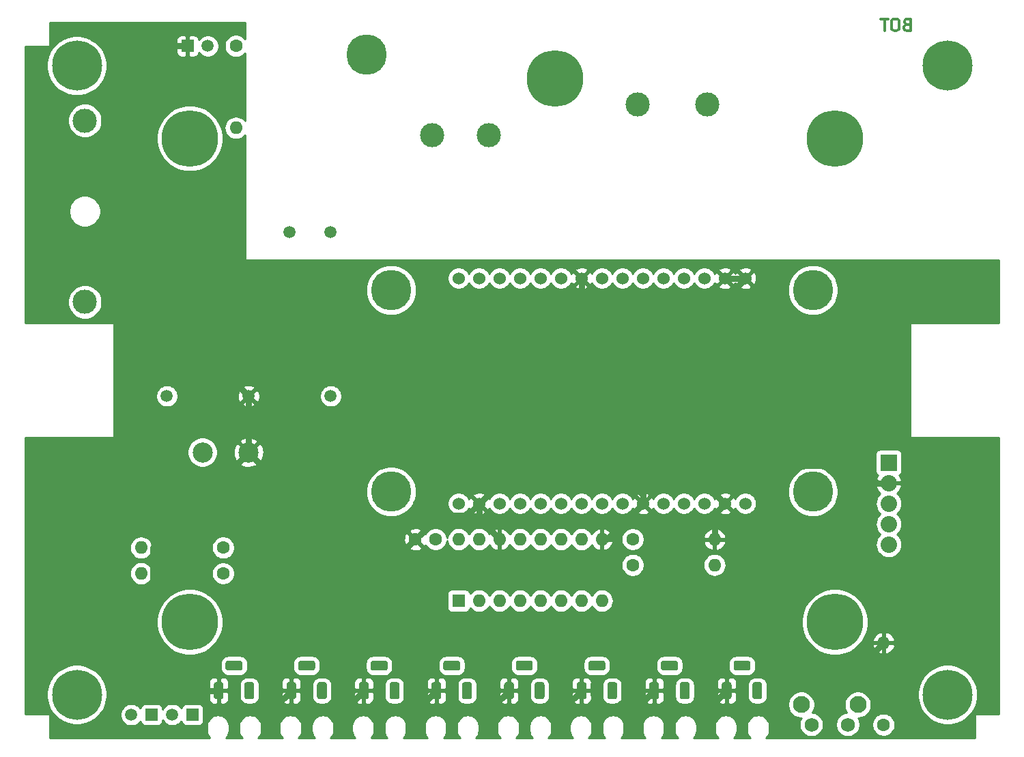
<source format=gbl>
G04 #@! TF.GenerationSoftware,KiCad,Pcbnew,(5.1.4)-1*
G04 #@! TF.CreationDate,2019-09-16T22:16:00+02:00*
G04 #@! TF.ProjectId,BBMini,42424d69-6e69-42e6-9b69-6361645f7063,V1.0*
G04 #@! TF.SameCoordinates,PXe4e1c0PY6516e80*
G04 #@! TF.FileFunction,Copper,L2,Bot*
G04 #@! TF.FilePolarity,Positive*
%FSLAX46Y46*%
G04 Gerber Fmt 4.6, Leading zero omitted, Abs format (unit mm)*
G04 Created by KiCad (PCBNEW (5.1.4)-1) date 2019-09-16 22:16:00*
%MOMM*%
%LPD*%
G04 APERTURE LIST*
%ADD10C,0.300000*%
%ADD11C,3.000000*%
%ADD12C,5.000000*%
%ADD13C,7.000000*%
%ADD14C,6.200000*%
%ADD15O,1.600000X1.600000*%
%ADD16R,1.600000X1.600000*%
%ADD17C,1.524000*%
%ADD18C,2.500000*%
%ADD19C,0.100000*%
%ADD20C,1.200000*%
%ADD21C,2.100000*%
%ADD22C,1.750000*%
%ADD23C,1.600000*%
%ADD24C,1.500000*%
%ADD25O,2.032000X2.032000*%
%ADD26R,2.032000X2.032000*%
%ADD27R,1.500000X1.500000*%
%ADD28C,0.800000*%
%ADD29C,0.254000*%
G04 APERTURE END LIST*
D10*
X110447857Y89607143D02*
X110233571Y89535715D01*
X110162142Y89464286D01*
X110090714Y89321429D01*
X110090714Y89107143D01*
X110162142Y88964286D01*
X110233571Y88892858D01*
X110376428Y88821429D01*
X110947857Y88821429D01*
X110947857Y90321429D01*
X110447857Y90321429D01*
X110305000Y90250000D01*
X110233571Y90178572D01*
X110162142Y90035715D01*
X110162142Y89892858D01*
X110233571Y89750000D01*
X110305000Y89678572D01*
X110447857Y89607143D01*
X110947857Y89607143D01*
X109162142Y90321429D02*
X108876428Y90321429D01*
X108733571Y90250000D01*
X108590714Y90107143D01*
X108519285Y89821429D01*
X108519285Y89321429D01*
X108590714Y89035715D01*
X108733571Y88892858D01*
X108876428Y88821429D01*
X109162142Y88821429D01*
X109305000Y88892858D01*
X109447857Y89035715D01*
X109519285Y89321429D01*
X109519285Y89821429D01*
X109447857Y90107143D01*
X109305000Y90250000D01*
X109162142Y90321429D01*
X108090714Y90321429D02*
X107233571Y90321429D01*
X107662142Y88821429D02*
X107662142Y90321429D01*
D11*
X51597500Y75886500D03*
X58597500Y75886500D03*
X85647500Y79726500D03*
X77047500Y79726500D03*
D12*
X43447500Y85886500D03*
D13*
X66847500Y82886500D03*
D14*
X115500000Y84500000D03*
X7500000Y84500000D03*
X115500000Y6500000D03*
X7500000Y6500000D03*
D15*
X54850000Y25760000D03*
X72630000Y18140000D03*
X57390000Y25760000D03*
X70090000Y18140000D03*
X59930000Y25760000D03*
X67550000Y18140000D03*
X62470000Y25760000D03*
X65010000Y18140000D03*
X65010000Y25760000D03*
X62470000Y18140000D03*
X67550000Y25760000D03*
X59930000Y18140000D03*
X70090000Y25760000D03*
X57390000Y18140000D03*
X72630000Y25760000D03*
D16*
X54850000Y18140000D03*
D12*
X98800000Y56675000D03*
X98800000Y31675000D03*
X46480000Y56675000D03*
X46480000Y31675000D03*
D17*
X90410000Y58145000D03*
X54850000Y58145000D03*
X57390000Y58145000D03*
X59930000Y58145000D03*
X62470000Y58145000D03*
X65010000Y58145000D03*
X67550000Y58145000D03*
X72630000Y58145000D03*
X70090000Y58145000D03*
X77710000Y58145000D03*
X75170000Y58145000D03*
X80250000Y58145000D03*
X82790000Y58145000D03*
X87870000Y58145000D03*
X85330000Y58145000D03*
X90410000Y30205000D03*
X85330000Y30205000D03*
X87870000Y30205000D03*
X82790000Y30205000D03*
X80250000Y30205000D03*
X75170000Y30205000D03*
X77710000Y30205000D03*
X70090000Y30205000D03*
X72630000Y30205000D03*
X67550000Y30205000D03*
X65010000Y30205000D03*
X62470000Y30205000D03*
X59930000Y30205000D03*
X57390000Y30205000D03*
X54850000Y30205000D03*
D18*
X28815000Y36555000D03*
X23100000Y36555000D03*
D19*
G36*
X92229405Y8048555D02*
G01*
X92258527Y8044236D01*
X92287085Y8037082D01*
X92314805Y8027164D01*
X92341419Y8014576D01*
X92366671Y7999441D01*
X92390318Y7981903D01*
X92412132Y7962132D01*
X92431903Y7940318D01*
X92449441Y7916671D01*
X92464576Y7891419D01*
X92477164Y7864805D01*
X92487082Y7837085D01*
X92494236Y7808527D01*
X92498555Y7779405D01*
X92500000Y7750000D01*
X92500000Y6250000D01*
X92498555Y6220595D01*
X92494236Y6191473D01*
X92487082Y6162915D01*
X92477164Y6135195D01*
X92464576Y6108581D01*
X92449441Y6083329D01*
X92431903Y6059682D01*
X92412132Y6037868D01*
X92390318Y6018097D01*
X92366671Y6000559D01*
X92341419Y5985424D01*
X92314805Y5972836D01*
X92287085Y5962918D01*
X92258527Y5955764D01*
X92229405Y5951445D01*
X92200000Y5950000D01*
X91600000Y5950000D01*
X91570595Y5951445D01*
X91541473Y5955764D01*
X91512915Y5962918D01*
X91485195Y5972836D01*
X91458581Y5985424D01*
X91433329Y6000559D01*
X91409682Y6018097D01*
X91387868Y6037868D01*
X91368097Y6059682D01*
X91350559Y6083329D01*
X91335424Y6108581D01*
X91322836Y6135195D01*
X91312918Y6162915D01*
X91305764Y6191473D01*
X91301445Y6220595D01*
X91300000Y6250000D01*
X91300000Y7750000D01*
X91301445Y7779405D01*
X91305764Y7808527D01*
X91312918Y7837085D01*
X91322836Y7864805D01*
X91335424Y7891419D01*
X91350559Y7916671D01*
X91368097Y7940318D01*
X91387868Y7962132D01*
X91409682Y7981903D01*
X91433329Y7999441D01*
X91458581Y8014576D01*
X91485195Y8027164D01*
X91512915Y8037082D01*
X91541473Y8044236D01*
X91570595Y8048555D01*
X91600000Y8050000D01*
X92200000Y8050000D01*
X92229405Y8048555D01*
X92229405Y8048555D01*
G37*
D20*
X91900000Y7000000D03*
D19*
G36*
X90779405Y10698555D02*
G01*
X90808527Y10694236D01*
X90837085Y10687082D01*
X90864805Y10677164D01*
X90891419Y10664576D01*
X90916671Y10649441D01*
X90940318Y10631903D01*
X90962132Y10612132D01*
X90981903Y10590318D01*
X90999441Y10566671D01*
X91014576Y10541419D01*
X91027164Y10514805D01*
X91037082Y10487085D01*
X91044236Y10458527D01*
X91048555Y10429405D01*
X91050000Y10400000D01*
X91050000Y9800000D01*
X91048555Y9770595D01*
X91044236Y9741473D01*
X91037082Y9712915D01*
X91027164Y9685195D01*
X91014576Y9658581D01*
X90999441Y9633329D01*
X90981903Y9609682D01*
X90962132Y9587868D01*
X90940318Y9568097D01*
X90916671Y9550559D01*
X90891419Y9535424D01*
X90864805Y9522836D01*
X90837085Y9512918D01*
X90808527Y9505764D01*
X90779405Y9501445D01*
X90750000Y9500000D01*
X89250000Y9500000D01*
X89220595Y9501445D01*
X89191473Y9505764D01*
X89162915Y9512918D01*
X89135195Y9522836D01*
X89108581Y9535424D01*
X89083329Y9550559D01*
X89059682Y9568097D01*
X89037868Y9587868D01*
X89018097Y9609682D01*
X89000559Y9633329D01*
X88985424Y9658581D01*
X88972836Y9685195D01*
X88962918Y9712915D01*
X88955764Y9741473D01*
X88951445Y9770595D01*
X88950000Y9800000D01*
X88950000Y10400000D01*
X88951445Y10429405D01*
X88955764Y10458527D01*
X88962918Y10487085D01*
X88972836Y10514805D01*
X88985424Y10541419D01*
X89000559Y10566671D01*
X89018097Y10590318D01*
X89037868Y10612132D01*
X89059682Y10631903D01*
X89083329Y10649441D01*
X89108581Y10664576D01*
X89135195Y10677164D01*
X89162915Y10687082D01*
X89191473Y10694236D01*
X89220595Y10698555D01*
X89250000Y10700000D01*
X90750000Y10700000D01*
X90779405Y10698555D01*
X90779405Y10698555D01*
G37*
D20*
X90000000Y10100000D03*
D19*
G36*
X88429405Y8048555D02*
G01*
X88458527Y8044236D01*
X88487085Y8037082D01*
X88514805Y8027164D01*
X88541419Y8014576D01*
X88566671Y7999441D01*
X88590318Y7981903D01*
X88612132Y7962132D01*
X88631903Y7940318D01*
X88649441Y7916671D01*
X88664576Y7891419D01*
X88677164Y7864805D01*
X88687082Y7837085D01*
X88694236Y7808527D01*
X88698555Y7779405D01*
X88700000Y7750000D01*
X88700000Y6250000D01*
X88698555Y6220595D01*
X88694236Y6191473D01*
X88687082Y6162915D01*
X88677164Y6135195D01*
X88664576Y6108581D01*
X88649441Y6083329D01*
X88631903Y6059682D01*
X88612132Y6037868D01*
X88590318Y6018097D01*
X88566671Y6000559D01*
X88541419Y5985424D01*
X88514805Y5972836D01*
X88487085Y5962918D01*
X88458527Y5955764D01*
X88429405Y5951445D01*
X88400000Y5950000D01*
X87800000Y5950000D01*
X87770595Y5951445D01*
X87741473Y5955764D01*
X87712915Y5962918D01*
X87685195Y5972836D01*
X87658581Y5985424D01*
X87633329Y6000559D01*
X87609682Y6018097D01*
X87587868Y6037868D01*
X87568097Y6059682D01*
X87550559Y6083329D01*
X87535424Y6108581D01*
X87522836Y6135195D01*
X87512918Y6162915D01*
X87505764Y6191473D01*
X87501445Y6220595D01*
X87500000Y6250000D01*
X87500000Y7750000D01*
X87501445Y7779405D01*
X87505764Y7808527D01*
X87512918Y7837085D01*
X87522836Y7864805D01*
X87535424Y7891419D01*
X87550559Y7916671D01*
X87568097Y7940318D01*
X87587868Y7962132D01*
X87609682Y7981903D01*
X87633329Y7999441D01*
X87658581Y8014576D01*
X87685195Y8027164D01*
X87712915Y8037082D01*
X87741473Y8044236D01*
X87770595Y8048555D01*
X87800000Y8050000D01*
X88400000Y8050000D01*
X88429405Y8048555D01*
X88429405Y8048555D01*
G37*
D20*
X88100000Y7000000D03*
D19*
G36*
X83229405Y8048555D02*
G01*
X83258527Y8044236D01*
X83287085Y8037082D01*
X83314805Y8027164D01*
X83341419Y8014576D01*
X83366671Y7999441D01*
X83390318Y7981903D01*
X83412132Y7962132D01*
X83431903Y7940318D01*
X83449441Y7916671D01*
X83464576Y7891419D01*
X83477164Y7864805D01*
X83487082Y7837085D01*
X83494236Y7808527D01*
X83498555Y7779405D01*
X83500000Y7750000D01*
X83500000Y6250000D01*
X83498555Y6220595D01*
X83494236Y6191473D01*
X83487082Y6162915D01*
X83477164Y6135195D01*
X83464576Y6108581D01*
X83449441Y6083329D01*
X83431903Y6059682D01*
X83412132Y6037868D01*
X83390318Y6018097D01*
X83366671Y6000559D01*
X83341419Y5985424D01*
X83314805Y5972836D01*
X83287085Y5962918D01*
X83258527Y5955764D01*
X83229405Y5951445D01*
X83200000Y5950000D01*
X82600000Y5950000D01*
X82570595Y5951445D01*
X82541473Y5955764D01*
X82512915Y5962918D01*
X82485195Y5972836D01*
X82458581Y5985424D01*
X82433329Y6000559D01*
X82409682Y6018097D01*
X82387868Y6037868D01*
X82368097Y6059682D01*
X82350559Y6083329D01*
X82335424Y6108581D01*
X82322836Y6135195D01*
X82312918Y6162915D01*
X82305764Y6191473D01*
X82301445Y6220595D01*
X82300000Y6250000D01*
X82300000Y7750000D01*
X82301445Y7779405D01*
X82305764Y7808527D01*
X82312918Y7837085D01*
X82322836Y7864805D01*
X82335424Y7891419D01*
X82350559Y7916671D01*
X82368097Y7940318D01*
X82387868Y7962132D01*
X82409682Y7981903D01*
X82433329Y7999441D01*
X82458581Y8014576D01*
X82485195Y8027164D01*
X82512915Y8037082D01*
X82541473Y8044236D01*
X82570595Y8048555D01*
X82600000Y8050000D01*
X83200000Y8050000D01*
X83229405Y8048555D01*
X83229405Y8048555D01*
G37*
D20*
X82900000Y7000000D03*
D19*
G36*
X81779405Y10698555D02*
G01*
X81808527Y10694236D01*
X81837085Y10687082D01*
X81864805Y10677164D01*
X81891419Y10664576D01*
X81916671Y10649441D01*
X81940318Y10631903D01*
X81962132Y10612132D01*
X81981903Y10590318D01*
X81999441Y10566671D01*
X82014576Y10541419D01*
X82027164Y10514805D01*
X82037082Y10487085D01*
X82044236Y10458527D01*
X82048555Y10429405D01*
X82050000Y10400000D01*
X82050000Y9800000D01*
X82048555Y9770595D01*
X82044236Y9741473D01*
X82037082Y9712915D01*
X82027164Y9685195D01*
X82014576Y9658581D01*
X81999441Y9633329D01*
X81981903Y9609682D01*
X81962132Y9587868D01*
X81940318Y9568097D01*
X81916671Y9550559D01*
X81891419Y9535424D01*
X81864805Y9522836D01*
X81837085Y9512918D01*
X81808527Y9505764D01*
X81779405Y9501445D01*
X81750000Y9500000D01*
X80250000Y9500000D01*
X80220595Y9501445D01*
X80191473Y9505764D01*
X80162915Y9512918D01*
X80135195Y9522836D01*
X80108581Y9535424D01*
X80083329Y9550559D01*
X80059682Y9568097D01*
X80037868Y9587868D01*
X80018097Y9609682D01*
X80000559Y9633329D01*
X79985424Y9658581D01*
X79972836Y9685195D01*
X79962918Y9712915D01*
X79955764Y9741473D01*
X79951445Y9770595D01*
X79950000Y9800000D01*
X79950000Y10400000D01*
X79951445Y10429405D01*
X79955764Y10458527D01*
X79962918Y10487085D01*
X79972836Y10514805D01*
X79985424Y10541419D01*
X80000559Y10566671D01*
X80018097Y10590318D01*
X80037868Y10612132D01*
X80059682Y10631903D01*
X80083329Y10649441D01*
X80108581Y10664576D01*
X80135195Y10677164D01*
X80162915Y10687082D01*
X80191473Y10694236D01*
X80220595Y10698555D01*
X80250000Y10700000D01*
X81750000Y10700000D01*
X81779405Y10698555D01*
X81779405Y10698555D01*
G37*
D20*
X81000000Y10100000D03*
D19*
G36*
X79429405Y8048555D02*
G01*
X79458527Y8044236D01*
X79487085Y8037082D01*
X79514805Y8027164D01*
X79541419Y8014576D01*
X79566671Y7999441D01*
X79590318Y7981903D01*
X79612132Y7962132D01*
X79631903Y7940318D01*
X79649441Y7916671D01*
X79664576Y7891419D01*
X79677164Y7864805D01*
X79687082Y7837085D01*
X79694236Y7808527D01*
X79698555Y7779405D01*
X79700000Y7750000D01*
X79700000Y6250000D01*
X79698555Y6220595D01*
X79694236Y6191473D01*
X79687082Y6162915D01*
X79677164Y6135195D01*
X79664576Y6108581D01*
X79649441Y6083329D01*
X79631903Y6059682D01*
X79612132Y6037868D01*
X79590318Y6018097D01*
X79566671Y6000559D01*
X79541419Y5985424D01*
X79514805Y5972836D01*
X79487085Y5962918D01*
X79458527Y5955764D01*
X79429405Y5951445D01*
X79400000Y5950000D01*
X78800000Y5950000D01*
X78770595Y5951445D01*
X78741473Y5955764D01*
X78712915Y5962918D01*
X78685195Y5972836D01*
X78658581Y5985424D01*
X78633329Y6000559D01*
X78609682Y6018097D01*
X78587868Y6037868D01*
X78568097Y6059682D01*
X78550559Y6083329D01*
X78535424Y6108581D01*
X78522836Y6135195D01*
X78512918Y6162915D01*
X78505764Y6191473D01*
X78501445Y6220595D01*
X78500000Y6250000D01*
X78500000Y7750000D01*
X78501445Y7779405D01*
X78505764Y7808527D01*
X78512918Y7837085D01*
X78522836Y7864805D01*
X78535424Y7891419D01*
X78550559Y7916671D01*
X78568097Y7940318D01*
X78587868Y7962132D01*
X78609682Y7981903D01*
X78633329Y7999441D01*
X78658581Y8014576D01*
X78685195Y8027164D01*
X78712915Y8037082D01*
X78741473Y8044236D01*
X78770595Y8048555D01*
X78800000Y8050000D01*
X79400000Y8050000D01*
X79429405Y8048555D01*
X79429405Y8048555D01*
G37*
D20*
X79100000Y7000000D03*
D19*
G36*
X74229405Y8048555D02*
G01*
X74258527Y8044236D01*
X74287085Y8037082D01*
X74314805Y8027164D01*
X74341419Y8014576D01*
X74366671Y7999441D01*
X74390318Y7981903D01*
X74412132Y7962132D01*
X74431903Y7940318D01*
X74449441Y7916671D01*
X74464576Y7891419D01*
X74477164Y7864805D01*
X74487082Y7837085D01*
X74494236Y7808527D01*
X74498555Y7779405D01*
X74500000Y7750000D01*
X74500000Y6250000D01*
X74498555Y6220595D01*
X74494236Y6191473D01*
X74487082Y6162915D01*
X74477164Y6135195D01*
X74464576Y6108581D01*
X74449441Y6083329D01*
X74431903Y6059682D01*
X74412132Y6037868D01*
X74390318Y6018097D01*
X74366671Y6000559D01*
X74341419Y5985424D01*
X74314805Y5972836D01*
X74287085Y5962918D01*
X74258527Y5955764D01*
X74229405Y5951445D01*
X74200000Y5950000D01*
X73600000Y5950000D01*
X73570595Y5951445D01*
X73541473Y5955764D01*
X73512915Y5962918D01*
X73485195Y5972836D01*
X73458581Y5985424D01*
X73433329Y6000559D01*
X73409682Y6018097D01*
X73387868Y6037868D01*
X73368097Y6059682D01*
X73350559Y6083329D01*
X73335424Y6108581D01*
X73322836Y6135195D01*
X73312918Y6162915D01*
X73305764Y6191473D01*
X73301445Y6220595D01*
X73300000Y6250000D01*
X73300000Y7750000D01*
X73301445Y7779405D01*
X73305764Y7808527D01*
X73312918Y7837085D01*
X73322836Y7864805D01*
X73335424Y7891419D01*
X73350559Y7916671D01*
X73368097Y7940318D01*
X73387868Y7962132D01*
X73409682Y7981903D01*
X73433329Y7999441D01*
X73458581Y8014576D01*
X73485195Y8027164D01*
X73512915Y8037082D01*
X73541473Y8044236D01*
X73570595Y8048555D01*
X73600000Y8050000D01*
X74200000Y8050000D01*
X74229405Y8048555D01*
X74229405Y8048555D01*
G37*
D20*
X73900000Y7000000D03*
D19*
G36*
X72779405Y10698555D02*
G01*
X72808527Y10694236D01*
X72837085Y10687082D01*
X72864805Y10677164D01*
X72891419Y10664576D01*
X72916671Y10649441D01*
X72940318Y10631903D01*
X72962132Y10612132D01*
X72981903Y10590318D01*
X72999441Y10566671D01*
X73014576Y10541419D01*
X73027164Y10514805D01*
X73037082Y10487085D01*
X73044236Y10458527D01*
X73048555Y10429405D01*
X73050000Y10400000D01*
X73050000Y9800000D01*
X73048555Y9770595D01*
X73044236Y9741473D01*
X73037082Y9712915D01*
X73027164Y9685195D01*
X73014576Y9658581D01*
X72999441Y9633329D01*
X72981903Y9609682D01*
X72962132Y9587868D01*
X72940318Y9568097D01*
X72916671Y9550559D01*
X72891419Y9535424D01*
X72864805Y9522836D01*
X72837085Y9512918D01*
X72808527Y9505764D01*
X72779405Y9501445D01*
X72750000Y9500000D01*
X71250000Y9500000D01*
X71220595Y9501445D01*
X71191473Y9505764D01*
X71162915Y9512918D01*
X71135195Y9522836D01*
X71108581Y9535424D01*
X71083329Y9550559D01*
X71059682Y9568097D01*
X71037868Y9587868D01*
X71018097Y9609682D01*
X71000559Y9633329D01*
X70985424Y9658581D01*
X70972836Y9685195D01*
X70962918Y9712915D01*
X70955764Y9741473D01*
X70951445Y9770595D01*
X70950000Y9800000D01*
X70950000Y10400000D01*
X70951445Y10429405D01*
X70955764Y10458527D01*
X70962918Y10487085D01*
X70972836Y10514805D01*
X70985424Y10541419D01*
X71000559Y10566671D01*
X71018097Y10590318D01*
X71037868Y10612132D01*
X71059682Y10631903D01*
X71083329Y10649441D01*
X71108581Y10664576D01*
X71135195Y10677164D01*
X71162915Y10687082D01*
X71191473Y10694236D01*
X71220595Y10698555D01*
X71250000Y10700000D01*
X72750000Y10700000D01*
X72779405Y10698555D01*
X72779405Y10698555D01*
G37*
D20*
X72000000Y10100000D03*
D19*
G36*
X70429405Y8048555D02*
G01*
X70458527Y8044236D01*
X70487085Y8037082D01*
X70514805Y8027164D01*
X70541419Y8014576D01*
X70566671Y7999441D01*
X70590318Y7981903D01*
X70612132Y7962132D01*
X70631903Y7940318D01*
X70649441Y7916671D01*
X70664576Y7891419D01*
X70677164Y7864805D01*
X70687082Y7837085D01*
X70694236Y7808527D01*
X70698555Y7779405D01*
X70700000Y7750000D01*
X70700000Y6250000D01*
X70698555Y6220595D01*
X70694236Y6191473D01*
X70687082Y6162915D01*
X70677164Y6135195D01*
X70664576Y6108581D01*
X70649441Y6083329D01*
X70631903Y6059682D01*
X70612132Y6037868D01*
X70590318Y6018097D01*
X70566671Y6000559D01*
X70541419Y5985424D01*
X70514805Y5972836D01*
X70487085Y5962918D01*
X70458527Y5955764D01*
X70429405Y5951445D01*
X70400000Y5950000D01*
X69800000Y5950000D01*
X69770595Y5951445D01*
X69741473Y5955764D01*
X69712915Y5962918D01*
X69685195Y5972836D01*
X69658581Y5985424D01*
X69633329Y6000559D01*
X69609682Y6018097D01*
X69587868Y6037868D01*
X69568097Y6059682D01*
X69550559Y6083329D01*
X69535424Y6108581D01*
X69522836Y6135195D01*
X69512918Y6162915D01*
X69505764Y6191473D01*
X69501445Y6220595D01*
X69500000Y6250000D01*
X69500000Y7750000D01*
X69501445Y7779405D01*
X69505764Y7808527D01*
X69512918Y7837085D01*
X69522836Y7864805D01*
X69535424Y7891419D01*
X69550559Y7916671D01*
X69568097Y7940318D01*
X69587868Y7962132D01*
X69609682Y7981903D01*
X69633329Y7999441D01*
X69658581Y8014576D01*
X69685195Y8027164D01*
X69712915Y8037082D01*
X69741473Y8044236D01*
X69770595Y8048555D01*
X69800000Y8050000D01*
X70400000Y8050000D01*
X70429405Y8048555D01*
X70429405Y8048555D01*
G37*
D20*
X70100000Y7000000D03*
D19*
G36*
X65229405Y8048555D02*
G01*
X65258527Y8044236D01*
X65287085Y8037082D01*
X65314805Y8027164D01*
X65341419Y8014576D01*
X65366671Y7999441D01*
X65390318Y7981903D01*
X65412132Y7962132D01*
X65431903Y7940318D01*
X65449441Y7916671D01*
X65464576Y7891419D01*
X65477164Y7864805D01*
X65487082Y7837085D01*
X65494236Y7808527D01*
X65498555Y7779405D01*
X65500000Y7750000D01*
X65500000Y6250000D01*
X65498555Y6220595D01*
X65494236Y6191473D01*
X65487082Y6162915D01*
X65477164Y6135195D01*
X65464576Y6108581D01*
X65449441Y6083329D01*
X65431903Y6059682D01*
X65412132Y6037868D01*
X65390318Y6018097D01*
X65366671Y6000559D01*
X65341419Y5985424D01*
X65314805Y5972836D01*
X65287085Y5962918D01*
X65258527Y5955764D01*
X65229405Y5951445D01*
X65200000Y5950000D01*
X64600000Y5950000D01*
X64570595Y5951445D01*
X64541473Y5955764D01*
X64512915Y5962918D01*
X64485195Y5972836D01*
X64458581Y5985424D01*
X64433329Y6000559D01*
X64409682Y6018097D01*
X64387868Y6037868D01*
X64368097Y6059682D01*
X64350559Y6083329D01*
X64335424Y6108581D01*
X64322836Y6135195D01*
X64312918Y6162915D01*
X64305764Y6191473D01*
X64301445Y6220595D01*
X64300000Y6250000D01*
X64300000Y7750000D01*
X64301445Y7779405D01*
X64305764Y7808527D01*
X64312918Y7837085D01*
X64322836Y7864805D01*
X64335424Y7891419D01*
X64350559Y7916671D01*
X64368097Y7940318D01*
X64387868Y7962132D01*
X64409682Y7981903D01*
X64433329Y7999441D01*
X64458581Y8014576D01*
X64485195Y8027164D01*
X64512915Y8037082D01*
X64541473Y8044236D01*
X64570595Y8048555D01*
X64600000Y8050000D01*
X65200000Y8050000D01*
X65229405Y8048555D01*
X65229405Y8048555D01*
G37*
D20*
X64900000Y7000000D03*
D19*
G36*
X63779405Y10698555D02*
G01*
X63808527Y10694236D01*
X63837085Y10687082D01*
X63864805Y10677164D01*
X63891419Y10664576D01*
X63916671Y10649441D01*
X63940318Y10631903D01*
X63962132Y10612132D01*
X63981903Y10590318D01*
X63999441Y10566671D01*
X64014576Y10541419D01*
X64027164Y10514805D01*
X64037082Y10487085D01*
X64044236Y10458527D01*
X64048555Y10429405D01*
X64050000Y10400000D01*
X64050000Y9800000D01*
X64048555Y9770595D01*
X64044236Y9741473D01*
X64037082Y9712915D01*
X64027164Y9685195D01*
X64014576Y9658581D01*
X63999441Y9633329D01*
X63981903Y9609682D01*
X63962132Y9587868D01*
X63940318Y9568097D01*
X63916671Y9550559D01*
X63891419Y9535424D01*
X63864805Y9522836D01*
X63837085Y9512918D01*
X63808527Y9505764D01*
X63779405Y9501445D01*
X63750000Y9500000D01*
X62250000Y9500000D01*
X62220595Y9501445D01*
X62191473Y9505764D01*
X62162915Y9512918D01*
X62135195Y9522836D01*
X62108581Y9535424D01*
X62083329Y9550559D01*
X62059682Y9568097D01*
X62037868Y9587868D01*
X62018097Y9609682D01*
X62000559Y9633329D01*
X61985424Y9658581D01*
X61972836Y9685195D01*
X61962918Y9712915D01*
X61955764Y9741473D01*
X61951445Y9770595D01*
X61950000Y9800000D01*
X61950000Y10400000D01*
X61951445Y10429405D01*
X61955764Y10458527D01*
X61962918Y10487085D01*
X61972836Y10514805D01*
X61985424Y10541419D01*
X62000559Y10566671D01*
X62018097Y10590318D01*
X62037868Y10612132D01*
X62059682Y10631903D01*
X62083329Y10649441D01*
X62108581Y10664576D01*
X62135195Y10677164D01*
X62162915Y10687082D01*
X62191473Y10694236D01*
X62220595Y10698555D01*
X62250000Y10700000D01*
X63750000Y10700000D01*
X63779405Y10698555D01*
X63779405Y10698555D01*
G37*
D20*
X63000000Y10100000D03*
D19*
G36*
X61429405Y8048555D02*
G01*
X61458527Y8044236D01*
X61487085Y8037082D01*
X61514805Y8027164D01*
X61541419Y8014576D01*
X61566671Y7999441D01*
X61590318Y7981903D01*
X61612132Y7962132D01*
X61631903Y7940318D01*
X61649441Y7916671D01*
X61664576Y7891419D01*
X61677164Y7864805D01*
X61687082Y7837085D01*
X61694236Y7808527D01*
X61698555Y7779405D01*
X61700000Y7750000D01*
X61700000Y6250000D01*
X61698555Y6220595D01*
X61694236Y6191473D01*
X61687082Y6162915D01*
X61677164Y6135195D01*
X61664576Y6108581D01*
X61649441Y6083329D01*
X61631903Y6059682D01*
X61612132Y6037868D01*
X61590318Y6018097D01*
X61566671Y6000559D01*
X61541419Y5985424D01*
X61514805Y5972836D01*
X61487085Y5962918D01*
X61458527Y5955764D01*
X61429405Y5951445D01*
X61400000Y5950000D01*
X60800000Y5950000D01*
X60770595Y5951445D01*
X60741473Y5955764D01*
X60712915Y5962918D01*
X60685195Y5972836D01*
X60658581Y5985424D01*
X60633329Y6000559D01*
X60609682Y6018097D01*
X60587868Y6037868D01*
X60568097Y6059682D01*
X60550559Y6083329D01*
X60535424Y6108581D01*
X60522836Y6135195D01*
X60512918Y6162915D01*
X60505764Y6191473D01*
X60501445Y6220595D01*
X60500000Y6250000D01*
X60500000Y7750000D01*
X60501445Y7779405D01*
X60505764Y7808527D01*
X60512918Y7837085D01*
X60522836Y7864805D01*
X60535424Y7891419D01*
X60550559Y7916671D01*
X60568097Y7940318D01*
X60587868Y7962132D01*
X60609682Y7981903D01*
X60633329Y7999441D01*
X60658581Y8014576D01*
X60685195Y8027164D01*
X60712915Y8037082D01*
X60741473Y8044236D01*
X60770595Y8048555D01*
X60800000Y8050000D01*
X61400000Y8050000D01*
X61429405Y8048555D01*
X61429405Y8048555D01*
G37*
D20*
X61100000Y7000000D03*
D19*
G36*
X56229405Y8048555D02*
G01*
X56258527Y8044236D01*
X56287085Y8037082D01*
X56314805Y8027164D01*
X56341419Y8014576D01*
X56366671Y7999441D01*
X56390318Y7981903D01*
X56412132Y7962132D01*
X56431903Y7940318D01*
X56449441Y7916671D01*
X56464576Y7891419D01*
X56477164Y7864805D01*
X56487082Y7837085D01*
X56494236Y7808527D01*
X56498555Y7779405D01*
X56500000Y7750000D01*
X56500000Y6250000D01*
X56498555Y6220595D01*
X56494236Y6191473D01*
X56487082Y6162915D01*
X56477164Y6135195D01*
X56464576Y6108581D01*
X56449441Y6083329D01*
X56431903Y6059682D01*
X56412132Y6037868D01*
X56390318Y6018097D01*
X56366671Y6000559D01*
X56341419Y5985424D01*
X56314805Y5972836D01*
X56287085Y5962918D01*
X56258527Y5955764D01*
X56229405Y5951445D01*
X56200000Y5950000D01*
X55600000Y5950000D01*
X55570595Y5951445D01*
X55541473Y5955764D01*
X55512915Y5962918D01*
X55485195Y5972836D01*
X55458581Y5985424D01*
X55433329Y6000559D01*
X55409682Y6018097D01*
X55387868Y6037868D01*
X55368097Y6059682D01*
X55350559Y6083329D01*
X55335424Y6108581D01*
X55322836Y6135195D01*
X55312918Y6162915D01*
X55305764Y6191473D01*
X55301445Y6220595D01*
X55300000Y6250000D01*
X55300000Y7750000D01*
X55301445Y7779405D01*
X55305764Y7808527D01*
X55312918Y7837085D01*
X55322836Y7864805D01*
X55335424Y7891419D01*
X55350559Y7916671D01*
X55368097Y7940318D01*
X55387868Y7962132D01*
X55409682Y7981903D01*
X55433329Y7999441D01*
X55458581Y8014576D01*
X55485195Y8027164D01*
X55512915Y8037082D01*
X55541473Y8044236D01*
X55570595Y8048555D01*
X55600000Y8050000D01*
X56200000Y8050000D01*
X56229405Y8048555D01*
X56229405Y8048555D01*
G37*
D20*
X55900000Y7000000D03*
D19*
G36*
X54779405Y10698555D02*
G01*
X54808527Y10694236D01*
X54837085Y10687082D01*
X54864805Y10677164D01*
X54891419Y10664576D01*
X54916671Y10649441D01*
X54940318Y10631903D01*
X54962132Y10612132D01*
X54981903Y10590318D01*
X54999441Y10566671D01*
X55014576Y10541419D01*
X55027164Y10514805D01*
X55037082Y10487085D01*
X55044236Y10458527D01*
X55048555Y10429405D01*
X55050000Y10400000D01*
X55050000Y9800000D01*
X55048555Y9770595D01*
X55044236Y9741473D01*
X55037082Y9712915D01*
X55027164Y9685195D01*
X55014576Y9658581D01*
X54999441Y9633329D01*
X54981903Y9609682D01*
X54962132Y9587868D01*
X54940318Y9568097D01*
X54916671Y9550559D01*
X54891419Y9535424D01*
X54864805Y9522836D01*
X54837085Y9512918D01*
X54808527Y9505764D01*
X54779405Y9501445D01*
X54750000Y9500000D01*
X53250000Y9500000D01*
X53220595Y9501445D01*
X53191473Y9505764D01*
X53162915Y9512918D01*
X53135195Y9522836D01*
X53108581Y9535424D01*
X53083329Y9550559D01*
X53059682Y9568097D01*
X53037868Y9587868D01*
X53018097Y9609682D01*
X53000559Y9633329D01*
X52985424Y9658581D01*
X52972836Y9685195D01*
X52962918Y9712915D01*
X52955764Y9741473D01*
X52951445Y9770595D01*
X52950000Y9800000D01*
X52950000Y10400000D01*
X52951445Y10429405D01*
X52955764Y10458527D01*
X52962918Y10487085D01*
X52972836Y10514805D01*
X52985424Y10541419D01*
X53000559Y10566671D01*
X53018097Y10590318D01*
X53037868Y10612132D01*
X53059682Y10631903D01*
X53083329Y10649441D01*
X53108581Y10664576D01*
X53135195Y10677164D01*
X53162915Y10687082D01*
X53191473Y10694236D01*
X53220595Y10698555D01*
X53250000Y10700000D01*
X54750000Y10700000D01*
X54779405Y10698555D01*
X54779405Y10698555D01*
G37*
D20*
X54000000Y10100000D03*
D19*
G36*
X52429405Y8048555D02*
G01*
X52458527Y8044236D01*
X52487085Y8037082D01*
X52514805Y8027164D01*
X52541419Y8014576D01*
X52566671Y7999441D01*
X52590318Y7981903D01*
X52612132Y7962132D01*
X52631903Y7940318D01*
X52649441Y7916671D01*
X52664576Y7891419D01*
X52677164Y7864805D01*
X52687082Y7837085D01*
X52694236Y7808527D01*
X52698555Y7779405D01*
X52700000Y7750000D01*
X52700000Y6250000D01*
X52698555Y6220595D01*
X52694236Y6191473D01*
X52687082Y6162915D01*
X52677164Y6135195D01*
X52664576Y6108581D01*
X52649441Y6083329D01*
X52631903Y6059682D01*
X52612132Y6037868D01*
X52590318Y6018097D01*
X52566671Y6000559D01*
X52541419Y5985424D01*
X52514805Y5972836D01*
X52487085Y5962918D01*
X52458527Y5955764D01*
X52429405Y5951445D01*
X52400000Y5950000D01*
X51800000Y5950000D01*
X51770595Y5951445D01*
X51741473Y5955764D01*
X51712915Y5962918D01*
X51685195Y5972836D01*
X51658581Y5985424D01*
X51633329Y6000559D01*
X51609682Y6018097D01*
X51587868Y6037868D01*
X51568097Y6059682D01*
X51550559Y6083329D01*
X51535424Y6108581D01*
X51522836Y6135195D01*
X51512918Y6162915D01*
X51505764Y6191473D01*
X51501445Y6220595D01*
X51500000Y6250000D01*
X51500000Y7750000D01*
X51501445Y7779405D01*
X51505764Y7808527D01*
X51512918Y7837085D01*
X51522836Y7864805D01*
X51535424Y7891419D01*
X51550559Y7916671D01*
X51568097Y7940318D01*
X51587868Y7962132D01*
X51609682Y7981903D01*
X51633329Y7999441D01*
X51658581Y8014576D01*
X51685195Y8027164D01*
X51712915Y8037082D01*
X51741473Y8044236D01*
X51770595Y8048555D01*
X51800000Y8050000D01*
X52400000Y8050000D01*
X52429405Y8048555D01*
X52429405Y8048555D01*
G37*
D20*
X52100000Y7000000D03*
D19*
G36*
X47229405Y8048555D02*
G01*
X47258527Y8044236D01*
X47287085Y8037082D01*
X47314805Y8027164D01*
X47341419Y8014576D01*
X47366671Y7999441D01*
X47390318Y7981903D01*
X47412132Y7962132D01*
X47431903Y7940318D01*
X47449441Y7916671D01*
X47464576Y7891419D01*
X47477164Y7864805D01*
X47487082Y7837085D01*
X47494236Y7808527D01*
X47498555Y7779405D01*
X47500000Y7750000D01*
X47500000Y6250000D01*
X47498555Y6220595D01*
X47494236Y6191473D01*
X47487082Y6162915D01*
X47477164Y6135195D01*
X47464576Y6108581D01*
X47449441Y6083329D01*
X47431903Y6059682D01*
X47412132Y6037868D01*
X47390318Y6018097D01*
X47366671Y6000559D01*
X47341419Y5985424D01*
X47314805Y5972836D01*
X47287085Y5962918D01*
X47258527Y5955764D01*
X47229405Y5951445D01*
X47200000Y5950000D01*
X46600000Y5950000D01*
X46570595Y5951445D01*
X46541473Y5955764D01*
X46512915Y5962918D01*
X46485195Y5972836D01*
X46458581Y5985424D01*
X46433329Y6000559D01*
X46409682Y6018097D01*
X46387868Y6037868D01*
X46368097Y6059682D01*
X46350559Y6083329D01*
X46335424Y6108581D01*
X46322836Y6135195D01*
X46312918Y6162915D01*
X46305764Y6191473D01*
X46301445Y6220595D01*
X46300000Y6250000D01*
X46300000Y7750000D01*
X46301445Y7779405D01*
X46305764Y7808527D01*
X46312918Y7837085D01*
X46322836Y7864805D01*
X46335424Y7891419D01*
X46350559Y7916671D01*
X46368097Y7940318D01*
X46387868Y7962132D01*
X46409682Y7981903D01*
X46433329Y7999441D01*
X46458581Y8014576D01*
X46485195Y8027164D01*
X46512915Y8037082D01*
X46541473Y8044236D01*
X46570595Y8048555D01*
X46600000Y8050000D01*
X47200000Y8050000D01*
X47229405Y8048555D01*
X47229405Y8048555D01*
G37*
D20*
X46900000Y7000000D03*
D19*
G36*
X45779405Y10698555D02*
G01*
X45808527Y10694236D01*
X45837085Y10687082D01*
X45864805Y10677164D01*
X45891419Y10664576D01*
X45916671Y10649441D01*
X45940318Y10631903D01*
X45962132Y10612132D01*
X45981903Y10590318D01*
X45999441Y10566671D01*
X46014576Y10541419D01*
X46027164Y10514805D01*
X46037082Y10487085D01*
X46044236Y10458527D01*
X46048555Y10429405D01*
X46050000Y10400000D01*
X46050000Y9800000D01*
X46048555Y9770595D01*
X46044236Y9741473D01*
X46037082Y9712915D01*
X46027164Y9685195D01*
X46014576Y9658581D01*
X45999441Y9633329D01*
X45981903Y9609682D01*
X45962132Y9587868D01*
X45940318Y9568097D01*
X45916671Y9550559D01*
X45891419Y9535424D01*
X45864805Y9522836D01*
X45837085Y9512918D01*
X45808527Y9505764D01*
X45779405Y9501445D01*
X45750000Y9500000D01*
X44250000Y9500000D01*
X44220595Y9501445D01*
X44191473Y9505764D01*
X44162915Y9512918D01*
X44135195Y9522836D01*
X44108581Y9535424D01*
X44083329Y9550559D01*
X44059682Y9568097D01*
X44037868Y9587868D01*
X44018097Y9609682D01*
X44000559Y9633329D01*
X43985424Y9658581D01*
X43972836Y9685195D01*
X43962918Y9712915D01*
X43955764Y9741473D01*
X43951445Y9770595D01*
X43950000Y9800000D01*
X43950000Y10400000D01*
X43951445Y10429405D01*
X43955764Y10458527D01*
X43962918Y10487085D01*
X43972836Y10514805D01*
X43985424Y10541419D01*
X44000559Y10566671D01*
X44018097Y10590318D01*
X44037868Y10612132D01*
X44059682Y10631903D01*
X44083329Y10649441D01*
X44108581Y10664576D01*
X44135195Y10677164D01*
X44162915Y10687082D01*
X44191473Y10694236D01*
X44220595Y10698555D01*
X44250000Y10700000D01*
X45750000Y10700000D01*
X45779405Y10698555D01*
X45779405Y10698555D01*
G37*
D20*
X45000000Y10100000D03*
D19*
G36*
X43429405Y8048555D02*
G01*
X43458527Y8044236D01*
X43487085Y8037082D01*
X43514805Y8027164D01*
X43541419Y8014576D01*
X43566671Y7999441D01*
X43590318Y7981903D01*
X43612132Y7962132D01*
X43631903Y7940318D01*
X43649441Y7916671D01*
X43664576Y7891419D01*
X43677164Y7864805D01*
X43687082Y7837085D01*
X43694236Y7808527D01*
X43698555Y7779405D01*
X43700000Y7750000D01*
X43700000Y6250000D01*
X43698555Y6220595D01*
X43694236Y6191473D01*
X43687082Y6162915D01*
X43677164Y6135195D01*
X43664576Y6108581D01*
X43649441Y6083329D01*
X43631903Y6059682D01*
X43612132Y6037868D01*
X43590318Y6018097D01*
X43566671Y6000559D01*
X43541419Y5985424D01*
X43514805Y5972836D01*
X43487085Y5962918D01*
X43458527Y5955764D01*
X43429405Y5951445D01*
X43400000Y5950000D01*
X42800000Y5950000D01*
X42770595Y5951445D01*
X42741473Y5955764D01*
X42712915Y5962918D01*
X42685195Y5972836D01*
X42658581Y5985424D01*
X42633329Y6000559D01*
X42609682Y6018097D01*
X42587868Y6037868D01*
X42568097Y6059682D01*
X42550559Y6083329D01*
X42535424Y6108581D01*
X42522836Y6135195D01*
X42512918Y6162915D01*
X42505764Y6191473D01*
X42501445Y6220595D01*
X42500000Y6250000D01*
X42500000Y7750000D01*
X42501445Y7779405D01*
X42505764Y7808527D01*
X42512918Y7837085D01*
X42522836Y7864805D01*
X42535424Y7891419D01*
X42550559Y7916671D01*
X42568097Y7940318D01*
X42587868Y7962132D01*
X42609682Y7981903D01*
X42633329Y7999441D01*
X42658581Y8014576D01*
X42685195Y8027164D01*
X42712915Y8037082D01*
X42741473Y8044236D01*
X42770595Y8048555D01*
X42800000Y8050000D01*
X43400000Y8050000D01*
X43429405Y8048555D01*
X43429405Y8048555D01*
G37*
D20*
X43100000Y7000000D03*
D19*
G36*
X38229405Y8048555D02*
G01*
X38258527Y8044236D01*
X38287085Y8037082D01*
X38314805Y8027164D01*
X38341419Y8014576D01*
X38366671Y7999441D01*
X38390318Y7981903D01*
X38412132Y7962132D01*
X38431903Y7940318D01*
X38449441Y7916671D01*
X38464576Y7891419D01*
X38477164Y7864805D01*
X38487082Y7837085D01*
X38494236Y7808527D01*
X38498555Y7779405D01*
X38500000Y7750000D01*
X38500000Y6250000D01*
X38498555Y6220595D01*
X38494236Y6191473D01*
X38487082Y6162915D01*
X38477164Y6135195D01*
X38464576Y6108581D01*
X38449441Y6083329D01*
X38431903Y6059682D01*
X38412132Y6037868D01*
X38390318Y6018097D01*
X38366671Y6000559D01*
X38341419Y5985424D01*
X38314805Y5972836D01*
X38287085Y5962918D01*
X38258527Y5955764D01*
X38229405Y5951445D01*
X38200000Y5950000D01*
X37600000Y5950000D01*
X37570595Y5951445D01*
X37541473Y5955764D01*
X37512915Y5962918D01*
X37485195Y5972836D01*
X37458581Y5985424D01*
X37433329Y6000559D01*
X37409682Y6018097D01*
X37387868Y6037868D01*
X37368097Y6059682D01*
X37350559Y6083329D01*
X37335424Y6108581D01*
X37322836Y6135195D01*
X37312918Y6162915D01*
X37305764Y6191473D01*
X37301445Y6220595D01*
X37300000Y6250000D01*
X37300000Y7750000D01*
X37301445Y7779405D01*
X37305764Y7808527D01*
X37312918Y7837085D01*
X37322836Y7864805D01*
X37335424Y7891419D01*
X37350559Y7916671D01*
X37368097Y7940318D01*
X37387868Y7962132D01*
X37409682Y7981903D01*
X37433329Y7999441D01*
X37458581Y8014576D01*
X37485195Y8027164D01*
X37512915Y8037082D01*
X37541473Y8044236D01*
X37570595Y8048555D01*
X37600000Y8050000D01*
X38200000Y8050000D01*
X38229405Y8048555D01*
X38229405Y8048555D01*
G37*
D20*
X37900000Y7000000D03*
D19*
G36*
X36779405Y10698555D02*
G01*
X36808527Y10694236D01*
X36837085Y10687082D01*
X36864805Y10677164D01*
X36891419Y10664576D01*
X36916671Y10649441D01*
X36940318Y10631903D01*
X36962132Y10612132D01*
X36981903Y10590318D01*
X36999441Y10566671D01*
X37014576Y10541419D01*
X37027164Y10514805D01*
X37037082Y10487085D01*
X37044236Y10458527D01*
X37048555Y10429405D01*
X37050000Y10400000D01*
X37050000Y9800000D01*
X37048555Y9770595D01*
X37044236Y9741473D01*
X37037082Y9712915D01*
X37027164Y9685195D01*
X37014576Y9658581D01*
X36999441Y9633329D01*
X36981903Y9609682D01*
X36962132Y9587868D01*
X36940318Y9568097D01*
X36916671Y9550559D01*
X36891419Y9535424D01*
X36864805Y9522836D01*
X36837085Y9512918D01*
X36808527Y9505764D01*
X36779405Y9501445D01*
X36750000Y9500000D01*
X35250000Y9500000D01*
X35220595Y9501445D01*
X35191473Y9505764D01*
X35162915Y9512918D01*
X35135195Y9522836D01*
X35108581Y9535424D01*
X35083329Y9550559D01*
X35059682Y9568097D01*
X35037868Y9587868D01*
X35018097Y9609682D01*
X35000559Y9633329D01*
X34985424Y9658581D01*
X34972836Y9685195D01*
X34962918Y9712915D01*
X34955764Y9741473D01*
X34951445Y9770595D01*
X34950000Y9800000D01*
X34950000Y10400000D01*
X34951445Y10429405D01*
X34955764Y10458527D01*
X34962918Y10487085D01*
X34972836Y10514805D01*
X34985424Y10541419D01*
X35000559Y10566671D01*
X35018097Y10590318D01*
X35037868Y10612132D01*
X35059682Y10631903D01*
X35083329Y10649441D01*
X35108581Y10664576D01*
X35135195Y10677164D01*
X35162915Y10687082D01*
X35191473Y10694236D01*
X35220595Y10698555D01*
X35250000Y10700000D01*
X36750000Y10700000D01*
X36779405Y10698555D01*
X36779405Y10698555D01*
G37*
D20*
X36000000Y10100000D03*
D19*
G36*
X34429405Y8048555D02*
G01*
X34458527Y8044236D01*
X34487085Y8037082D01*
X34514805Y8027164D01*
X34541419Y8014576D01*
X34566671Y7999441D01*
X34590318Y7981903D01*
X34612132Y7962132D01*
X34631903Y7940318D01*
X34649441Y7916671D01*
X34664576Y7891419D01*
X34677164Y7864805D01*
X34687082Y7837085D01*
X34694236Y7808527D01*
X34698555Y7779405D01*
X34700000Y7750000D01*
X34700000Y6250000D01*
X34698555Y6220595D01*
X34694236Y6191473D01*
X34687082Y6162915D01*
X34677164Y6135195D01*
X34664576Y6108581D01*
X34649441Y6083329D01*
X34631903Y6059682D01*
X34612132Y6037868D01*
X34590318Y6018097D01*
X34566671Y6000559D01*
X34541419Y5985424D01*
X34514805Y5972836D01*
X34487085Y5962918D01*
X34458527Y5955764D01*
X34429405Y5951445D01*
X34400000Y5950000D01*
X33800000Y5950000D01*
X33770595Y5951445D01*
X33741473Y5955764D01*
X33712915Y5962918D01*
X33685195Y5972836D01*
X33658581Y5985424D01*
X33633329Y6000559D01*
X33609682Y6018097D01*
X33587868Y6037868D01*
X33568097Y6059682D01*
X33550559Y6083329D01*
X33535424Y6108581D01*
X33522836Y6135195D01*
X33512918Y6162915D01*
X33505764Y6191473D01*
X33501445Y6220595D01*
X33500000Y6250000D01*
X33500000Y7750000D01*
X33501445Y7779405D01*
X33505764Y7808527D01*
X33512918Y7837085D01*
X33522836Y7864805D01*
X33535424Y7891419D01*
X33550559Y7916671D01*
X33568097Y7940318D01*
X33587868Y7962132D01*
X33609682Y7981903D01*
X33633329Y7999441D01*
X33658581Y8014576D01*
X33685195Y8027164D01*
X33712915Y8037082D01*
X33741473Y8044236D01*
X33770595Y8048555D01*
X33800000Y8050000D01*
X34400000Y8050000D01*
X34429405Y8048555D01*
X34429405Y8048555D01*
G37*
D20*
X34100000Y7000000D03*
D19*
G36*
X29229405Y8048555D02*
G01*
X29258527Y8044236D01*
X29287085Y8037082D01*
X29314805Y8027164D01*
X29341419Y8014576D01*
X29366671Y7999441D01*
X29390318Y7981903D01*
X29412132Y7962132D01*
X29431903Y7940318D01*
X29449441Y7916671D01*
X29464576Y7891419D01*
X29477164Y7864805D01*
X29487082Y7837085D01*
X29494236Y7808527D01*
X29498555Y7779405D01*
X29500000Y7750000D01*
X29500000Y6250000D01*
X29498555Y6220595D01*
X29494236Y6191473D01*
X29487082Y6162915D01*
X29477164Y6135195D01*
X29464576Y6108581D01*
X29449441Y6083329D01*
X29431903Y6059682D01*
X29412132Y6037868D01*
X29390318Y6018097D01*
X29366671Y6000559D01*
X29341419Y5985424D01*
X29314805Y5972836D01*
X29287085Y5962918D01*
X29258527Y5955764D01*
X29229405Y5951445D01*
X29200000Y5950000D01*
X28600000Y5950000D01*
X28570595Y5951445D01*
X28541473Y5955764D01*
X28512915Y5962918D01*
X28485195Y5972836D01*
X28458581Y5985424D01*
X28433329Y6000559D01*
X28409682Y6018097D01*
X28387868Y6037868D01*
X28368097Y6059682D01*
X28350559Y6083329D01*
X28335424Y6108581D01*
X28322836Y6135195D01*
X28312918Y6162915D01*
X28305764Y6191473D01*
X28301445Y6220595D01*
X28300000Y6250000D01*
X28300000Y7750000D01*
X28301445Y7779405D01*
X28305764Y7808527D01*
X28312918Y7837085D01*
X28322836Y7864805D01*
X28335424Y7891419D01*
X28350559Y7916671D01*
X28368097Y7940318D01*
X28387868Y7962132D01*
X28409682Y7981903D01*
X28433329Y7999441D01*
X28458581Y8014576D01*
X28485195Y8027164D01*
X28512915Y8037082D01*
X28541473Y8044236D01*
X28570595Y8048555D01*
X28600000Y8050000D01*
X29200000Y8050000D01*
X29229405Y8048555D01*
X29229405Y8048555D01*
G37*
D20*
X28900000Y7000000D03*
D19*
G36*
X27779405Y10698555D02*
G01*
X27808527Y10694236D01*
X27837085Y10687082D01*
X27864805Y10677164D01*
X27891419Y10664576D01*
X27916671Y10649441D01*
X27940318Y10631903D01*
X27962132Y10612132D01*
X27981903Y10590318D01*
X27999441Y10566671D01*
X28014576Y10541419D01*
X28027164Y10514805D01*
X28037082Y10487085D01*
X28044236Y10458527D01*
X28048555Y10429405D01*
X28050000Y10400000D01*
X28050000Y9800000D01*
X28048555Y9770595D01*
X28044236Y9741473D01*
X28037082Y9712915D01*
X28027164Y9685195D01*
X28014576Y9658581D01*
X27999441Y9633329D01*
X27981903Y9609682D01*
X27962132Y9587868D01*
X27940318Y9568097D01*
X27916671Y9550559D01*
X27891419Y9535424D01*
X27864805Y9522836D01*
X27837085Y9512918D01*
X27808527Y9505764D01*
X27779405Y9501445D01*
X27750000Y9500000D01*
X26250000Y9500000D01*
X26220595Y9501445D01*
X26191473Y9505764D01*
X26162915Y9512918D01*
X26135195Y9522836D01*
X26108581Y9535424D01*
X26083329Y9550559D01*
X26059682Y9568097D01*
X26037868Y9587868D01*
X26018097Y9609682D01*
X26000559Y9633329D01*
X25985424Y9658581D01*
X25972836Y9685195D01*
X25962918Y9712915D01*
X25955764Y9741473D01*
X25951445Y9770595D01*
X25950000Y9800000D01*
X25950000Y10400000D01*
X25951445Y10429405D01*
X25955764Y10458527D01*
X25962918Y10487085D01*
X25972836Y10514805D01*
X25985424Y10541419D01*
X26000559Y10566671D01*
X26018097Y10590318D01*
X26037868Y10612132D01*
X26059682Y10631903D01*
X26083329Y10649441D01*
X26108581Y10664576D01*
X26135195Y10677164D01*
X26162915Y10687082D01*
X26191473Y10694236D01*
X26220595Y10698555D01*
X26250000Y10700000D01*
X27750000Y10700000D01*
X27779405Y10698555D01*
X27779405Y10698555D01*
G37*
D20*
X27000000Y10100000D03*
D19*
G36*
X25429405Y8048555D02*
G01*
X25458527Y8044236D01*
X25487085Y8037082D01*
X25514805Y8027164D01*
X25541419Y8014576D01*
X25566671Y7999441D01*
X25590318Y7981903D01*
X25612132Y7962132D01*
X25631903Y7940318D01*
X25649441Y7916671D01*
X25664576Y7891419D01*
X25677164Y7864805D01*
X25687082Y7837085D01*
X25694236Y7808527D01*
X25698555Y7779405D01*
X25700000Y7750000D01*
X25700000Y6250000D01*
X25698555Y6220595D01*
X25694236Y6191473D01*
X25687082Y6162915D01*
X25677164Y6135195D01*
X25664576Y6108581D01*
X25649441Y6083329D01*
X25631903Y6059682D01*
X25612132Y6037868D01*
X25590318Y6018097D01*
X25566671Y6000559D01*
X25541419Y5985424D01*
X25514805Y5972836D01*
X25487085Y5962918D01*
X25458527Y5955764D01*
X25429405Y5951445D01*
X25400000Y5950000D01*
X24800000Y5950000D01*
X24770595Y5951445D01*
X24741473Y5955764D01*
X24712915Y5962918D01*
X24685195Y5972836D01*
X24658581Y5985424D01*
X24633329Y6000559D01*
X24609682Y6018097D01*
X24587868Y6037868D01*
X24568097Y6059682D01*
X24550559Y6083329D01*
X24535424Y6108581D01*
X24522836Y6135195D01*
X24512918Y6162915D01*
X24505764Y6191473D01*
X24501445Y6220595D01*
X24500000Y6250000D01*
X24500000Y7750000D01*
X24501445Y7779405D01*
X24505764Y7808527D01*
X24512918Y7837085D01*
X24522836Y7864805D01*
X24535424Y7891419D01*
X24550559Y7916671D01*
X24568097Y7940318D01*
X24587868Y7962132D01*
X24609682Y7981903D01*
X24633329Y7999441D01*
X24658581Y8014576D01*
X24685195Y8027164D01*
X24712915Y8037082D01*
X24741473Y8044236D01*
X24770595Y8048555D01*
X24800000Y8050000D01*
X25400000Y8050000D01*
X25429405Y8048555D01*
X25429405Y8048555D01*
G37*
D20*
X25100000Y7000000D03*
D21*
X104360000Y5263000D03*
D22*
X103110000Y2773000D03*
X98610000Y2773000D03*
D21*
X97350000Y5263000D03*
D15*
X107555000Y12933000D03*
D23*
X107555000Y2773000D03*
D15*
X15480000Y21545000D03*
D23*
X25640000Y21545000D03*
D15*
X15480000Y24720000D03*
D23*
X25640000Y24720000D03*
D15*
X86600000Y25760000D03*
D23*
X76440000Y25760000D03*
D15*
X86600000Y22585000D03*
D23*
X76440000Y22585000D03*
D15*
X27227500Y76790000D03*
D23*
X27227500Y86950000D03*
D24*
X18655000Y43540000D03*
X28815000Y43540000D03*
X38975000Y43540000D03*
X33895000Y63860000D03*
X38975000Y63860000D03*
D25*
X108190000Y25125000D03*
X108190000Y27665000D03*
X108190000Y30205000D03*
X108190000Y32745000D03*
D26*
X108190000Y35285000D03*
D11*
X8495000Y77700000D03*
X8495000Y55200000D03*
D24*
X19330000Y4019000D03*
D27*
X21830000Y4019000D03*
D24*
X14250000Y4003500D03*
D27*
X16750000Y4003500D03*
D24*
X23735000Y86950000D03*
D27*
X21235000Y86950000D03*
D23*
X49492500Y25760000D03*
X51992500Y25760000D03*
D13*
X21500000Y75500000D03*
X21500000Y15500000D03*
X101500000Y75500000D03*
X101500000Y15500000D03*
D28*
X46317500Y22585000D02*
X49492500Y25760000D01*
X43420000Y22585000D02*
X46317500Y22585000D01*
X42785000Y22585000D02*
X43420000Y22585000D01*
X28815000Y36555000D02*
X42785000Y22585000D01*
X28815000Y43540000D02*
X28815000Y36555000D01*
X70090000Y42905000D02*
X57390000Y30205000D01*
X70090000Y58145000D02*
X70090000Y42905000D01*
X58151999Y30966999D02*
X57390000Y30205000D01*
X60565000Y33380000D02*
X58151999Y30966999D01*
X90410000Y58145000D02*
X65645000Y33380000D01*
X65645000Y33380000D02*
X60565000Y33380000D01*
X84695000Y33380000D02*
X87870000Y30205000D01*
X75612630Y33380000D02*
X73709500Y33380000D01*
X77710000Y31282630D02*
X75612630Y33380000D01*
X77710000Y30205000D02*
X77710000Y31282630D01*
X65645000Y33380000D02*
X73709500Y33380000D01*
X73709500Y33380000D02*
X84695000Y33380000D01*
X50292499Y26559999D02*
X49492500Y25760000D01*
X52475499Y28742999D02*
X50292499Y26559999D01*
X55927999Y28742999D02*
X52475499Y28742999D01*
X57390000Y30205000D02*
X55927999Y28742999D01*
X57390000Y28300000D02*
X59930000Y25760000D01*
X57390000Y30205000D02*
X57390000Y28300000D01*
X73265000Y25760000D02*
X77710000Y30205000D01*
X72630000Y25760000D02*
X73265000Y25760000D01*
X86190001Y34875001D02*
X84695000Y33380000D01*
X104623159Y34875001D02*
X86190001Y34875001D01*
X106753160Y32745000D02*
X104623159Y34875001D01*
X108190000Y32745000D02*
X106753160Y32745000D01*
X86600000Y28935000D02*
X87870000Y30205000D01*
X86600000Y25760000D02*
X86600000Y28935000D01*
X28815000Y36491500D02*
X28815000Y36555000D01*
X87870000Y58145000D02*
X90410000Y58145000D01*
X28065001Y44289999D02*
X28815000Y43540000D01*
X14273500Y58081500D02*
X28065001Y44289999D01*
X14273500Y81538500D02*
X14273500Y58081500D01*
X21235000Y86950000D02*
X19685000Y86950000D01*
X19685000Y86950000D02*
X14273500Y81538500D01*
X106755001Y12133001D02*
X107555000Y12933000D01*
X103622000Y9000000D02*
X106755001Y12133001D01*
X92336500Y4336500D02*
X97000000Y9000000D01*
X97000000Y9000000D02*
X103622000Y9000000D01*
X85436500Y4336500D02*
X81393000Y4336500D01*
X88100000Y7000000D02*
X85436500Y4336500D01*
X81393000Y4336500D02*
X92336500Y4336500D01*
X76436500Y4336500D02*
X70598000Y4336500D01*
X79100000Y7000000D02*
X76436500Y4336500D01*
X70598000Y4336500D02*
X81393000Y4336500D01*
X67436500Y4336500D02*
X58660000Y4336500D01*
X70100000Y7000000D02*
X67436500Y4336500D01*
X58660000Y4336500D02*
X70598000Y4336500D01*
X58436500Y4336500D02*
X49897000Y4336500D01*
X61100000Y7000000D02*
X58436500Y4336500D01*
X49897000Y4336500D02*
X58660000Y4336500D01*
X49436500Y4336500D02*
X44245500Y4336500D01*
X52100000Y7000000D02*
X49436500Y4336500D01*
X44245500Y4336500D02*
X49897000Y4336500D01*
X40436500Y4336500D02*
X34466500Y4336500D01*
X43100000Y7000000D02*
X40436500Y4336500D01*
X34466500Y4336500D02*
X44245500Y4336500D01*
X31436500Y4336500D02*
X27862500Y4336500D01*
X34100000Y7000000D02*
X31436500Y4336500D01*
X27862500Y4336500D02*
X34466500Y4336500D01*
X24243000Y4336500D02*
X27862500Y4336500D01*
X28815000Y36555000D02*
X16980001Y24720001D01*
X16980001Y24720001D02*
X16980001Y11599499D01*
X21579500Y7000000D02*
X20750500Y7829000D01*
X25100000Y7000000D02*
X21579500Y7000000D01*
X16980001Y11599499D02*
X20750500Y7829000D01*
X20750500Y7829000D02*
X24243000Y4336500D01*
D29*
G36*
X28373000Y87818569D02*
G01*
X28342137Y87864759D01*
X28142259Y88064637D01*
X27907227Y88221680D01*
X27646074Y88329853D01*
X27368835Y88385000D01*
X27086165Y88385000D01*
X26808926Y88329853D01*
X26547773Y88221680D01*
X26312741Y88064637D01*
X26112863Y87864759D01*
X25955820Y87629727D01*
X25847647Y87368574D01*
X25792500Y87091335D01*
X25792500Y86808665D01*
X25847647Y86531426D01*
X25955820Y86270273D01*
X26112863Y86035241D01*
X26312741Y85835363D01*
X26547773Y85678320D01*
X26808926Y85570147D01*
X27086165Y85515000D01*
X27368835Y85515000D01*
X27646074Y85570147D01*
X27907227Y85678320D01*
X28142259Y85835363D01*
X28342137Y86035241D01*
X28373000Y86081431D01*
X28373000Y77656208D01*
X28247108Y77809608D01*
X28028601Y77988932D01*
X27779308Y78122182D01*
X27508809Y78204236D01*
X27297992Y78225000D01*
X27157008Y78225000D01*
X26946191Y78204236D01*
X26675692Y78122182D01*
X26426399Y77988932D01*
X26207892Y77809608D01*
X26028568Y77591101D01*
X25895318Y77341808D01*
X25813264Y77071309D01*
X25785557Y76790000D01*
X25813264Y76508691D01*
X25895318Y76238192D01*
X26028568Y75988899D01*
X26207892Y75770392D01*
X26426399Y75591068D01*
X26675692Y75457818D01*
X26946191Y75375764D01*
X27157008Y75355000D01*
X27297992Y75355000D01*
X27508809Y75375764D01*
X27779308Y75457818D01*
X28028601Y75591068D01*
X28247108Y75770392D01*
X28373000Y75923792D01*
X28373000Y60500000D01*
X28375440Y60475224D01*
X28382667Y60451399D01*
X28394403Y60429443D01*
X28410197Y60410197D01*
X28429443Y60394403D01*
X28451399Y60382667D01*
X28475224Y60375440D01*
X28500000Y60373000D01*
X121873000Y60373000D01*
X121873000Y52627000D01*
X111000000Y52627000D01*
X110975224Y52624560D01*
X110951399Y52617333D01*
X110929443Y52605597D01*
X110910197Y52589803D01*
X110894403Y52570557D01*
X110882667Y52548601D01*
X110875440Y52524776D01*
X110873000Y52500000D01*
X110873000Y46088884D01*
X110862210Y46018371D01*
X110858998Y45972441D01*
X110854665Y45926602D01*
X110854665Y45910476D01*
X110866677Y44927288D01*
X110871011Y44881438D01*
X110873000Y44852993D01*
X110873000Y38500000D01*
X110875440Y38475224D01*
X110882667Y38451399D01*
X110894403Y38429443D01*
X110910197Y38410197D01*
X110929443Y38394403D01*
X110951399Y38382667D01*
X110975224Y38375440D01*
X111000000Y38373000D01*
X121873000Y38373000D01*
X121873000Y4127000D01*
X119000000Y4127000D01*
X118975224Y4124560D01*
X118951399Y4117333D01*
X118929443Y4105597D01*
X118910197Y4089803D01*
X118894403Y4070557D01*
X118882667Y4048601D01*
X118875440Y4024776D01*
X118873000Y4000000D01*
X118873000Y1127000D01*
X92993174Y1127000D01*
X93157157Y1326812D01*
X93285764Y1567419D01*
X93364960Y1828493D01*
X93385000Y2031963D01*
X93385000Y2668036D01*
X93364960Y2871506D01*
X93285764Y3132580D01*
X93157157Y3373188D01*
X92984081Y3584081D01*
X92773188Y3757157D01*
X92532581Y3885764D01*
X92271507Y3964960D01*
X92000000Y3991701D01*
X91728494Y3964960D01*
X91467420Y3885764D01*
X91226813Y3757157D01*
X91015920Y3584081D01*
X90842843Y3373188D01*
X90714236Y3132581D01*
X90635040Y2871507D01*
X90615000Y2668037D01*
X90615000Y2031964D01*
X90635040Y1828494D01*
X90714236Y1567420D01*
X90842843Y1326813D01*
X91006826Y1127000D01*
X88993174Y1127000D01*
X89157157Y1326812D01*
X89285764Y1567419D01*
X89364960Y1828493D01*
X89385000Y2031963D01*
X89385000Y2668036D01*
X89364960Y2871506D01*
X89285764Y3132580D01*
X89157157Y3373188D01*
X88984081Y3584081D01*
X88773188Y3757157D01*
X88532581Y3885764D01*
X88271507Y3964960D01*
X88000000Y3991701D01*
X87728494Y3964960D01*
X87467420Y3885764D01*
X87226813Y3757157D01*
X87015920Y3584081D01*
X86842843Y3373188D01*
X86714236Y3132581D01*
X86635040Y2871507D01*
X86615000Y2668037D01*
X86615000Y2031964D01*
X86635040Y1828494D01*
X86714236Y1567420D01*
X86842843Y1326813D01*
X87006826Y1127000D01*
X83993174Y1127000D01*
X84157157Y1326812D01*
X84285764Y1567419D01*
X84364960Y1828493D01*
X84385000Y2031963D01*
X84385000Y2668036D01*
X84364960Y2871506D01*
X84285764Y3132580D01*
X84157157Y3373188D01*
X83984081Y3584081D01*
X83773188Y3757157D01*
X83532581Y3885764D01*
X83271507Y3964960D01*
X83000000Y3991701D01*
X82728494Y3964960D01*
X82467420Y3885764D01*
X82226813Y3757157D01*
X82015920Y3584081D01*
X81842843Y3373188D01*
X81714236Y3132581D01*
X81635040Y2871507D01*
X81615000Y2668037D01*
X81615000Y2031964D01*
X81635040Y1828494D01*
X81714236Y1567420D01*
X81842843Y1326813D01*
X82006826Y1127000D01*
X79993174Y1127000D01*
X80157157Y1326812D01*
X80285764Y1567419D01*
X80364960Y1828493D01*
X80385000Y2031963D01*
X80385000Y2668036D01*
X80364960Y2871506D01*
X80285764Y3132580D01*
X80157157Y3373188D01*
X79984081Y3584081D01*
X79773188Y3757157D01*
X79532581Y3885764D01*
X79271507Y3964960D01*
X79000000Y3991701D01*
X78728494Y3964960D01*
X78467420Y3885764D01*
X78226813Y3757157D01*
X78015920Y3584081D01*
X77842843Y3373188D01*
X77714236Y3132581D01*
X77635040Y2871507D01*
X77615000Y2668037D01*
X77615000Y2031964D01*
X77635040Y1828494D01*
X77714236Y1567420D01*
X77842843Y1326813D01*
X78006826Y1127000D01*
X74993174Y1127000D01*
X75157157Y1326812D01*
X75285764Y1567419D01*
X75364960Y1828493D01*
X75385000Y2031963D01*
X75385000Y2668036D01*
X75364960Y2871506D01*
X75285764Y3132580D01*
X75157157Y3373188D01*
X74984081Y3584081D01*
X74773188Y3757157D01*
X74532581Y3885764D01*
X74271507Y3964960D01*
X74000000Y3991701D01*
X73728494Y3964960D01*
X73467420Y3885764D01*
X73226813Y3757157D01*
X73015920Y3584081D01*
X72842843Y3373188D01*
X72714236Y3132581D01*
X72635040Y2871507D01*
X72615000Y2668037D01*
X72615000Y2031964D01*
X72635040Y1828494D01*
X72714236Y1567420D01*
X72842843Y1326813D01*
X73006826Y1127000D01*
X70993174Y1127000D01*
X71157157Y1326812D01*
X71285764Y1567419D01*
X71364960Y1828493D01*
X71385000Y2031963D01*
X71385000Y2668036D01*
X71364960Y2871506D01*
X71285764Y3132580D01*
X71157157Y3373188D01*
X70984081Y3584081D01*
X70773188Y3757157D01*
X70532581Y3885764D01*
X70271507Y3964960D01*
X70000000Y3991701D01*
X69728494Y3964960D01*
X69467420Y3885764D01*
X69226813Y3757157D01*
X69015920Y3584081D01*
X68842843Y3373188D01*
X68714236Y3132581D01*
X68635040Y2871507D01*
X68615000Y2668037D01*
X68615000Y2031964D01*
X68635040Y1828494D01*
X68714236Y1567420D01*
X68842843Y1326813D01*
X69006826Y1127000D01*
X65993174Y1127000D01*
X66157157Y1326812D01*
X66285764Y1567419D01*
X66364960Y1828493D01*
X66385000Y2031963D01*
X66385000Y2668036D01*
X66364960Y2871506D01*
X66285764Y3132580D01*
X66157157Y3373188D01*
X65984081Y3584081D01*
X65773188Y3757157D01*
X65532581Y3885764D01*
X65271507Y3964960D01*
X65000000Y3991701D01*
X64728494Y3964960D01*
X64467420Y3885764D01*
X64226813Y3757157D01*
X64015920Y3584081D01*
X63842843Y3373188D01*
X63714236Y3132581D01*
X63635040Y2871507D01*
X63615000Y2668037D01*
X63615000Y2031964D01*
X63635040Y1828494D01*
X63714236Y1567420D01*
X63842843Y1326813D01*
X64006826Y1127000D01*
X61993174Y1127000D01*
X62157157Y1326812D01*
X62285764Y1567419D01*
X62364960Y1828493D01*
X62385000Y2031963D01*
X62385000Y2668036D01*
X62364960Y2871506D01*
X62285764Y3132580D01*
X62157157Y3373188D01*
X61984081Y3584081D01*
X61773188Y3757157D01*
X61532581Y3885764D01*
X61271507Y3964960D01*
X61000000Y3991701D01*
X60728494Y3964960D01*
X60467420Y3885764D01*
X60226813Y3757157D01*
X60015920Y3584081D01*
X59842843Y3373188D01*
X59714236Y3132581D01*
X59635040Y2871507D01*
X59615000Y2668037D01*
X59615000Y2031964D01*
X59635040Y1828494D01*
X59714236Y1567420D01*
X59842843Y1326813D01*
X60006826Y1127000D01*
X56993174Y1127000D01*
X57157157Y1326812D01*
X57285764Y1567419D01*
X57364960Y1828493D01*
X57385000Y2031963D01*
X57385000Y2668036D01*
X57364960Y2871506D01*
X57285764Y3132580D01*
X57157157Y3373188D01*
X56984081Y3584081D01*
X56773188Y3757157D01*
X56532581Y3885764D01*
X56271507Y3964960D01*
X56000000Y3991701D01*
X55728494Y3964960D01*
X55467420Y3885764D01*
X55226813Y3757157D01*
X55015920Y3584081D01*
X54842843Y3373188D01*
X54714236Y3132581D01*
X54635040Y2871507D01*
X54615000Y2668037D01*
X54615000Y2031964D01*
X54635040Y1828494D01*
X54714236Y1567420D01*
X54842843Y1326813D01*
X55006826Y1127000D01*
X52993174Y1127000D01*
X53157157Y1326812D01*
X53285764Y1567419D01*
X53364960Y1828493D01*
X53385000Y2031963D01*
X53385000Y2668036D01*
X53364960Y2871506D01*
X53285764Y3132580D01*
X53157157Y3373188D01*
X52984081Y3584081D01*
X52773188Y3757157D01*
X52532581Y3885764D01*
X52271507Y3964960D01*
X52000000Y3991701D01*
X51728494Y3964960D01*
X51467420Y3885764D01*
X51226813Y3757157D01*
X51015920Y3584081D01*
X50842843Y3373188D01*
X50714236Y3132581D01*
X50635040Y2871507D01*
X50615000Y2668037D01*
X50615000Y2031964D01*
X50635040Y1828494D01*
X50714236Y1567420D01*
X50842843Y1326813D01*
X51006826Y1127000D01*
X47993174Y1127000D01*
X48157157Y1326812D01*
X48285764Y1567419D01*
X48364960Y1828493D01*
X48385000Y2031963D01*
X48385000Y2668036D01*
X48364960Y2871506D01*
X48285764Y3132580D01*
X48157157Y3373188D01*
X47984081Y3584081D01*
X47773188Y3757157D01*
X47532581Y3885764D01*
X47271507Y3964960D01*
X47000000Y3991701D01*
X46728494Y3964960D01*
X46467420Y3885764D01*
X46226813Y3757157D01*
X46015920Y3584081D01*
X45842843Y3373188D01*
X45714236Y3132581D01*
X45635040Y2871507D01*
X45615000Y2668037D01*
X45615000Y2031964D01*
X45635040Y1828494D01*
X45714236Y1567420D01*
X45842843Y1326813D01*
X46006826Y1127000D01*
X43993174Y1127000D01*
X44157157Y1326812D01*
X44285764Y1567419D01*
X44364960Y1828493D01*
X44385000Y2031963D01*
X44385000Y2668036D01*
X44364960Y2871506D01*
X44285764Y3132580D01*
X44157157Y3373188D01*
X43984081Y3584081D01*
X43773188Y3757157D01*
X43532581Y3885764D01*
X43271507Y3964960D01*
X43000000Y3991701D01*
X42728494Y3964960D01*
X42467420Y3885764D01*
X42226813Y3757157D01*
X42015920Y3584081D01*
X41842843Y3373188D01*
X41714236Y3132581D01*
X41635040Y2871507D01*
X41615000Y2668037D01*
X41615000Y2031964D01*
X41635040Y1828494D01*
X41714236Y1567420D01*
X41842843Y1326813D01*
X42006826Y1127000D01*
X38993174Y1127000D01*
X39157157Y1326812D01*
X39285764Y1567419D01*
X39364960Y1828493D01*
X39385000Y2031963D01*
X39385000Y2668036D01*
X39364960Y2871506D01*
X39285764Y3132580D01*
X39157157Y3373188D01*
X38984081Y3584081D01*
X38773188Y3757157D01*
X38532581Y3885764D01*
X38271507Y3964960D01*
X38000000Y3991701D01*
X37728494Y3964960D01*
X37467420Y3885764D01*
X37226813Y3757157D01*
X37015920Y3584081D01*
X36842843Y3373188D01*
X36714236Y3132581D01*
X36635040Y2871507D01*
X36615000Y2668037D01*
X36615000Y2031964D01*
X36635040Y1828494D01*
X36714236Y1567420D01*
X36842843Y1326813D01*
X37006826Y1127000D01*
X34993174Y1127000D01*
X35157157Y1326812D01*
X35285764Y1567419D01*
X35364960Y1828493D01*
X35385000Y2031963D01*
X35385000Y2668036D01*
X35364960Y2871506D01*
X35285764Y3132580D01*
X35157157Y3373188D01*
X34984081Y3584081D01*
X34773188Y3757157D01*
X34532581Y3885764D01*
X34271507Y3964960D01*
X34000000Y3991701D01*
X33728494Y3964960D01*
X33467420Y3885764D01*
X33226813Y3757157D01*
X33015920Y3584081D01*
X32842843Y3373188D01*
X32714236Y3132581D01*
X32635040Y2871507D01*
X32615000Y2668037D01*
X32615000Y2031964D01*
X32635040Y1828494D01*
X32714236Y1567420D01*
X32842843Y1326813D01*
X33006826Y1127000D01*
X29993174Y1127000D01*
X30157157Y1326812D01*
X30285764Y1567419D01*
X30364960Y1828493D01*
X30385000Y2031963D01*
X30385000Y2668036D01*
X30364960Y2871506D01*
X30285764Y3132580D01*
X30157157Y3373188D01*
X29984081Y3584081D01*
X29773188Y3757157D01*
X29532581Y3885764D01*
X29271507Y3964960D01*
X29000000Y3991701D01*
X28728494Y3964960D01*
X28467420Y3885764D01*
X28226813Y3757157D01*
X28015920Y3584081D01*
X27842843Y3373188D01*
X27714236Y3132581D01*
X27635040Y2871507D01*
X27615000Y2668037D01*
X27615000Y2031964D01*
X27635040Y1828494D01*
X27714236Y1567420D01*
X27842843Y1326813D01*
X28006826Y1127000D01*
X25993174Y1127000D01*
X26157157Y1326812D01*
X26285764Y1567419D01*
X26364960Y1828493D01*
X26385000Y2031963D01*
X26385000Y2668036D01*
X26364960Y2871506D01*
X26285764Y3132580D01*
X26157157Y3373188D01*
X25984081Y3584081D01*
X25773188Y3757157D01*
X25532581Y3885764D01*
X25271507Y3964960D01*
X25000000Y3991701D01*
X24728494Y3964960D01*
X24467420Y3885764D01*
X24226813Y3757157D01*
X24015920Y3584081D01*
X23842843Y3373188D01*
X23714236Y3132581D01*
X23635040Y2871507D01*
X23615000Y2668037D01*
X23615000Y2031964D01*
X23635040Y1828494D01*
X23714236Y1567420D01*
X23842843Y1326813D01*
X24006826Y1127000D01*
X4127000Y1127000D01*
X4127000Y4000000D01*
X4124560Y4024776D01*
X4117333Y4048601D01*
X4105597Y4070557D01*
X4089803Y4089803D01*
X4070557Y4105597D01*
X4048601Y4117333D01*
X4024776Y4124560D01*
X4000000Y4127000D01*
X1127000Y4127000D01*
X1127000Y6867865D01*
X3765000Y6867865D01*
X3765000Y6132135D01*
X3908534Y5410541D01*
X4190086Y4730814D01*
X4598836Y4119076D01*
X5119076Y3598836D01*
X5730814Y3190086D01*
X6410541Y2908534D01*
X7132135Y2765000D01*
X7867865Y2765000D01*
X8589459Y2908534D01*
X9269186Y3190086D01*
X9880924Y3598836D01*
X10401164Y4119076D01*
X10415085Y4139911D01*
X12865000Y4139911D01*
X12865000Y3867089D01*
X12918225Y3599511D01*
X13022629Y3347457D01*
X13174201Y3120614D01*
X13367114Y2927701D01*
X13593957Y2776129D01*
X13846011Y2671725D01*
X14113589Y2618500D01*
X14386411Y2618500D01*
X14653989Y2671725D01*
X14906043Y2776129D01*
X15132886Y2927701D01*
X15325799Y3120614D01*
X15368693Y3184810D01*
X15374188Y3129018D01*
X15410498Y3009320D01*
X15469463Y2899006D01*
X15548815Y2802315D01*
X15645506Y2722963D01*
X15755820Y2663998D01*
X15875518Y2627688D01*
X16000000Y2615428D01*
X17500000Y2615428D01*
X17624482Y2627688D01*
X17744180Y2663998D01*
X17854494Y2722963D01*
X17951185Y2802315D01*
X18030537Y2899006D01*
X18089502Y3009320D01*
X18125812Y3129018D01*
X18138072Y3253500D01*
X18138072Y3309913D01*
X18254201Y3136114D01*
X18447114Y2943201D01*
X18673957Y2791629D01*
X18926011Y2687225D01*
X19193589Y2634000D01*
X19466411Y2634000D01*
X19733989Y2687225D01*
X19986043Y2791629D01*
X20212886Y2943201D01*
X20405799Y3136114D01*
X20448693Y3200310D01*
X20454188Y3144518D01*
X20490498Y3024820D01*
X20549463Y2914506D01*
X20628815Y2817815D01*
X20725506Y2738463D01*
X20835820Y2679498D01*
X20955518Y2643188D01*
X21080000Y2630928D01*
X22580000Y2630928D01*
X22704482Y2643188D01*
X22824180Y2679498D01*
X22934494Y2738463D01*
X23031185Y2817815D01*
X23110537Y2914506D01*
X23169502Y3024820D01*
X23205812Y3144518D01*
X23218072Y3269000D01*
X23218072Y4769000D01*
X23205812Y4893482D01*
X23169502Y5013180D01*
X23110537Y5123494D01*
X23031185Y5220185D01*
X22934494Y5299537D01*
X22824180Y5358502D01*
X22704482Y5394812D01*
X22580000Y5407072D01*
X21080000Y5407072D01*
X20955518Y5394812D01*
X20835820Y5358502D01*
X20725506Y5299537D01*
X20628815Y5220185D01*
X20549463Y5123494D01*
X20490498Y5013180D01*
X20454188Y4893482D01*
X20448693Y4837690D01*
X20405799Y4901886D01*
X20212886Y5094799D01*
X19986043Y5246371D01*
X19733989Y5350775D01*
X19466411Y5404000D01*
X19193589Y5404000D01*
X18926011Y5350775D01*
X18673957Y5246371D01*
X18447114Y5094799D01*
X18254201Y4901886D01*
X18138072Y4728087D01*
X18138072Y4753500D01*
X18125812Y4877982D01*
X18089502Y4997680D01*
X18030537Y5107994D01*
X17951185Y5204685D01*
X17854494Y5284037D01*
X17744180Y5343002D01*
X17624482Y5379312D01*
X17500000Y5391572D01*
X16000000Y5391572D01*
X15875518Y5379312D01*
X15755820Y5343002D01*
X15645506Y5284037D01*
X15548815Y5204685D01*
X15469463Y5107994D01*
X15410498Y4997680D01*
X15374188Y4877982D01*
X15368693Y4822190D01*
X15325799Y4886386D01*
X15132886Y5079299D01*
X14906043Y5230871D01*
X14653989Y5335275D01*
X14386411Y5388500D01*
X14113589Y5388500D01*
X13846011Y5335275D01*
X13593957Y5230871D01*
X13367114Y5079299D01*
X13174201Y4886386D01*
X13022629Y4659543D01*
X12918225Y4407489D01*
X12865000Y4139911D01*
X10415085Y4139911D01*
X10809914Y4730814D01*
X11091466Y5410541D01*
X11198771Y5950000D01*
X23861928Y5950000D01*
X23874188Y5825518D01*
X23910498Y5705820D01*
X23969463Y5595506D01*
X24048815Y5498815D01*
X24145506Y5419463D01*
X24255820Y5360498D01*
X24375518Y5324188D01*
X24500000Y5311928D01*
X24814250Y5315000D01*
X24973000Y5473750D01*
X24973000Y6873000D01*
X25227000Y6873000D01*
X25227000Y5473750D01*
X25385750Y5315000D01*
X25700000Y5311928D01*
X25824482Y5324188D01*
X25944180Y5360498D01*
X26054494Y5419463D01*
X26151185Y5498815D01*
X26230537Y5595506D01*
X26289502Y5705820D01*
X26325812Y5825518D01*
X26338072Y5950000D01*
X26335000Y6714250D01*
X26176250Y6873000D01*
X25227000Y6873000D01*
X24973000Y6873000D01*
X24023750Y6873000D01*
X23865000Y6714250D01*
X23861928Y5950000D01*
X11198771Y5950000D01*
X11235000Y6132135D01*
X11235000Y6867865D01*
X11091466Y7589459D01*
X10900704Y8050000D01*
X23861928Y8050000D01*
X23865000Y7285750D01*
X24023750Y7127000D01*
X24973000Y7127000D01*
X24973000Y8526250D01*
X25227000Y8526250D01*
X25227000Y7127000D01*
X26176250Y7127000D01*
X26335000Y7285750D01*
X26336866Y7750000D01*
X27661928Y7750000D01*
X27661928Y6250000D01*
X27679953Y6066991D01*
X27733334Y5891015D01*
X27820022Y5728835D01*
X27936683Y5586683D01*
X28078835Y5470022D01*
X28241015Y5383334D01*
X28416991Y5329953D01*
X28600000Y5311928D01*
X29200000Y5311928D01*
X29383009Y5329953D01*
X29558985Y5383334D01*
X29721165Y5470022D01*
X29863317Y5586683D01*
X29979978Y5728835D01*
X30066666Y5891015D01*
X30084558Y5950000D01*
X32861928Y5950000D01*
X32874188Y5825518D01*
X32910498Y5705820D01*
X32969463Y5595506D01*
X33048815Y5498815D01*
X33145506Y5419463D01*
X33255820Y5360498D01*
X33375518Y5324188D01*
X33500000Y5311928D01*
X33814250Y5315000D01*
X33973000Y5473750D01*
X33973000Y6873000D01*
X34227000Y6873000D01*
X34227000Y5473750D01*
X34385750Y5315000D01*
X34700000Y5311928D01*
X34824482Y5324188D01*
X34944180Y5360498D01*
X35054494Y5419463D01*
X35151185Y5498815D01*
X35230537Y5595506D01*
X35289502Y5705820D01*
X35325812Y5825518D01*
X35338072Y5950000D01*
X35335000Y6714250D01*
X35176250Y6873000D01*
X34227000Y6873000D01*
X33973000Y6873000D01*
X33023750Y6873000D01*
X32865000Y6714250D01*
X32861928Y5950000D01*
X30084558Y5950000D01*
X30120047Y6066991D01*
X30138072Y6250000D01*
X30138072Y7750000D01*
X30120047Y7933009D01*
X30084559Y8050000D01*
X32861928Y8050000D01*
X32865000Y7285750D01*
X33023750Y7127000D01*
X33973000Y7127000D01*
X33973000Y8526250D01*
X34227000Y8526250D01*
X34227000Y7127000D01*
X35176250Y7127000D01*
X35335000Y7285750D01*
X35336866Y7750000D01*
X36661928Y7750000D01*
X36661928Y6250000D01*
X36679953Y6066991D01*
X36733334Y5891015D01*
X36820022Y5728835D01*
X36936683Y5586683D01*
X37078835Y5470022D01*
X37241015Y5383334D01*
X37416991Y5329953D01*
X37600000Y5311928D01*
X38200000Y5311928D01*
X38383009Y5329953D01*
X38558985Y5383334D01*
X38721165Y5470022D01*
X38863317Y5586683D01*
X38979978Y5728835D01*
X39066666Y5891015D01*
X39084558Y5950000D01*
X41861928Y5950000D01*
X41874188Y5825518D01*
X41910498Y5705820D01*
X41969463Y5595506D01*
X42048815Y5498815D01*
X42145506Y5419463D01*
X42255820Y5360498D01*
X42375518Y5324188D01*
X42500000Y5311928D01*
X42814250Y5315000D01*
X42973000Y5473750D01*
X42973000Y6873000D01*
X43227000Y6873000D01*
X43227000Y5473750D01*
X43385750Y5315000D01*
X43700000Y5311928D01*
X43824482Y5324188D01*
X43944180Y5360498D01*
X44054494Y5419463D01*
X44151185Y5498815D01*
X44230537Y5595506D01*
X44289502Y5705820D01*
X44325812Y5825518D01*
X44338072Y5950000D01*
X44335000Y6714250D01*
X44176250Y6873000D01*
X43227000Y6873000D01*
X42973000Y6873000D01*
X42023750Y6873000D01*
X41865000Y6714250D01*
X41861928Y5950000D01*
X39084558Y5950000D01*
X39120047Y6066991D01*
X39138072Y6250000D01*
X39138072Y7750000D01*
X39120047Y7933009D01*
X39084559Y8050000D01*
X41861928Y8050000D01*
X41865000Y7285750D01*
X42023750Y7127000D01*
X42973000Y7127000D01*
X42973000Y8526250D01*
X43227000Y8526250D01*
X43227000Y7127000D01*
X44176250Y7127000D01*
X44335000Y7285750D01*
X44336866Y7750000D01*
X45661928Y7750000D01*
X45661928Y6250000D01*
X45679953Y6066991D01*
X45733334Y5891015D01*
X45820022Y5728835D01*
X45936683Y5586683D01*
X46078835Y5470022D01*
X46241015Y5383334D01*
X46416991Y5329953D01*
X46600000Y5311928D01*
X47200000Y5311928D01*
X47383009Y5329953D01*
X47558985Y5383334D01*
X47721165Y5470022D01*
X47863317Y5586683D01*
X47979978Y5728835D01*
X48066666Y5891015D01*
X48084558Y5950000D01*
X50861928Y5950000D01*
X50874188Y5825518D01*
X50910498Y5705820D01*
X50969463Y5595506D01*
X51048815Y5498815D01*
X51145506Y5419463D01*
X51255820Y5360498D01*
X51375518Y5324188D01*
X51500000Y5311928D01*
X51814250Y5315000D01*
X51973000Y5473750D01*
X51973000Y6873000D01*
X52227000Y6873000D01*
X52227000Y5473750D01*
X52385750Y5315000D01*
X52700000Y5311928D01*
X52824482Y5324188D01*
X52944180Y5360498D01*
X53054494Y5419463D01*
X53151185Y5498815D01*
X53230537Y5595506D01*
X53289502Y5705820D01*
X53325812Y5825518D01*
X53338072Y5950000D01*
X53335000Y6714250D01*
X53176250Y6873000D01*
X52227000Y6873000D01*
X51973000Y6873000D01*
X51023750Y6873000D01*
X50865000Y6714250D01*
X50861928Y5950000D01*
X48084558Y5950000D01*
X48120047Y6066991D01*
X48138072Y6250000D01*
X48138072Y7750000D01*
X48120047Y7933009D01*
X48084559Y8050000D01*
X50861928Y8050000D01*
X50865000Y7285750D01*
X51023750Y7127000D01*
X51973000Y7127000D01*
X51973000Y8526250D01*
X52227000Y8526250D01*
X52227000Y7127000D01*
X53176250Y7127000D01*
X53335000Y7285750D01*
X53336866Y7750000D01*
X54661928Y7750000D01*
X54661928Y6250000D01*
X54679953Y6066991D01*
X54733334Y5891015D01*
X54820022Y5728835D01*
X54936683Y5586683D01*
X55078835Y5470022D01*
X55241015Y5383334D01*
X55416991Y5329953D01*
X55600000Y5311928D01*
X56200000Y5311928D01*
X56383009Y5329953D01*
X56558985Y5383334D01*
X56721165Y5470022D01*
X56863317Y5586683D01*
X56979978Y5728835D01*
X57066666Y5891015D01*
X57084558Y5950000D01*
X59861928Y5950000D01*
X59874188Y5825518D01*
X59910498Y5705820D01*
X59969463Y5595506D01*
X60048815Y5498815D01*
X60145506Y5419463D01*
X60255820Y5360498D01*
X60375518Y5324188D01*
X60500000Y5311928D01*
X60814250Y5315000D01*
X60973000Y5473750D01*
X60973000Y6873000D01*
X61227000Y6873000D01*
X61227000Y5473750D01*
X61385750Y5315000D01*
X61700000Y5311928D01*
X61824482Y5324188D01*
X61944180Y5360498D01*
X62054494Y5419463D01*
X62151185Y5498815D01*
X62230537Y5595506D01*
X62289502Y5705820D01*
X62325812Y5825518D01*
X62338072Y5950000D01*
X62335000Y6714250D01*
X62176250Y6873000D01*
X61227000Y6873000D01*
X60973000Y6873000D01*
X60023750Y6873000D01*
X59865000Y6714250D01*
X59861928Y5950000D01*
X57084558Y5950000D01*
X57120047Y6066991D01*
X57138072Y6250000D01*
X57138072Y7750000D01*
X57120047Y7933009D01*
X57084559Y8050000D01*
X59861928Y8050000D01*
X59865000Y7285750D01*
X60023750Y7127000D01*
X60973000Y7127000D01*
X60973000Y8526250D01*
X61227000Y8526250D01*
X61227000Y7127000D01*
X62176250Y7127000D01*
X62335000Y7285750D01*
X62336866Y7750000D01*
X63661928Y7750000D01*
X63661928Y6250000D01*
X63679953Y6066991D01*
X63733334Y5891015D01*
X63820022Y5728835D01*
X63936683Y5586683D01*
X64078835Y5470022D01*
X64241015Y5383334D01*
X64416991Y5329953D01*
X64600000Y5311928D01*
X65200000Y5311928D01*
X65383009Y5329953D01*
X65558985Y5383334D01*
X65721165Y5470022D01*
X65863317Y5586683D01*
X65979978Y5728835D01*
X66066666Y5891015D01*
X66084558Y5950000D01*
X68861928Y5950000D01*
X68874188Y5825518D01*
X68910498Y5705820D01*
X68969463Y5595506D01*
X69048815Y5498815D01*
X69145506Y5419463D01*
X69255820Y5360498D01*
X69375518Y5324188D01*
X69500000Y5311928D01*
X69814250Y5315000D01*
X69973000Y5473750D01*
X69973000Y6873000D01*
X70227000Y6873000D01*
X70227000Y5473750D01*
X70385750Y5315000D01*
X70700000Y5311928D01*
X70824482Y5324188D01*
X70944180Y5360498D01*
X71054494Y5419463D01*
X71151185Y5498815D01*
X71230537Y5595506D01*
X71289502Y5705820D01*
X71325812Y5825518D01*
X71338072Y5950000D01*
X71335000Y6714250D01*
X71176250Y6873000D01*
X70227000Y6873000D01*
X69973000Y6873000D01*
X69023750Y6873000D01*
X68865000Y6714250D01*
X68861928Y5950000D01*
X66084558Y5950000D01*
X66120047Y6066991D01*
X66138072Y6250000D01*
X66138072Y7750000D01*
X66120047Y7933009D01*
X66084559Y8050000D01*
X68861928Y8050000D01*
X68865000Y7285750D01*
X69023750Y7127000D01*
X69973000Y7127000D01*
X69973000Y8526250D01*
X70227000Y8526250D01*
X70227000Y7127000D01*
X71176250Y7127000D01*
X71335000Y7285750D01*
X71336866Y7750000D01*
X72661928Y7750000D01*
X72661928Y6250000D01*
X72679953Y6066991D01*
X72733334Y5891015D01*
X72820022Y5728835D01*
X72936683Y5586683D01*
X73078835Y5470022D01*
X73241015Y5383334D01*
X73416991Y5329953D01*
X73600000Y5311928D01*
X74200000Y5311928D01*
X74383009Y5329953D01*
X74558985Y5383334D01*
X74721165Y5470022D01*
X74863317Y5586683D01*
X74979978Y5728835D01*
X75066666Y5891015D01*
X75084558Y5950000D01*
X77861928Y5950000D01*
X77874188Y5825518D01*
X77910498Y5705820D01*
X77969463Y5595506D01*
X78048815Y5498815D01*
X78145506Y5419463D01*
X78255820Y5360498D01*
X78375518Y5324188D01*
X78500000Y5311928D01*
X78814250Y5315000D01*
X78973000Y5473750D01*
X78973000Y6873000D01*
X79227000Y6873000D01*
X79227000Y5473750D01*
X79385750Y5315000D01*
X79700000Y5311928D01*
X79824482Y5324188D01*
X79944180Y5360498D01*
X80054494Y5419463D01*
X80151185Y5498815D01*
X80230537Y5595506D01*
X80289502Y5705820D01*
X80325812Y5825518D01*
X80338072Y5950000D01*
X80335000Y6714250D01*
X80176250Y6873000D01*
X79227000Y6873000D01*
X78973000Y6873000D01*
X78023750Y6873000D01*
X77865000Y6714250D01*
X77861928Y5950000D01*
X75084558Y5950000D01*
X75120047Y6066991D01*
X75138072Y6250000D01*
X75138072Y7750000D01*
X75120047Y7933009D01*
X75084559Y8050000D01*
X77861928Y8050000D01*
X77865000Y7285750D01*
X78023750Y7127000D01*
X78973000Y7127000D01*
X78973000Y8526250D01*
X79227000Y8526250D01*
X79227000Y7127000D01*
X80176250Y7127000D01*
X80335000Y7285750D01*
X80336866Y7750000D01*
X81661928Y7750000D01*
X81661928Y6250000D01*
X81679953Y6066991D01*
X81733334Y5891015D01*
X81820022Y5728835D01*
X81936683Y5586683D01*
X82078835Y5470022D01*
X82241015Y5383334D01*
X82416991Y5329953D01*
X82600000Y5311928D01*
X83200000Y5311928D01*
X83383009Y5329953D01*
X83558985Y5383334D01*
X83721165Y5470022D01*
X83863317Y5586683D01*
X83979978Y5728835D01*
X84066666Y5891015D01*
X84084558Y5950000D01*
X86861928Y5950000D01*
X86874188Y5825518D01*
X86910498Y5705820D01*
X86969463Y5595506D01*
X87048815Y5498815D01*
X87145506Y5419463D01*
X87255820Y5360498D01*
X87375518Y5324188D01*
X87500000Y5311928D01*
X87814250Y5315000D01*
X87973000Y5473750D01*
X87973000Y6873000D01*
X88227000Y6873000D01*
X88227000Y5473750D01*
X88385750Y5315000D01*
X88700000Y5311928D01*
X88824482Y5324188D01*
X88944180Y5360498D01*
X89054494Y5419463D01*
X89151185Y5498815D01*
X89230537Y5595506D01*
X89289502Y5705820D01*
X89325812Y5825518D01*
X89338072Y5950000D01*
X89335000Y6714250D01*
X89176250Y6873000D01*
X88227000Y6873000D01*
X87973000Y6873000D01*
X87023750Y6873000D01*
X86865000Y6714250D01*
X86861928Y5950000D01*
X84084558Y5950000D01*
X84120047Y6066991D01*
X84138072Y6250000D01*
X84138072Y7750000D01*
X84120047Y7933009D01*
X84084559Y8050000D01*
X86861928Y8050000D01*
X86865000Y7285750D01*
X87023750Y7127000D01*
X87973000Y7127000D01*
X87973000Y8526250D01*
X88227000Y8526250D01*
X88227000Y7127000D01*
X89176250Y7127000D01*
X89335000Y7285750D01*
X89336866Y7750000D01*
X90661928Y7750000D01*
X90661928Y6250000D01*
X90679953Y6066991D01*
X90733334Y5891015D01*
X90820022Y5728835D01*
X90936683Y5586683D01*
X91078835Y5470022D01*
X91241015Y5383334D01*
X91416991Y5329953D01*
X91600000Y5311928D01*
X92200000Y5311928D01*
X92383009Y5329953D01*
X92558985Y5383334D01*
X92644340Y5428958D01*
X95665000Y5428958D01*
X95665000Y5097042D01*
X95729754Y4771504D01*
X95856772Y4464853D01*
X96041175Y4188875D01*
X96275875Y3954175D01*
X96551853Y3769772D01*
X96858504Y3642754D01*
X97184042Y3578000D01*
X97331823Y3578000D01*
X97271856Y3488253D01*
X97158029Y3213451D01*
X97100000Y2921722D01*
X97100000Y2624278D01*
X97158029Y2332549D01*
X97271856Y2057747D01*
X97437107Y1810431D01*
X97647431Y1600107D01*
X97894747Y1434856D01*
X98169549Y1321029D01*
X98461278Y1263000D01*
X98758722Y1263000D01*
X99050451Y1321029D01*
X99325253Y1434856D01*
X99572569Y1600107D01*
X99782893Y1810431D01*
X99948144Y2057747D01*
X100061971Y2332549D01*
X100120000Y2624278D01*
X100120000Y2921722D01*
X101600000Y2921722D01*
X101600000Y2624278D01*
X101658029Y2332549D01*
X101771856Y2057747D01*
X101937107Y1810431D01*
X102147431Y1600107D01*
X102394747Y1434856D01*
X102669549Y1321029D01*
X102961278Y1263000D01*
X103258722Y1263000D01*
X103550451Y1321029D01*
X103825253Y1434856D01*
X104072569Y1600107D01*
X104282893Y1810431D01*
X104448144Y2057747D01*
X104561971Y2332549D01*
X104620000Y2624278D01*
X104620000Y2914335D01*
X106120000Y2914335D01*
X106120000Y2631665D01*
X106175147Y2354426D01*
X106283320Y2093273D01*
X106440363Y1858241D01*
X106640241Y1658363D01*
X106875273Y1501320D01*
X107136426Y1393147D01*
X107413665Y1338000D01*
X107696335Y1338000D01*
X107973574Y1393147D01*
X108234727Y1501320D01*
X108469759Y1658363D01*
X108669637Y1858241D01*
X108826680Y2093273D01*
X108934853Y2354426D01*
X108990000Y2631665D01*
X108990000Y2914335D01*
X108934853Y3191574D01*
X108826680Y3452727D01*
X108669637Y3687759D01*
X108469759Y3887637D01*
X108234727Y4044680D01*
X107973574Y4152853D01*
X107696335Y4208000D01*
X107413665Y4208000D01*
X107136426Y4152853D01*
X106875273Y4044680D01*
X106640241Y3887637D01*
X106440363Y3687759D01*
X106283320Y3452727D01*
X106175147Y3191574D01*
X106120000Y2914335D01*
X104620000Y2914335D01*
X104620000Y2921722D01*
X104561971Y3213451D01*
X104448144Y3488253D01*
X104388177Y3578000D01*
X104525958Y3578000D01*
X104851496Y3642754D01*
X105158147Y3769772D01*
X105434125Y3954175D01*
X105668825Y4188875D01*
X105853228Y4464853D01*
X105980246Y4771504D01*
X106045000Y5097042D01*
X106045000Y5428958D01*
X105980246Y5754496D01*
X105853228Y6061147D01*
X105668825Y6337125D01*
X105434125Y6571825D01*
X105158147Y6756228D01*
X104888630Y6867865D01*
X111765000Y6867865D01*
X111765000Y6132135D01*
X111908534Y5410541D01*
X112190086Y4730814D01*
X112598836Y4119076D01*
X113119076Y3598836D01*
X113730814Y3190086D01*
X114410541Y2908534D01*
X115132135Y2765000D01*
X115867865Y2765000D01*
X116589459Y2908534D01*
X117269186Y3190086D01*
X117880924Y3598836D01*
X118401164Y4119076D01*
X118809914Y4730814D01*
X119091466Y5410541D01*
X119235000Y6132135D01*
X119235000Y6867865D01*
X119091466Y7589459D01*
X118809914Y8269186D01*
X118401164Y8880924D01*
X117880924Y9401164D01*
X117269186Y9809914D01*
X116589459Y10091466D01*
X115867865Y10235000D01*
X115132135Y10235000D01*
X114410541Y10091466D01*
X113730814Y9809914D01*
X113119076Y9401164D01*
X112598836Y8880924D01*
X112190086Y8269186D01*
X111908534Y7589459D01*
X111765000Y6867865D01*
X104888630Y6867865D01*
X104851496Y6883246D01*
X104525958Y6948000D01*
X104194042Y6948000D01*
X103868504Y6883246D01*
X103561853Y6756228D01*
X103285875Y6571825D01*
X103051175Y6337125D01*
X102866772Y6061147D01*
X102739754Y5754496D01*
X102675000Y5428958D01*
X102675000Y5097042D01*
X102739754Y4771504D01*
X102866772Y4464853D01*
X102988283Y4283000D01*
X102961278Y4283000D01*
X102669549Y4224971D01*
X102394747Y4111144D01*
X102147431Y3945893D01*
X101937107Y3735569D01*
X101771856Y3488253D01*
X101658029Y3213451D01*
X101600000Y2921722D01*
X100120000Y2921722D01*
X100061971Y3213451D01*
X99948144Y3488253D01*
X99782893Y3735569D01*
X99572569Y3945893D01*
X99325253Y4111144D01*
X99050451Y4224971D01*
X98758722Y4283000D01*
X98721717Y4283000D01*
X98843228Y4464853D01*
X98970246Y4771504D01*
X99035000Y5097042D01*
X99035000Y5428958D01*
X98970246Y5754496D01*
X98843228Y6061147D01*
X98658825Y6337125D01*
X98424125Y6571825D01*
X98148147Y6756228D01*
X97841496Y6883246D01*
X97515958Y6948000D01*
X97184042Y6948000D01*
X96858504Y6883246D01*
X96551853Y6756228D01*
X96275875Y6571825D01*
X96041175Y6337125D01*
X95856772Y6061147D01*
X95729754Y5754496D01*
X95665000Y5428958D01*
X92644340Y5428958D01*
X92721165Y5470022D01*
X92863317Y5586683D01*
X92979978Y5728835D01*
X93066666Y5891015D01*
X93120047Y6066991D01*
X93138072Y6250000D01*
X93138072Y7750000D01*
X93120047Y7933009D01*
X93066666Y8108985D01*
X92979978Y8271165D01*
X92863317Y8413317D01*
X92721165Y8529978D01*
X92558985Y8616666D01*
X92383009Y8670047D01*
X92200000Y8688072D01*
X91600000Y8688072D01*
X91416991Y8670047D01*
X91241015Y8616666D01*
X91078835Y8529978D01*
X90936683Y8413317D01*
X90820022Y8271165D01*
X90733334Y8108985D01*
X90679953Y7933009D01*
X90661928Y7750000D01*
X89336866Y7750000D01*
X89338072Y8050000D01*
X89325812Y8174482D01*
X89289502Y8294180D01*
X89230537Y8404494D01*
X89151185Y8501185D01*
X89054494Y8580537D01*
X88944180Y8639502D01*
X88824482Y8675812D01*
X88700000Y8688072D01*
X88385750Y8685000D01*
X88227000Y8526250D01*
X87973000Y8526250D01*
X87814250Y8685000D01*
X87500000Y8688072D01*
X87375518Y8675812D01*
X87255820Y8639502D01*
X87145506Y8580537D01*
X87048815Y8501185D01*
X86969463Y8404494D01*
X86910498Y8294180D01*
X86874188Y8174482D01*
X86861928Y8050000D01*
X84084559Y8050000D01*
X84066666Y8108985D01*
X83979978Y8271165D01*
X83863317Y8413317D01*
X83721165Y8529978D01*
X83558985Y8616666D01*
X83383009Y8670047D01*
X83200000Y8688072D01*
X82600000Y8688072D01*
X82416991Y8670047D01*
X82241015Y8616666D01*
X82078835Y8529978D01*
X81936683Y8413317D01*
X81820022Y8271165D01*
X81733334Y8108985D01*
X81679953Y7933009D01*
X81661928Y7750000D01*
X80336866Y7750000D01*
X80338072Y8050000D01*
X80325812Y8174482D01*
X80289502Y8294180D01*
X80230537Y8404494D01*
X80151185Y8501185D01*
X80054494Y8580537D01*
X79944180Y8639502D01*
X79824482Y8675812D01*
X79700000Y8688072D01*
X79385750Y8685000D01*
X79227000Y8526250D01*
X78973000Y8526250D01*
X78814250Y8685000D01*
X78500000Y8688072D01*
X78375518Y8675812D01*
X78255820Y8639502D01*
X78145506Y8580537D01*
X78048815Y8501185D01*
X77969463Y8404494D01*
X77910498Y8294180D01*
X77874188Y8174482D01*
X77861928Y8050000D01*
X75084559Y8050000D01*
X75066666Y8108985D01*
X74979978Y8271165D01*
X74863317Y8413317D01*
X74721165Y8529978D01*
X74558985Y8616666D01*
X74383009Y8670047D01*
X74200000Y8688072D01*
X73600000Y8688072D01*
X73416991Y8670047D01*
X73241015Y8616666D01*
X73078835Y8529978D01*
X72936683Y8413317D01*
X72820022Y8271165D01*
X72733334Y8108985D01*
X72679953Y7933009D01*
X72661928Y7750000D01*
X71336866Y7750000D01*
X71338072Y8050000D01*
X71325812Y8174482D01*
X71289502Y8294180D01*
X71230537Y8404494D01*
X71151185Y8501185D01*
X71054494Y8580537D01*
X70944180Y8639502D01*
X70824482Y8675812D01*
X70700000Y8688072D01*
X70385750Y8685000D01*
X70227000Y8526250D01*
X69973000Y8526250D01*
X69814250Y8685000D01*
X69500000Y8688072D01*
X69375518Y8675812D01*
X69255820Y8639502D01*
X69145506Y8580537D01*
X69048815Y8501185D01*
X68969463Y8404494D01*
X68910498Y8294180D01*
X68874188Y8174482D01*
X68861928Y8050000D01*
X66084559Y8050000D01*
X66066666Y8108985D01*
X65979978Y8271165D01*
X65863317Y8413317D01*
X65721165Y8529978D01*
X65558985Y8616666D01*
X65383009Y8670047D01*
X65200000Y8688072D01*
X64600000Y8688072D01*
X64416991Y8670047D01*
X64241015Y8616666D01*
X64078835Y8529978D01*
X63936683Y8413317D01*
X63820022Y8271165D01*
X63733334Y8108985D01*
X63679953Y7933009D01*
X63661928Y7750000D01*
X62336866Y7750000D01*
X62338072Y8050000D01*
X62325812Y8174482D01*
X62289502Y8294180D01*
X62230537Y8404494D01*
X62151185Y8501185D01*
X62054494Y8580537D01*
X61944180Y8639502D01*
X61824482Y8675812D01*
X61700000Y8688072D01*
X61385750Y8685000D01*
X61227000Y8526250D01*
X60973000Y8526250D01*
X60814250Y8685000D01*
X60500000Y8688072D01*
X60375518Y8675812D01*
X60255820Y8639502D01*
X60145506Y8580537D01*
X60048815Y8501185D01*
X59969463Y8404494D01*
X59910498Y8294180D01*
X59874188Y8174482D01*
X59861928Y8050000D01*
X57084559Y8050000D01*
X57066666Y8108985D01*
X56979978Y8271165D01*
X56863317Y8413317D01*
X56721165Y8529978D01*
X56558985Y8616666D01*
X56383009Y8670047D01*
X56200000Y8688072D01*
X55600000Y8688072D01*
X55416991Y8670047D01*
X55241015Y8616666D01*
X55078835Y8529978D01*
X54936683Y8413317D01*
X54820022Y8271165D01*
X54733334Y8108985D01*
X54679953Y7933009D01*
X54661928Y7750000D01*
X53336866Y7750000D01*
X53338072Y8050000D01*
X53325812Y8174482D01*
X53289502Y8294180D01*
X53230537Y8404494D01*
X53151185Y8501185D01*
X53054494Y8580537D01*
X52944180Y8639502D01*
X52824482Y8675812D01*
X52700000Y8688072D01*
X52385750Y8685000D01*
X52227000Y8526250D01*
X51973000Y8526250D01*
X51814250Y8685000D01*
X51500000Y8688072D01*
X51375518Y8675812D01*
X51255820Y8639502D01*
X51145506Y8580537D01*
X51048815Y8501185D01*
X50969463Y8404494D01*
X50910498Y8294180D01*
X50874188Y8174482D01*
X50861928Y8050000D01*
X48084559Y8050000D01*
X48066666Y8108985D01*
X47979978Y8271165D01*
X47863317Y8413317D01*
X47721165Y8529978D01*
X47558985Y8616666D01*
X47383009Y8670047D01*
X47200000Y8688072D01*
X46600000Y8688072D01*
X46416991Y8670047D01*
X46241015Y8616666D01*
X46078835Y8529978D01*
X45936683Y8413317D01*
X45820022Y8271165D01*
X45733334Y8108985D01*
X45679953Y7933009D01*
X45661928Y7750000D01*
X44336866Y7750000D01*
X44338072Y8050000D01*
X44325812Y8174482D01*
X44289502Y8294180D01*
X44230537Y8404494D01*
X44151185Y8501185D01*
X44054494Y8580537D01*
X43944180Y8639502D01*
X43824482Y8675812D01*
X43700000Y8688072D01*
X43385750Y8685000D01*
X43227000Y8526250D01*
X42973000Y8526250D01*
X42814250Y8685000D01*
X42500000Y8688072D01*
X42375518Y8675812D01*
X42255820Y8639502D01*
X42145506Y8580537D01*
X42048815Y8501185D01*
X41969463Y8404494D01*
X41910498Y8294180D01*
X41874188Y8174482D01*
X41861928Y8050000D01*
X39084559Y8050000D01*
X39066666Y8108985D01*
X38979978Y8271165D01*
X38863317Y8413317D01*
X38721165Y8529978D01*
X38558985Y8616666D01*
X38383009Y8670047D01*
X38200000Y8688072D01*
X37600000Y8688072D01*
X37416991Y8670047D01*
X37241015Y8616666D01*
X37078835Y8529978D01*
X36936683Y8413317D01*
X36820022Y8271165D01*
X36733334Y8108985D01*
X36679953Y7933009D01*
X36661928Y7750000D01*
X35336866Y7750000D01*
X35338072Y8050000D01*
X35325812Y8174482D01*
X35289502Y8294180D01*
X35230537Y8404494D01*
X35151185Y8501185D01*
X35054494Y8580537D01*
X34944180Y8639502D01*
X34824482Y8675812D01*
X34700000Y8688072D01*
X34385750Y8685000D01*
X34227000Y8526250D01*
X33973000Y8526250D01*
X33814250Y8685000D01*
X33500000Y8688072D01*
X33375518Y8675812D01*
X33255820Y8639502D01*
X33145506Y8580537D01*
X33048815Y8501185D01*
X32969463Y8404494D01*
X32910498Y8294180D01*
X32874188Y8174482D01*
X32861928Y8050000D01*
X30084559Y8050000D01*
X30066666Y8108985D01*
X29979978Y8271165D01*
X29863317Y8413317D01*
X29721165Y8529978D01*
X29558985Y8616666D01*
X29383009Y8670047D01*
X29200000Y8688072D01*
X28600000Y8688072D01*
X28416991Y8670047D01*
X28241015Y8616666D01*
X28078835Y8529978D01*
X27936683Y8413317D01*
X27820022Y8271165D01*
X27733334Y8108985D01*
X27679953Y7933009D01*
X27661928Y7750000D01*
X26336866Y7750000D01*
X26338072Y8050000D01*
X26325812Y8174482D01*
X26289502Y8294180D01*
X26230537Y8404494D01*
X26151185Y8501185D01*
X26054494Y8580537D01*
X25944180Y8639502D01*
X25824482Y8675812D01*
X25700000Y8688072D01*
X25385750Y8685000D01*
X25227000Y8526250D01*
X24973000Y8526250D01*
X24814250Y8685000D01*
X24500000Y8688072D01*
X24375518Y8675812D01*
X24255820Y8639502D01*
X24145506Y8580537D01*
X24048815Y8501185D01*
X23969463Y8404494D01*
X23910498Y8294180D01*
X23874188Y8174482D01*
X23861928Y8050000D01*
X10900704Y8050000D01*
X10809914Y8269186D01*
X10401164Y8880924D01*
X9880924Y9401164D01*
X9269186Y9809914D01*
X8589459Y10091466D01*
X7867865Y10235000D01*
X7132135Y10235000D01*
X6410541Y10091466D01*
X5730814Y9809914D01*
X5119076Y9401164D01*
X4598836Y8880924D01*
X4190086Y8269186D01*
X3908534Y7589459D01*
X3765000Y6867865D01*
X1127000Y6867865D01*
X1127000Y10400000D01*
X25311928Y10400000D01*
X25311928Y9800000D01*
X25329953Y9616991D01*
X25383334Y9441015D01*
X25470022Y9278835D01*
X25586683Y9136683D01*
X25728835Y9020022D01*
X25891015Y8933334D01*
X26066991Y8879953D01*
X26250000Y8861928D01*
X27750000Y8861928D01*
X27933009Y8879953D01*
X28108985Y8933334D01*
X28271165Y9020022D01*
X28413317Y9136683D01*
X28529978Y9278835D01*
X28616666Y9441015D01*
X28670047Y9616991D01*
X28688072Y9800000D01*
X28688072Y10400000D01*
X34311928Y10400000D01*
X34311928Y9800000D01*
X34329953Y9616991D01*
X34383334Y9441015D01*
X34470022Y9278835D01*
X34586683Y9136683D01*
X34728835Y9020022D01*
X34891015Y8933334D01*
X35066991Y8879953D01*
X35250000Y8861928D01*
X36750000Y8861928D01*
X36933009Y8879953D01*
X37108985Y8933334D01*
X37271165Y9020022D01*
X37413317Y9136683D01*
X37529978Y9278835D01*
X37616666Y9441015D01*
X37670047Y9616991D01*
X37688072Y9800000D01*
X37688072Y10400000D01*
X43311928Y10400000D01*
X43311928Y9800000D01*
X43329953Y9616991D01*
X43383334Y9441015D01*
X43470022Y9278835D01*
X43586683Y9136683D01*
X43728835Y9020022D01*
X43891015Y8933334D01*
X44066991Y8879953D01*
X44250000Y8861928D01*
X45750000Y8861928D01*
X45933009Y8879953D01*
X46108985Y8933334D01*
X46271165Y9020022D01*
X46413317Y9136683D01*
X46529978Y9278835D01*
X46616666Y9441015D01*
X46670047Y9616991D01*
X46688072Y9800000D01*
X46688072Y10400000D01*
X52311928Y10400000D01*
X52311928Y9800000D01*
X52329953Y9616991D01*
X52383334Y9441015D01*
X52470022Y9278835D01*
X52586683Y9136683D01*
X52728835Y9020022D01*
X52891015Y8933334D01*
X53066991Y8879953D01*
X53250000Y8861928D01*
X54750000Y8861928D01*
X54933009Y8879953D01*
X55108985Y8933334D01*
X55271165Y9020022D01*
X55413317Y9136683D01*
X55529978Y9278835D01*
X55616666Y9441015D01*
X55670047Y9616991D01*
X55688072Y9800000D01*
X55688072Y10400000D01*
X61311928Y10400000D01*
X61311928Y9800000D01*
X61329953Y9616991D01*
X61383334Y9441015D01*
X61470022Y9278835D01*
X61586683Y9136683D01*
X61728835Y9020022D01*
X61891015Y8933334D01*
X62066991Y8879953D01*
X62250000Y8861928D01*
X63750000Y8861928D01*
X63933009Y8879953D01*
X64108985Y8933334D01*
X64271165Y9020022D01*
X64413317Y9136683D01*
X64529978Y9278835D01*
X64616666Y9441015D01*
X64670047Y9616991D01*
X64688072Y9800000D01*
X64688072Y10400000D01*
X70311928Y10400000D01*
X70311928Y9800000D01*
X70329953Y9616991D01*
X70383334Y9441015D01*
X70470022Y9278835D01*
X70586683Y9136683D01*
X70728835Y9020022D01*
X70891015Y8933334D01*
X71066991Y8879953D01*
X71250000Y8861928D01*
X72750000Y8861928D01*
X72933009Y8879953D01*
X73108985Y8933334D01*
X73271165Y9020022D01*
X73413317Y9136683D01*
X73529978Y9278835D01*
X73616666Y9441015D01*
X73670047Y9616991D01*
X73688072Y9800000D01*
X73688072Y10400000D01*
X79311928Y10400000D01*
X79311928Y9800000D01*
X79329953Y9616991D01*
X79383334Y9441015D01*
X79470022Y9278835D01*
X79586683Y9136683D01*
X79728835Y9020022D01*
X79891015Y8933334D01*
X80066991Y8879953D01*
X80250000Y8861928D01*
X81750000Y8861928D01*
X81933009Y8879953D01*
X82108985Y8933334D01*
X82271165Y9020022D01*
X82413317Y9136683D01*
X82529978Y9278835D01*
X82616666Y9441015D01*
X82670047Y9616991D01*
X82688072Y9800000D01*
X82688072Y10400000D01*
X88311928Y10400000D01*
X88311928Y9800000D01*
X88329953Y9616991D01*
X88383334Y9441015D01*
X88470022Y9278835D01*
X88586683Y9136683D01*
X88728835Y9020022D01*
X88891015Y8933334D01*
X89066991Y8879953D01*
X89250000Y8861928D01*
X90750000Y8861928D01*
X90933009Y8879953D01*
X91108985Y8933334D01*
X91271165Y9020022D01*
X91413317Y9136683D01*
X91529978Y9278835D01*
X91616666Y9441015D01*
X91670047Y9616991D01*
X91688072Y9800000D01*
X91688072Y10400000D01*
X91670047Y10583009D01*
X91616666Y10758985D01*
X91529978Y10921165D01*
X91413317Y11063317D01*
X91271165Y11179978D01*
X91108985Y11266666D01*
X90933009Y11320047D01*
X90750000Y11338072D01*
X89250000Y11338072D01*
X89066991Y11320047D01*
X88891015Y11266666D01*
X88728835Y11179978D01*
X88586683Y11063317D01*
X88470022Y10921165D01*
X88383334Y10758985D01*
X88329953Y10583009D01*
X88311928Y10400000D01*
X82688072Y10400000D01*
X82670047Y10583009D01*
X82616666Y10758985D01*
X82529978Y10921165D01*
X82413317Y11063317D01*
X82271165Y11179978D01*
X82108985Y11266666D01*
X81933009Y11320047D01*
X81750000Y11338072D01*
X80250000Y11338072D01*
X80066991Y11320047D01*
X79891015Y11266666D01*
X79728835Y11179978D01*
X79586683Y11063317D01*
X79470022Y10921165D01*
X79383334Y10758985D01*
X79329953Y10583009D01*
X79311928Y10400000D01*
X73688072Y10400000D01*
X73670047Y10583009D01*
X73616666Y10758985D01*
X73529978Y10921165D01*
X73413317Y11063317D01*
X73271165Y11179978D01*
X73108985Y11266666D01*
X72933009Y11320047D01*
X72750000Y11338072D01*
X71250000Y11338072D01*
X71066991Y11320047D01*
X70891015Y11266666D01*
X70728835Y11179978D01*
X70586683Y11063317D01*
X70470022Y10921165D01*
X70383334Y10758985D01*
X70329953Y10583009D01*
X70311928Y10400000D01*
X64688072Y10400000D01*
X64670047Y10583009D01*
X64616666Y10758985D01*
X64529978Y10921165D01*
X64413317Y11063317D01*
X64271165Y11179978D01*
X64108985Y11266666D01*
X63933009Y11320047D01*
X63750000Y11338072D01*
X62250000Y11338072D01*
X62066991Y11320047D01*
X61891015Y11266666D01*
X61728835Y11179978D01*
X61586683Y11063317D01*
X61470022Y10921165D01*
X61383334Y10758985D01*
X61329953Y10583009D01*
X61311928Y10400000D01*
X55688072Y10400000D01*
X55670047Y10583009D01*
X55616666Y10758985D01*
X55529978Y10921165D01*
X55413317Y11063317D01*
X55271165Y11179978D01*
X55108985Y11266666D01*
X54933009Y11320047D01*
X54750000Y11338072D01*
X53250000Y11338072D01*
X53066991Y11320047D01*
X52891015Y11266666D01*
X52728835Y11179978D01*
X52586683Y11063317D01*
X52470022Y10921165D01*
X52383334Y10758985D01*
X52329953Y10583009D01*
X52311928Y10400000D01*
X46688072Y10400000D01*
X46670047Y10583009D01*
X46616666Y10758985D01*
X46529978Y10921165D01*
X46413317Y11063317D01*
X46271165Y11179978D01*
X46108985Y11266666D01*
X45933009Y11320047D01*
X45750000Y11338072D01*
X44250000Y11338072D01*
X44066991Y11320047D01*
X43891015Y11266666D01*
X43728835Y11179978D01*
X43586683Y11063317D01*
X43470022Y10921165D01*
X43383334Y10758985D01*
X43329953Y10583009D01*
X43311928Y10400000D01*
X37688072Y10400000D01*
X37670047Y10583009D01*
X37616666Y10758985D01*
X37529978Y10921165D01*
X37413317Y11063317D01*
X37271165Y11179978D01*
X37108985Y11266666D01*
X36933009Y11320047D01*
X36750000Y11338072D01*
X35250000Y11338072D01*
X35066991Y11320047D01*
X34891015Y11266666D01*
X34728835Y11179978D01*
X34586683Y11063317D01*
X34470022Y10921165D01*
X34383334Y10758985D01*
X34329953Y10583009D01*
X34311928Y10400000D01*
X28688072Y10400000D01*
X28670047Y10583009D01*
X28616666Y10758985D01*
X28529978Y10921165D01*
X28413317Y11063317D01*
X28271165Y11179978D01*
X28108985Y11266666D01*
X27933009Y11320047D01*
X27750000Y11338072D01*
X26250000Y11338072D01*
X26066991Y11320047D01*
X25891015Y11266666D01*
X25728835Y11179978D01*
X25586683Y11063317D01*
X25470022Y10921165D01*
X25383334Y10758985D01*
X25329953Y10583009D01*
X25311928Y10400000D01*
X1127000Y10400000D01*
X1127000Y15907262D01*
X17365000Y15907262D01*
X17365000Y15092738D01*
X17523906Y14293865D01*
X17835611Y13541343D01*
X18288136Y12864091D01*
X18864091Y12288136D01*
X19541343Y11835611D01*
X20293865Y11523906D01*
X21092738Y11365000D01*
X21907262Y11365000D01*
X22706135Y11523906D01*
X23458657Y11835611D01*
X24135909Y12288136D01*
X24711864Y12864091D01*
X25164389Y13541343D01*
X25476094Y14293865D01*
X25635000Y15092738D01*
X25635000Y15907262D01*
X97365000Y15907262D01*
X97365000Y15092738D01*
X97523906Y14293865D01*
X97835611Y13541343D01*
X98288136Y12864091D01*
X98864091Y12288136D01*
X99541343Y11835611D01*
X100293865Y11523906D01*
X101092738Y11365000D01*
X101907262Y11365000D01*
X102706135Y11523906D01*
X103458657Y11835611D01*
X104135909Y12288136D01*
X104431733Y12583960D01*
X106163091Y12583960D01*
X106257930Y12319119D01*
X106402615Y12077869D01*
X106591586Y11869481D01*
X106817580Y11701963D01*
X107071913Y11581754D01*
X107205961Y11541096D01*
X107428000Y11663085D01*
X107428000Y12806000D01*
X107682000Y12806000D01*
X107682000Y11663085D01*
X107904039Y11541096D01*
X108038087Y11581754D01*
X108292420Y11701963D01*
X108518414Y11869481D01*
X108707385Y12077869D01*
X108852070Y12319119D01*
X108946909Y12583960D01*
X108825624Y12806000D01*
X107682000Y12806000D01*
X107428000Y12806000D01*
X106284376Y12806000D01*
X106163091Y12583960D01*
X104431733Y12583960D01*
X104711864Y12864091D01*
X104991128Y13282040D01*
X106163091Y13282040D01*
X106284376Y13060000D01*
X107428000Y13060000D01*
X107428000Y14202915D01*
X107682000Y14202915D01*
X107682000Y13060000D01*
X108825624Y13060000D01*
X108946909Y13282040D01*
X108852070Y13546881D01*
X108707385Y13788131D01*
X108518414Y13996519D01*
X108292420Y14164037D01*
X108038087Y14284246D01*
X107904039Y14324904D01*
X107682000Y14202915D01*
X107428000Y14202915D01*
X107205961Y14324904D01*
X107071913Y14284246D01*
X106817580Y14164037D01*
X106591586Y13996519D01*
X106402615Y13788131D01*
X106257930Y13546881D01*
X106163091Y13282040D01*
X104991128Y13282040D01*
X105164389Y13541343D01*
X105476094Y14293865D01*
X105635000Y15092738D01*
X105635000Y15907262D01*
X105476094Y16706135D01*
X105164389Y17458657D01*
X104711864Y18135909D01*
X104135909Y18711864D01*
X103458657Y19164389D01*
X102706135Y19476094D01*
X101907262Y19635000D01*
X101092738Y19635000D01*
X100293865Y19476094D01*
X99541343Y19164389D01*
X98864091Y18711864D01*
X98288136Y18135909D01*
X97835611Y17458657D01*
X97523906Y16706135D01*
X97365000Y15907262D01*
X25635000Y15907262D01*
X25476094Y16706135D01*
X25164389Y17458657D01*
X24711864Y18135909D01*
X24135909Y18711864D01*
X23794480Y18940000D01*
X53411928Y18940000D01*
X53411928Y17340000D01*
X53424188Y17215518D01*
X53460498Y17095820D01*
X53519463Y16985506D01*
X53598815Y16888815D01*
X53695506Y16809463D01*
X53805820Y16750498D01*
X53925518Y16714188D01*
X54050000Y16701928D01*
X55650000Y16701928D01*
X55774482Y16714188D01*
X55894180Y16750498D01*
X56004494Y16809463D01*
X56101185Y16888815D01*
X56180537Y16985506D01*
X56239502Y17095820D01*
X56275812Y17215518D01*
X56277581Y17233482D01*
X56370392Y17120392D01*
X56588899Y16941068D01*
X56838192Y16807818D01*
X57108691Y16725764D01*
X57319508Y16705000D01*
X57460492Y16705000D01*
X57671309Y16725764D01*
X57941808Y16807818D01*
X58191101Y16941068D01*
X58409608Y17120392D01*
X58588932Y17338899D01*
X58660000Y17471858D01*
X58731068Y17338899D01*
X58910392Y17120392D01*
X59128899Y16941068D01*
X59378192Y16807818D01*
X59648691Y16725764D01*
X59859508Y16705000D01*
X60000492Y16705000D01*
X60211309Y16725764D01*
X60481808Y16807818D01*
X60731101Y16941068D01*
X60949608Y17120392D01*
X61128932Y17338899D01*
X61200000Y17471858D01*
X61271068Y17338899D01*
X61450392Y17120392D01*
X61668899Y16941068D01*
X61918192Y16807818D01*
X62188691Y16725764D01*
X62399508Y16705000D01*
X62540492Y16705000D01*
X62751309Y16725764D01*
X63021808Y16807818D01*
X63271101Y16941068D01*
X63489608Y17120392D01*
X63668932Y17338899D01*
X63740000Y17471858D01*
X63811068Y17338899D01*
X63990392Y17120392D01*
X64208899Y16941068D01*
X64458192Y16807818D01*
X64728691Y16725764D01*
X64939508Y16705000D01*
X65080492Y16705000D01*
X65291309Y16725764D01*
X65561808Y16807818D01*
X65811101Y16941068D01*
X66029608Y17120392D01*
X66208932Y17338899D01*
X66280000Y17471858D01*
X66351068Y17338899D01*
X66530392Y17120392D01*
X66748899Y16941068D01*
X66998192Y16807818D01*
X67268691Y16725764D01*
X67479508Y16705000D01*
X67620492Y16705000D01*
X67831309Y16725764D01*
X68101808Y16807818D01*
X68351101Y16941068D01*
X68569608Y17120392D01*
X68748932Y17338899D01*
X68820000Y17471858D01*
X68891068Y17338899D01*
X69070392Y17120392D01*
X69288899Y16941068D01*
X69538192Y16807818D01*
X69808691Y16725764D01*
X70019508Y16705000D01*
X70160492Y16705000D01*
X70371309Y16725764D01*
X70641808Y16807818D01*
X70891101Y16941068D01*
X71109608Y17120392D01*
X71288932Y17338899D01*
X71360000Y17471858D01*
X71431068Y17338899D01*
X71610392Y17120392D01*
X71828899Y16941068D01*
X72078192Y16807818D01*
X72348691Y16725764D01*
X72559508Y16705000D01*
X72700492Y16705000D01*
X72911309Y16725764D01*
X73181808Y16807818D01*
X73431101Y16941068D01*
X73649608Y17120392D01*
X73828932Y17338899D01*
X73962182Y17588192D01*
X74044236Y17858691D01*
X74071943Y18140000D01*
X74044236Y18421309D01*
X73962182Y18691808D01*
X73828932Y18941101D01*
X73649608Y19159608D01*
X73431101Y19338932D01*
X73181808Y19472182D01*
X72911309Y19554236D01*
X72700492Y19575000D01*
X72559508Y19575000D01*
X72348691Y19554236D01*
X72078192Y19472182D01*
X71828899Y19338932D01*
X71610392Y19159608D01*
X71431068Y18941101D01*
X71360000Y18808142D01*
X71288932Y18941101D01*
X71109608Y19159608D01*
X70891101Y19338932D01*
X70641808Y19472182D01*
X70371309Y19554236D01*
X70160492Y19575000D01*
X70019508Y19575000D01*
X69808691Y19554236D01*
X69538192Y19472182D01*
X69288899Y19338932D01*
X69070392Y19159608D01*
X68891068Y18941101D01*
X68820000Y18808142D01*
X68748932Y18941101D01*
X68569608Y19159608D01*
X68351101Y19338932D01*
X68101808Y19472182D01*
X67831309Y19554236D01*
X67620492Y19575000D01*
X67479508Y19575000D01*
X67268691Y19554236D01*
X66998192Y19472182D01*
X66748899Y19338932D01*
X66530392Y19159608D01*
X66351068Y18941101D01*
X66280000Y18808142D01*
X66208932Y18941101D01*
X66029608Y19159608D01*
X65811101Y19338932D01*
X65561808Y19472182D01*
X65291309Y19554236D01*
X65080492Y19575000D01*
X64939508Y19575000D01*
X64728691Y19554236D01*
X64458192Y19472182D01*
X64208899Y19338932D01*
X63990392Y19159608D01*
X63811068Y18941101D01*
X63740000Y18808142D01*
X63668932Y18941101D01*
X63489608Y19159608D01*
X63271101Y19338932D01*
X63021808Y19472182D01*
X62751309Y19554236D01*
X62540492Y19575000D01*
X62399508Y19575000D01*
X62188691Y19554236D01*
X61918192Y19472182D01*
X61668899Y19338932D01*
X61450392Y19159608D01*
X61271068Y18941101D01*
X61200000Y18808142D01*
X61128932Y18941101D01*
X60949608Y19159608D01*
X60731101Y19338932D01*
X60481808Y19472182D01*
X60211309Y19554236D01*
X60000492Y19575000D01*
X59859508Y19575000D01*
X59648691Y19554236D01*
X59378192Y19472182D01*
X59128899Y19338932D01*
X58910392Y19159608D01*
X58731068Y18941101D01*
X58660000Y18808142D01*
X58588932Y18941101D01*
X58409608Y19159608D01*
X58191101Y19338932D01*
X57941808Y19472182D01*
X57671309Y19554236D01*
X57460492Y19575000D01*
X57319508Y19575000D01*
X57108691Y19554236D01*
X56838192Y19472182D01*
X56588899Y19338932D01*
X56370392Y19159608D01*
X56277581Y19046518D01*
X56275812Y19064482D01*
X56239502Y19184180D01*
X56180537Y19294494D01*
X56101185Y19391185D01*
X56004494Y19470537D01*
X55894180Y19529502D01*
X55774482Y19565812D01*
X55650000Y19578072D01*
X54050000Y19578072D01*
X53925518Y19565812D01*
X53805820Y19529502D01*
X53695506Y19470537D01*
X53598815Y19391185D01*
X53519463Y19294494D01*
X53460498Y19184180D01*
X53424188Y19064482D01*
X53411928Y18940000D01*
X23794480Y18940000D01*
X23458657Y19164389D01*
X22706135Y19476094D01*
X21907262Y19635000D01*
X21092738Y19635000D01*
X20293865Y19476094D01*
X19541343Y19164389D01*
X18864091Y18711864D01*
X18288136Y18135909D01*
X17835611Y17458657D01*
X17523906Y16706135D01*
X17365000Y15907262D01*
X1127000Y15907262D01*
X1127000Y21545000D01*
X14038057Y21545000D01*
X14065764Y21263691D01*
X14147818Y20993192D01*
X14281068Y20743899D01*
X14460392Y20525392D01*
X14678899Y20346068D01*
X14928192Y20212818D01*
X15198691Y20130764D01*
X15409508Y20110000D01*
X15550492Y20110000D01*
X15761309Y20130764D01*
X16031808Y20212818D01*
X16281101Y20346068D01*
X16499608Y20525392D01*
X16678932Y20743899D01*
X16812182Y20993192D01*
X16894236Y21263691D01*
X16921943Y21545000D01*
X16908023Y21686335D01*
X24205000Y21686335D01*
X24205000Y21403665D01*
X24260147Y21126426D01*
X24368320Y20865273D01*
X24525363Y20630241D01*
X24725241Y20430363D01*
X24960273Y20273320D01*
X25221426Y20165147D01*
X25498665Y20110000D01*
X25781335Y20110000D01*
X26058574Y20165147D01*
X26319727Y20273320D01*
X26554759Y20430363D01*
X26754637Y20630241D01*
X26911680Y20865273D01*
X27019853Y21126426D01*
X27075000Y21403665D01*
X27075000Y21686335D01*
X27019853Y21963574D01*
X26911680Y22224727D01*
X26754637Y22459759D01*
X26554759Y22659637D01*
X26454939Y22726335D01*
X75005000Y22726335D01*
X75005000Y22443665D01*
X75060147Y22166426D01*
X75168320Y21905273D01*
X75325363Y21670241D01*
X75525241Y21470363D01*
X75760273Y21313320D01*
X76021426Y21205147D01*
X76298665Y21150000D01*
X76581335Y21150000D01*
X76858574Y21205147D01*
X77119727Y21313320D01*
X77354759Y21470363D01*
X77554637Y21670241D01*
X77711680Y21905273D01*
X77819853Y22166426D01*
X77875000Y22443665D01*
X77875000Y22585000D01*
X85158057Y22585000D01*
X85185764Y22303691D01*
X85267818Y22033192D01*
X85401068Y21783899D01*
X85580392Y21565392D01*
X85798899Y21386068D01*
X86048192Y21252818D01*
X86318691Y21170764D01*
X86529508Y21150000D01*
X86670492Y21150000D01*
X86881309Y21170764D01*
X87151808Y21252818D01*
X87401101Y21386068D01*
X87619608Y21565392D01*
X87798932Y21783899D01*
X87932182Y22033192D01*
X88014236Y22303691D01*
X88041943Y22585000D01*
X88014236Y22866309D01*
X87932182Y23136808D01*
X87798932Y23386101D01*
X87619608Y23604608D01*
X87401101Y23783932D01*
X87151808Y23917182D01*
X86881309Y23999236D01*
X86670492Y24020000D01*
X86529508Y24020000D01*
X86318691Y23999236D01*
X86048192Y23917182D01*
X85798899Y23783932D01*
X85580392Y23604608D01*
X85401068Y23386101D01*
X85267818Y23136808D01*
X85185764Y22866309D01*
X85158057Y22585000D01*
X77875000Y22585000D01*
X77875000Y22726335D01*
X77819853Y23003574D01*
X77711680Y23264727D01*
X77554637Y23499759D01*
X77354759Y23699637D01*
X77119727Y23856680D01*
X76858574Y23964853D01*
X76581335Y24020000D01*
X76298665Y24020000D01*
X76021426Y23964853D01*
X75760273Y23856680D01*
X75525241Y23699637D01*
X75325363Y23499759D01*
X75168320Y23264727D01*
X75060147Y23003574D01*
X75005000Y22726335D01*
X26454939Y22726335D01*
X26319727Y22816680D01*
X26058574Y22924853D01*
X25781335Y22980000D01*
X25498665Y22980000D01*
X25221426Y22924853D01*
X24960273Y22816680D01*
X24725241Y22659637D01*
X24525363Y22459759D01*
X24368320Y22224727D01*
X24260147Y21963574D01*
X24205000Y21686335D01*
X16908023Y21686335D01*
X16894236Y21826309D01*
X16812182Y22096808D01*
X16678932Y22346101D01*
X16499608Y22564608D01*
X16281101Y22743932D01*
X16031808Y22877182D01*
X15761309Y22959236D01*
X15550492Y22980000D01*
X15409508Y22980000D01*
X15198691Y22959236D01*
X14928192Y22877182D01*
X14678899Y22743932D01*
X14460392Y22564608D01*
X14281068Y22346101D01*
X14147818Y22096808D01*
X14065764Y21826309D01*
X14038057Y21545000D01*
X1127000Y21545000D01*
X1127000Y24720000D01*
X14038057Y24720000D01*
X14065764Y24438691D01*
X14147818Y24168192D01*
X14281068Y23918899D01*
X14460392Y23700392D01*
X14678899Y23521068D01*
X14928192Y23387818D01*
X15198691Y23305764D01*
X15409508Y23285000D01*
X15550492Y23285000D01*
X15761309Y23305764D01*
X16031808Y23387818D01*
X16281101Y23521068D01*
X16499608Y23700392D01*
X16678932Y23918899D01*
X16812182Y24168192D01*
X16894236Y24438691D01*
X16921943Y24720000D01*
X16908023Y24861335D01*
X24205000Y24861335D01*
X24205000Y24578665D01*
X24260147Y24301426D01*
X24368320Y24040273D01*
X24525363Y23805241D01*
X24725241Y23605363D01*
X24960273Y23448320D01*
X25221426Y23340147D01*
X25498665Y23285000D01*
X25781335Y23285000D01*
X26058574Y23340147D01*
X26319727Y23448320D01*
X26554759Y23605363D01*
X26754637Y23805241D01*
X26911680Y24040273D01*
X27019853Y24301426D01*
X27075000Y24578665D01*
X27075000Y24767298D01*
X48679403Y24767298D01*
X48750986Y24523329D01*
X49006496Y24402429D01*
X49280684Y24333700D01*
X49563012Y24319783D01*
X49842630Y24361213D01*
X50108792Y24456397D01*
X50234014Y24523329D01*
X50305597Y24767298D01*
X49492500Y25580395D01*
X48679403Y24767298D01*
X27075000Y24767298D01*
X27075000Y24861335D01*
X27019853Y25138574D01*
X26911680Y25399727D01*
X26754637Y25634759D01*
X26699908Y25689488D01*
X48052283Y25689488D01*
X48093713Y25409870D01*
X48188897Y25143708D01*
X48255829Y25018486D01*
X48499798Y24946903D01*
X49312895Y25760000D01*
X49672105Y25760000D01*
X50485202Y24946903D01*
X50729171Y25018486D01*
X50742824Y25047341D01*
X50877863Y24845241D01*
X51077741Y24645363D01*
X51312773Y24488320D01*
X51573926Y24380147D01*
X51851165Y24325000D01*
X52133835Y24325000D01*
X52411074Y24380147D01*
X52672227Y24488320D01*
X52907259Y24645363D01*
X53107137Y24845241D01*
X53264180Y25080273D01*
X53372353Y25341426D01*
X53423806Y25600096D01*
X53435764Y25478691D01*
X53517818Y25208192D01*
X53651068Y24958899D01*
X53830392Y24740392D01*
X54048899Y24561068D01*
X54298192Y24427818D01*
X54568691Y24345764D01*
X54779508Y24325000D01*
X54920492Y24325000D01*
X55131309Y24345764D01*
X55401808Y24427818D01*
X55651101Y24561068D01*
X55869608Y24740392D01*
X56048932Y24958899D01*
X56120000Y25091858D01*
X56191068Y24958899D01*
X56370392Y24740392D01*
X56588899Y24561068D01*
X56838192Y24427818D01*
X57108691Y24345764D01*
X57319508Y24325000D01*
X57460492Y24325000D01*
X57671309Y24345764D01*
X57941808Y24427818D01*
X58191101Y24561068D01*
X58409608Y24740392D01*
X58588932Y24958899D01*
X58662579Y25096682D01*
X58777615Y24904869D01*
X58966586Y24696481D01*
X59192580Y24528963D01*
X59446913Y24408754D01*
X59580961Y24368096D01*
X59803000Y24490085D01*
X59803000Y25633000D01*
X59783000Y25633000D01*
X59783000Y25887000D01*
X59803000Y25887000D01*
X59803000Y27029915D01*
X60057000Y27029915D01*
X60057000Y25887000D01*
X60077000Y25887000D01*
X60077000Y25633000D01*
X60057000Y25633000D01*
X60057000Y24490085D01*
X60279039Y24368096D01*
X60413087Y24408754D01*
X60667420Y24528963D01*
X60893414Y24696481D01*
X61082385Y24904869D01*
X61197421Y25096682D01*
X61271068Y24958899D01*
X61450392Y24740392D01*
X61668899Y24561068D01*
X61918192Y24427818D01*
X62188691Y24345764D01*
X62399508Y24325000D01*
X62540492Y24325000D01*
X62751309Y24345764D01*
X63021808Y24427818D01*
X63271101Y24561068D01*
X63489608Y24740392D01*
X63668932Y24958899D01*
X63740000Y25091858D01*
X63811068Y24958899D01*
X63990392Y24740392D01*
X64208899Y24561068D01*
X64458192Y24427818D01*
X64728691Y24345764D01*
X64939508Y24325000D01*
X65080492Y24325000D01*
X65291309Y24345764D01*
X65561808Y24427818D01*
X65811101Y24561068D01*
X66029608Y24740392D01*
X66208932Y24958899D01*
X66280000Y25091858D01*
X66351068Y24958899D01*
X66530392Y24740392D01*
X66748899Y24561068D01*
X66998192Y24427818D01*
X67268691Y24345764D01*
X67479508Y24325000D01*
X67620492Y24325000D01*
X67831309Y24345764D01*
X68101808Y24427818D01*
X68351101Y24561068D01*
X68569608Y24740392D01*
X68748932Y24958899D01*
X68820000Y25091858D01*
X68891068Y24958899D01*
X69070392Y24740392D01*
X69288899Y24561068D01*
X69538192Y24427818D01*
X69808691Y24345764D01*
X70019508Y24325000D01*
X70160492Y24325000D01*
X70371309Y24345764D01*
X70641808Y24427818D01*
X70891101Y24561068D01*
X71109608Y24740392D01*
X71288932Y24958899D01*
X71362579Y25096682D01*
X71477615Y24904869D01*
X71666586Y24696481D01*
X71892580Y24528963D01*
X72146913Y24408754D01*
X72280961Y24368096D01*
X72503000Y24490085D01*
X72503000Y25633000D01*
X72757000Y25633000D01*
X72757000Y24490085D01*
X72979039Y24368096D01*
X73113087Y24408754D01*
X73367420Y24528963D01*
X73593414Y24696481D01*
X73782385Y24904869D01*
X73927070Y25146119D01*
X74021909Y25410960D01*
X73900624Y25633000D01*
X72757000Y25633000D01*
X72503000Y25633000D01*
X72483000Y25633000D01*
X72483000Y25887000D01*
X72503000Y25887000D01*
X72503000Y27029915D01*
X72757000Y27029915D01*
X72757000Y25887000D01*
X73900624Y25887000D01*
X73908454Y25901335D01*
X75005000Y25901335D01*
X75005000Y25618665D01*
X75060147Y25341426D01*
X75168320Y25080273D01*
X75325363Y24845241D01*
X75525241Y24645363D01*
X75760273Y24488320D01*
X76021426Y24380147D01*
X76298665Y24325000D01*
X76581335Y24325000D01*
X76858574Y24380147D01*
X77119727Y24488320D01*
X77354759Y24645363D01*
X77554637Y24845241D01*
X77711680Y25080273D01*
X77819853Y25341426D01*
X77833684Y25410961D01*
X85208096Y25410961D01*
X85248754Y25276913D01*
X85368963Y25022580D01*
X85536481Y24796586D01*
X85744869Y24607615D01*
X85986119Y24462930D01*
X86250960Y24368091D01*
X86473000Y24489376D01*
X86473000Y25633000D01*
X86727000Y25633000D01*
X86727000Y24489376D01*
X86949040Y24368091D01*
X87213881Y24462930D01*
X87455131Y24607615D01*
X87663519Y24796586D01*
X87831037Y25022580D01*
X87951246Y25276913D01*
X87991904Y25410961D01*
X87869915Y25633000D01*
X86727000Y25633000D01*
X86473000Y25633000D01*
X85330085Y25633000D01*
X85208096Y25410961D01*
X77833684Y25410961D01*
X77875000Y25618665D01*
X77875000Y25901335D01*
X77833685Y26109039D01*
X85208096Y26109039D01*
X85330085Y25887000D01*
X86473000Y25887000D01*
X86473000Y27030624D01*
X86727000Y27030624D01*
X86727000Y25887000D01*
X87869915Y25887000D01*
X87991904Y26109039D01*
X87951246Y26243087D01*
X87831037Y26497420D01*
X87663519Y26723414D01*
X87455131Y26912385D01*
X87213881Y27057070D01*
X86949040Y27151909D01*
X86727000Y27030624D01*
X86473000Y27030624D01*
X86250960Y27151909D01*
X85986119Y27057070D01*
X85744869Y26912385D01*
X85536481Y26723414D01*
X85368963Y26497420D01*
X85248754Y26243087D01*
X85208096Y26109039D01*
X77833685Y26109039D01*
X77819853Y26178574D01*
X77711680Y26439727D01*
X77554637Y26674759D01*
X77354759Y26874637D01*
X77119727Y27031680D01*
X76858574Y27139853D01*
X76581335Y27195000D01*
X76298665Y27195000D01*
X76021426Y27139853D01*
X75760273Y27031680D01*
X75525241Y26874637D01*
X75325363Y26674759D01*
X75168320Y26439727D01*
X75060147Y26178574D01*
X75005000Y25901335D01*
X73908454Y25901335D01*
X74021909Y26109040D01*
X73927070Y26373881D01*
X73782385Y26615131D01*
X73593414Y26823519D01*
X73367420Y26991037D01*
X73113087Y27111246D01*
X72979039Y27151904D01*
X72757000Y27029915D01*
X72503000Y27029915D01*
X72280961Y27151904D01*
X72146913Y27111246D01*
X71892580Y26991037D01*
X71666586Y26823519D01*
X71477615Y26615131D01*
X71362579Y26423318D01*
X71288932Y26561101D01*
X71109608Y26779608D01*
X70891101Y26958932D01*
X70641808Y27092182D01*
X70371309Y27174236D01*
X70160492Y27195000D01*
X70019508Y27195000D01*
X69808691Y27174236D01*
X69538192Y27092182D01*
X69288899Y26958932D01*
X69070392Y26779608D01*
X68891068Y26561101D01*
X68820000Y26428142D01*
X68748932Y26561101D01*
X68569608Y26779608D01*
X68351101Y26958932D01*
X68101808Y27092182D01*
X67831309Y27174236D01*
X67620492Y27195000D01*
X67479508Y27195000D01*
X67268691Y27174236D01*
X66998192Y27092182D01*
X66748899Y26958932D01*
X66530392Y26779608D01*
X66351068Y26561101D01*
X66280000Y26428142D01*
X66208932Y26561101D01*
X66029608Y26779608D01*
X65811101Y26958932D01*
X65561808Y27092182D01*
X65291309Y27174236D01*
X65080492Y27195000D01*
X64939508Y27195000D01*
X64728691Y27174236D01*
X64458192Y27092182D01*
X64208899Y26958932D01*
X63990392Y26779608D01*
X63811068Y26561101D01*
X63740000Y26428142D01*
X63668932Y26561101D01*
X63489608Y26779608D01*
X63271101Y26958932D01*
X63021808Y27092182D01*
X62751309Y27174236D01*
X62540492Y27195000D01*
X62399508Y27195000D01*
X62188691Y27174236D01*
X61918192Y27092182D01*
X61668899Y26958932D01*
X61450392Y26779608D01*
X61271068Y26561101D01*
X61197421Y26423318D01*
X61082385Y26615131D01*
X60893414Y26823519D01*
X60667420Y26991037D01*
X60413087Y27111246D01*
X60279039Y27151904D01*
X60057000Y27029915D01*
X59803000Y27029915D01*
X59580961Y27151904D01*
X59446913Y27111246D01*
X59192580Y26991037D01*
X58966586Y26823519D01*
X58777615Y26615131D01*
X58662579Y26423318D01*
X58588932Y26561101D01*
X58409608Y26779608D01*
X58191101Y26958932D01*
X57941808Y27092182D01*
X57671309Y27174236D01*
X57460492Y27195000D01*
X57319508Y27195000D01*
X57108691Y27174236D01*
X56838192Y27092182D01*
X56588899Y26958932D01*
X56370392Y26779608D01*
X56191068Y26561101D01*
X56120000Y26428142D01*
X56048932Y26561101D01*
X55869608Y26779608D01*
X55651101Y26958932D01*
X55401808Y27092182D01*
X55131309Y27174236D01*
X54920492Y27195000D01*
X54779508Y27195000D01*
X54568691Y27174236D01*
X54298192Y27092182D01*
X54048899Y26958932D01*
X53830392Y26779608D01*
X53651068Y26561101D01*
X53517818Y26311808D01*
X53435764Y26041309D01*
X53423806Y25919904D01*
X53372353Y26178574D01*
X53264180Y26439727D01*
X53107137Y26674759D01*
X52907259Y26874637D01*
X52672227Y27031680D01*
X52411074Y27139853D01*
X52133835Y27195000D01*
X51851165Y27195000D01*
X51573926Y27139853D01*
X51312773Y27031680D01*
X51077741Y26874637D01*
X50877863Y26674759D01*
X50743808Y26474131D01*
X50729171Y26501514D01*
X50485202Y26573097D01*
X49672105Y25760000D01*
X49312895Y25760000D01*
X48499798Y26573097D01*
X48255829Y26501514D01*
X48134929Y26246004D01*
X48066200Y25971816D01*
X48052283Y25689488D01*
X26699908Y25689488D01*
X26554759Y25834637D01*
X26319727Y25991680D01*
X26058574Y26099853D01*
X25781335Y26155000D01*
X25498665Y26155000D01*
X25221426Y26099853D01*
X24960273Y25991680D01*
X24725241Y25834637D01*
X24525363Y25634759D01*
X24368320Y25399727D01*
X24260147Y25138574D01*
X24205000Y24861335D01*
X16908023Y24861335D01*
X16894236Y25001309D01*
X16812182Y25271808D01*
X16678932Y25521101D01*
X16499608Y25739608D01*
X16281101Y25918932D01*
X16031808Y26052182D01*
X15761309Y26134236D01*
X15550492Y26155000D01*
X15409508Y26155000D01*
X15198691Y26134236D01*
X14928192Y26052182D01*
X14678899Y25918932D01*
X14460392Y25739608D01*
X14281068Y25521101D01*
X14147818Y25271808D01*
X14065764Y25001309D01*
X14038057Y24720000D01*
X1127000Y24720000D01*
X1127000Y26752702D01*
X48679403Y26752702D01*
X49492500Y25939605D01*
X50305597Y26752702D01*
X50234014Y26996671D01*
X49978504Y27117571D01*
X49704316Y27186300D01*
X49421988Y27200217D01*
X49142370Y27158787D01*
X48876208Y27063603D01*
X48750986Y26996671D01*
X48679403Y26752702D01*
X1127000Y26752702D01*
X1127000Y31983771D01*
X43345000Y31983771D01*
X43345000Y31366229D01*
X43465476Y30760554D01*
X43701799Y30190021D01*
X44044886Y29676554D01*
X44481554Y29239886D01*
X44995021Y28896799D01*
X45565554Y28660476D01*
X46171229Y28540000D01*
X46788771Y28540000D01*
X47394446Y28660476D01*
X47964979Y28896799D01*
X48478446Y29239886D01*
X48915114Y29676554D01*
X49258201Y30190021D01*
X49321398Y30342592D01*
X53453000Y30342592D01*
X53453000Y30067408D01*
X53506686Y29797510D01*
X53611995Y29543273D01*
X53764880Y29314465D01*
X53959465Y29119880D01*
X54188273Y28966995D01*
X54442510Y28861686D01*
X54712408Y28808000D01*
X54987592Y28808000D01*
X55257490Y28861686D01*
X55511727Y28966995D01*
X55740535Y29119880D01*
X55860090Y29239435D01*
X56604040Y29239435D01*
X56671020Y28999344D01*
X56920048Y28882244D01*
X57187135Y28815977D01*
X57462017Y28803090D01*
X57734133Y28844078D01*
X57993023Y28937364D01*
X58108980Y28999344D01*
X58175960Y29239435D01*
X57390000Y30025395D01*
X56604040Y29239435D01*
X55860090Y29239435D01*
X55935120Y29314465D01*
X56088005Y29543273D01*
X56117692Y29614943D01*
X56122364Y29601977D01*
X56184344Y29486020D01*
X56424435Y29419040D01*
X57210395Y30205000D01*
X57569605Y30205000D01*
X58355565Y29419040D01*
X58595656Y29486020D01*
X58659485Y29621760D01*
X58691995Y29543273D01*
X58844880Y29314465D01*
X59039465Y29119880D01*
X59268273Y28966995D01*
X59522510Y28861686D01*
X59792408Y28808000D01*
X60067592Y28808000D01*
X60337490Y28861686D01*
X60591727Y28966995D01*
X60820535Y29119880D01*
X61015120Y29314465D01*
X61168005Y29543273D01*
X61200000Y29620515D01*
X61231995Y29543273D01*
X61384880Y29314465D01*
X61579465Y29119880D01*
X61808273Y28966995D01*
X62062510Y28861686D01*
X62332408Y28808000D01*
X62607592Y28808000D01*
X62877490Y28861686D01*
X63131727Y28966995D01*
X63360535Y29119880D01*
X63555120Y29314465D01*
X63708005Y29543273D01*
X63740000Y29620515D01*
X63771995Y29543273D01*
X63924880Y29314465D01*
X64119465Y29119880D01*
X64348273Y28966995D01*
X64602510Y28861686D01*
X64872408Y28808000D01*
X65147592Y28808000D01*
X65417490Y28861686D01*
X65671727Y28966995D01*
X65900535Y29119880D01*
X66095120Y29314465D01*
X66248005Y29543273D01*
X66280000Y29620515D01*
X66311995Y29543273D01*
X66464880Y29314465D01*
X66659465Y29119880D01*
X66888273Y28966995D01*
X67142510Y28861686D01*
X67412408Y28808000D01*
X67687592Y28808000D01*
X67957490Y28861686D01*
X68211727Y28966995D01*
X68440535Y29119880D01*
X68635120Y29314465D01*
X68788005Y29543273D01*
X68820000Y29620515D01*
X68851995Y29543273D01*
X69004880Y29314465D01*
X69199465Y29119880D01*
X69428273Y28966995D01*
X69682510Y28861686D01*
X69952408Y28808000D01*
X70227592Y28808000D01*
X70497490Y28861686D01*
X70751727Y28966995D01*
X70980535Y29119880D01*
X71175120Y29314465D01*
X71328005Y29543273D01*
X71360000Y29620515D01*
X71391995Y29543273D01*
X71544880Y29314465D01*
X71739465Y29119880D01*
X71968273Y28966995D01*
X72222510Y28861686D01*
X72492408Y28808000D01*
X72767592Y28808000D01*
X73037490Y28861686D01*
X73291727Y28966995D01*
X73520535Y29119880D01*
X73715120Y29314465D01*
X73868005Y29543273D01*
X73900000Y29620515D01*
X73931995Y29543273D01*
X74084880Y29314465D01*
X74279465Y29119880D01*
X74508273Y28966995D01*
X74762510Y28861686D01*
X75032408Y28808000D01*
X75307592Y28808000D01*
X75577490Y28861686D01*
X75831727Y28966995D01*
X76060535Y29119880D01*
X76180090Y29239435D01*
X76924040Y29239435D01*
X76991020Y28999344D01*
X77240048Y28882244D01*
X77507135Y28815977D01*
X77782017Y28803090D01*
X78054133Y28844078D01*
X78313023Y28937364D01*
X78428980Y28999344D01*
X78495960Y29239435D01*
X77710000Y30025395D01*
X76924040Y29239435D01*
X76180090Y29239435D01*
X76255120Y29314465D01*
X76408005Y29543273D01*
X76437692Y29614943D01*
X76442364Y29601977D01*
X76504344Y29486020D01*
X76744435Y29419040D01*
X77530395Y30205000D01*
X77889605Y30205000D01*
X78675565Y29419040D01*
X78915656Y29486020D01*
X78979485Y29621760D01*
X79011995Y29543273D01*
X79164880Y29314465D01*
X79359465Y29119880D01*
X79588273Y28966995D01*
X79842510Y28861686D01*
X80112408Y28808000D01*
X80387592Y28808000D01*
X80657490Y28861686D01*
X80911727Y28966995D01*
X81140535Y29119880D01*
X81335120Y29314465D01*
X81488005Y29543273D01*
X81520000Y29620515D01*
X81551995Y29543273D01*
X81704880Y29314465D01*
X81899465Y29119880D01*
X82128273Y28966995D01*
X82382510Y28861686D01*
X82652408Y28808000D01*
X82927592Y28808000D01*
X83197490Y28861686D01*
X83451727Y28966995D01*
X83680535Y29119880D01*
X83875120Y29314465D01*
X84028005Y29543273D01*
X84060000Y29620515D01*
X84091995Y29543273D01*
X84244880Y29314465D01*
X84439465Y29119880D01*
X84668273Y28966995D01*
X84922510Y28861686D01*
X85192408Y28808000D01*
X85467592Y28808000D01*
X85737490Y28861686D01*
X85991727Y28966995D01*
X86220535Y29119880D01*
X86340090Y29239435D01*
X87084040Y29239435D01*
X87151020Y28999344D01*
X87400048Y28882244D01*
X87667135Y28815977D01*
X87942017Y28803090D01*
X88214133Y28844078D01*
X88473023Y28937364D01*
X88588980Y28999344D01*
X88655960Y29239435D01*
X87870000Y30025395D01*
X87084040Y29239435D01*
X86340090Y29239435D01*
X86415120Y29314465D01*
X86568005Y29543273D01*
X86597692Y29614943D01*
X86602364Y29601977D01*
X86664344Y29486020D01*
X86904435Y29419040D01*
X87690395Y30205000D01*
X88049605Y30205000D01*
X88835565Y29419040D01*
X89075656Y29486020D01*
X89139485Y29621760D01*
X89171995Y29543273D01*
X89324880Y29314465D01*
X89519465Y29119880D01*
X89748273Y28966995D01*
X90002510Y28861686D01*
X90272408Y28808000D01*
X90547592Y28808000D01*
X90817490Y28861686D01*
X91071727Y28966995D01*
X91300535Y29119880D01*
X91495120Y29314465D01*
X91648005Y29543273D01*
X91753314Y29797510D01*
X91807000Y30067408D01*
X91807000Y30342592D01*
X91753314Y30612490D01*
X91648005Y30866727D01*
X91495120Y31095535D01*
X91300535Y31290120D01*
X91071727Y31443005D01*
X90817490Y31548314D01*
X90547592Y31602000D01*
X90272408Y31602000D01*
X90002510Y31548314D01*
X89748273Y31443005D01*
X89519465Y31290120D01*
X89324880Y31095535D01*
X89171995Y30866727D01*
X89142308Y30795057D01*
X89137636Y30808023D01*
X89075656Y30923980D01*
X88835565Y30990960D01*
X88049605Y30205000D01*
X87690395Y30205000D01*
X86904435Y30990960D01*
X86664344Y30923980D01*
X86600515Y30788240D01*
X86568005Y30866727D01*
X86415120Y31095535D01*
X86340090Y31170565D01*
X87084040Y31170565D01*
X87870000Y30384605D01*
X88655960Y31170565D01*
X88588980Y31410656D01*
X88339952Y31527756D01*
X88072865Y31594023D01*
X87797983Y31606910D01*
X87525867Y31565922D01*
X87266977Y31472636D01*
X87151020Y31410656D01*
X87084040Y31170565D01*
X86340090Y31170565D01*
X86220535Y31290120D01*
X85991727Y31443005D01*
X85737490Y31548314D01*
X85467592Y31602000D01*
X85192408Y31602000D01*
X84922510Y31548314D01*
X84668273Y31443005D01*
X84439465Y31290120D01*
X84244880Y31095535D01*
X84091995Y30866727D01*
X84060000Y30789485D01*
X84028005Y30866727D01*
X83875120Y31095535D01*
X83680535Y31290120D01*
X83451727Y31443005D01*
X83197490Y31548314D01*
X82927592Y31602000D01*
X82652408Y31602000D01*
X82382510Y31548314D01*
X82128273Y31443005D01*
X81899465Y31290120D01*
X81704880Y31095535D01*
X81551995Y30866727D01*
X81520000Y30789485D01*
X81488005Y30866727D01*
X81335120Y31095535D01*
X81140535Y31290120D01*
X80911727Y31443005D01*
X80657490Y31548314D01*
X80387592Y31602000D01*
X80112408Y31602000D01*
X79842510Y31548314D01*
X79588273Y31443005D01*
X79359465Y31290120D01*
X79164880Y31095535D01*
X79011995Y30866727D01*
X78982308Y30795057D01*
X78977636Y30808023D01*
X78915656Y30923980D01*
X78675565Y30990960D01*
X77889605Y30205000D01*
X77530395Y30205000D01*
X76744435Y30990960D01*
X76504344Y30923980D01*
X76440515Y30788240D01*
X76408005Y30866727D01*
X76255120Y31095535D01*
X76180090Y31170565D01*
X76924040Y31170565D01*
X77710000Y30384605D01*
X78495960Y31170565D01*
X78428980Y31410656D01*
X78179952Y31527756D01*
X77912865Y31594023D01*
X77637983Y31606910D01*
X77365867Y31565922D01*
X77106977Y31472636D01*
X76991020Y31410656D01*
X76924040Y31170565D01*
X76180090Y31170565D01*
X76060535Y31290120D01*
X75831727Y31443005D01*
X75577490Y31548314D01*
X75307592Y31602000D01*
X75032408Y31602000D01*
X74762510Y31548314D01*
X74508273Y31443005D01*
X74279465Y31290120D01*
X74084880Y31095535D01*
X73931995Y30866727D01*
X73900000Y30789485D01*
X73868005Y30866727D01*
X73715120Y31095535D01*
X73520535Y31290120D01*
X73291727Y31443005D01*
X73037490Y31548314D01*
X72767592Y31602000D01*
X72492408Y31602000D01*
X72222510Y31548314D01*
X71968273Y31443005D01*
X71739465Y31290120D01*
X71544880Y31095535D01*
X71391995Y30866727D01*
X71360000Y30789485D01*
X71328005Y30866727D01*
X71175120Y31095535D01*
X70980535Y31290120D01*
X70751727Y31443005D01*
X70497490Y31548314D01*
X70227592Y31602000D01*
X69952408Y31602000D01*
X69682510Y31548314D01*
X69428273Y31443005D01*
X69199465Y31290120D01*
X69004880Y31095535D01*
X68851995Y30866727D01*
X68820000Y30789485D01*
X68788005Y30866727D01*
X68635120Y31095535D01*
X68440535Y31290120D01*
X68211727Y31443005D01*
X67957490Y31548314D01*
X67687592Y31602000D01*
X67412408Y31602000D01*
X67142510Y31548314D01*
X66888273Y31443005D01*
X66659465Y31290120D01*
X66464880Y31095535D01*
X66311995Y30866727D01*
X66280000Y30789485D01*
X66248005Y30866727D01*
X66095120Y31095535D01*
X65900535Y31290120D01*
X65671727Y31443005D01*
X65417490Y31548314D01*
X65147592Y31602000D01*
X64872408Y31602000D01*
X64602510Y31548314D01*
X64348273Y31443005D01*
X64119465Y31290120D01*
X63924880Y31095535D01*
X63771995Y30866727D01*
X63740000Y30789485D01*
X63708005Y30866727D01*
X63555120Y31095535D01*
X63360535Y31290120D01*
X63131727Y31443005D01*
X62877490Y31548314D01*
X62607592Y31602000D01*
X62332408Y31602000D01*
X62062510Y31548314D01*
X61808273Y31443005D01*
X61579465Y31290120D01*
X61384880Y31095535D01*
X61231995Y30866727D01*
X61200000Y30789485D01*
X61168005Y30866727D01*
X61015120Y31095535D01*
X60820535Y31290120D01*
X60591727Y31443005D01*
X60337490Y31548314D01*
X60067592Y31602000D01*
X59792408Y31602000D01*
X59522510Y31548314D01*
X59268273Y31443005D01*
X59039465Y31290120D01*
X58844880Y31095535D01*
X58691995Y30866727D01*
X58662308Y30795057D01*
X58657636Y30808023D01*
X58595656Y30923980D01*
X58355565Y30990960D01*
X57569605Y30205000D01*
X57210395Y30205000D01*
X56424435Y30990960D01*
X56184344Y30923980D01*
X56120515Y30788240D01*
X56088005Y30866727D01*
X55935120Y31095535D01*
X55860090Y31170565D01*
X56604040Y31170565D01*
X57390000Y30384605D01*
X58175960Y31170565D01*
X58108980Y31410656D01*
X57859952Y31527756D01*
X57592865Y31594023D01*
X57317983Y31606910D01*
X57045867Y31565922D01*
X56786977Y31472636D01*
X56671020Y31410656D01*
X56604040Y31170565D01*
X55860090Y31170565D01*
X55740535Y31290120D01*
X55511727Y31443005D01*
X55257490Y31548314D01*
X54987592Y31602000D01*
X54712408Y31602000D01*
X54442510Y31548314D01*
X54188273Y31443005D01*
X53959465Y31290120D01*
X53764880Y31095535D01*
X53611995Y30866727D01*
X53506686Y30612490D01*
X53453000Y30342592D01*
X49321398Y30342592D01*
X49494524Y30760554D01*
X49615000Y31366229D01*
X49615000Y31983771D01*
X95665000Y31983771D01*
X95665000Y31366229D01*
X95785476Y30760554D01*
X96021799Y30190021D01*
X96364886Y29676554D01*
X96801554Y29239886D01*
X97315021Y28896799D01*
X97885554Y28660476D01*
X98491229Y28540000D01*
X99108771Y28540000D01*
X99714446Y28660476D01*
X100284979Y28896799D01*
X100798446Y29239886D01*
X101235114Y29676554D01*
X101578201Y30190021D01*
X101584405Y30205000D01*
X106531012Y30205000D01*
X106562889Y29881347D01*
X106657295Y29570133D01*
X106810602Y29283316D01*
X107016918Y29031918D01*
X107135014Y28935000D01*
X107016918Y28838082D01*
X106810602Y28586684D01*
X106657295Y28299867D01*
X106562889Y27988653D01*
X106531012Y27665000D01*
X106562889Y27341347D01*
X106657295Y27030133D01*
X106810602Y26743316D01*
X107016918Y26491918D01*
X107135014Y26395000D01*
X107016918Y26298082D01*
X106810602Y26046684D01*
X106657295Y25759867D01*
X106562889Y25448653D01*
X106531012Y25125000D01*
X106562889Y24801347D01*
X106657295Y24490133D01*
X106810602Y24203316D01*
X107016918Y23951918D01*
X107268316Y23745602D01*
X107555133Y23592295D01*
X107866347Y23497889D01*
X108108896Y23474000D01*
X108271104Y23474000D01*
X108513653Y23497889D01*
X108824867Y23592295D01*
X109111684Y23745602D01*
X109363082Y23951918D01*
X109569398Y24203316D01*
X109722705Y24490133D01*
X109817111Y24801347D01*
X109848988Y25125000D01*
X109817111Y25448653D01*
X109722705Y25759867D01*
X109569398Y26046684D01*
X109363082Y26298082D01*
X109244986Y26395000D01*
X109363082Y26491918D01*
X109569398Y26743316D01*
X109722705Y27030133D01*
X109817111Y27341347D01*
X109848988Y27665000D01*
X109817111Y27988653D01*
X109722705Y28299867D01*
X109569398Y28586684D01*
X109363082Y28838082D01*
X109244986Y28935000D01*
X109363082Y29031918D01*
X109569398Y29283316D01*
X109722705Y29570133D01*
X109817111Y29881347D01*
X109848988Y30205000D01*
X109817111Y30528653D01*
X109722705Y30839867D01*
X109569398Y31126684D01*
X109363082Y31378082D01*
X109239396Y31479588D01*
X109400642Y31622431D01*
X109596382Y31880185D01*
X109738076Y32171174D01*
X109795975Y32362056D01*
X109676836Y32618000D01*
X108317000Y32618000D01*
X108317000Y32598000D01*
X108063000Y32598000D01*
X108063000Y32618000D01*
X106703164Y32618000D01*
X106584025Y32362056D01*
X106641924Y32171174D01*
X106783618Y31880185D01*
X106979358Y31622431D01*
X107140604Y31479588D01*
X107016918Y31378082D01*
X106810602Y31126684D01*
X106657295Y30839867D01*
X106562889Y30528653D01*
X106531012Y30205000D01*
X101584405Y30205000D01*
X101814524Y30760554D01*
X101935000Y31366229D01*
X101935000Y31983771D01*
X101814524Y32589446D01*
X101578201Y33159979D01*
X101235114Y33673446D01*
X100798446Y34110114D01*
X100284979Y34453201D01*
X99714446Y34689524D01*
X99108771Y34810000D01*
X98491229Y34810000D01*
X97885554Y34689524D01*
X97315021Y34453201D01*
X96801554Y34110114D01*
X96364886Y33673446D01*
X96021799Y33159979D01*
X95785476Y32589446D01*
X95665000Y31983771D01*
X49615000Y31983771D01*
X49494524Y32589446D01*
X49258201Y33159979D01*
X48915114Y33673446D01*
X48478446Y34110114D01*
X47964979Y34453201D01*
X47394446Y34689524D01*
X46788771Y34810000D01*
X46171229Y34810000D01*
X45565554Y34689524D01*
X44995021Y34453201D01*
X44481554Y34110114D01*
X44044886Y33673446D01*
X43701799Y33159979D01*
X43465476Y32589446D01*
X43345000Y31983771D01*
X1127000Y31983771D01*
X1127000Y36740656D01*
X21215000Y36740656D01*
X21215000Y36369344D01*
X21287439Y36005166D01*
X21429534Y35662118D01*
X21635825Y35353382D01*
X21898382Y35090825D01*
X22207118Y34884534D01*
X22550166Y34742439D01*
X22914344Y34670000D01*
X23285656Y34670000D01*
X23649834Y34742439D01*
X23992882Y34884534D01*
X24301618Y35090825D01*
X24452188Y35241395D01*
X27681000Y35241395D01*
X27806914Y34951423D01*
X28139126Y34785567D01*
X28497312Y34687710D01*
X28867706Y34661611D01*
X29236075Y34708275D01*
X29588262Y34825906D01*
X29823086Y34951423D01*
X29949000Y35241395D01*
X28815000Y36375395D01*
X27681000Y35241395D01*
X24452188Y35241395D01*
X24564175Y35353382D01*
X24770466Y35662118D01*
X24912561Y36005166D01*
X24985000Y36369344D01*
X24985000Y36502294D01*
X26921611Y36502294D01*
X26968275Y36133925D01*
X27085906Y35781738D01*
X27211423Y35546914D01*
X27501395Y35421000D01*
X28635395Y36555000D01*
X28994605Y36555000D01*
X30128605Y35421000D01*
X30418577Y35546914D01*
X30584433Y35879126D01*
X30682290Y36237312D01*
X30686777Y36301000D01*
X106535928Y36301000D01*
X106535928Y34269000D01*
X106548188Y34144518D01*
X106584498Y34024820D01*
X106643463Y33914506D01*
X106722815Y33817815D01*
X106819506Y33738463D01*
X106863469Y33714964D01*
X106783618Y33609815D01*
X106641924Y33318826D01*
X106584025Y33127944D01*
X106703164Y32872000D01*
X108063000Y32872000D01*
X108063000Y32892000D01*
X108317000Y32892000D01*
X108317000Y32872000D01*
X109676836Y32872000D01*
X109795975Y33127944D01*
X109738076Y33318826D01*
X109596382Y33609815D01*
X109516531Y33714964D01*
X109560494Y33738463D01*
X109657185Y33817815D01*
X109736537Y33914506D01*
X109795502Y34024820D01*
X109831812Y34144518D01*
X109844072Y34269000D01*
X109844072Y36301000D01*
X109831812Y36425482D01*
X109795502Y36545180D01*
X109736537Y36655494D01*
X109657185Y36752185D01*
X109560494Y36831537D01*
X109450180Y36890502D01*
X109330482Y36926812D01*
X109206000Y36939072D01*
X107174000Y36939072D01*
X107049518Y36926812D01*
X106929820Y36890502D01*
X106819506Y36831537D01*
X106722815Y36752185D01*
X106643463Y36655494D01*
X106584498Y36545180D01*
X106548188Y36425482D01*
X106535928Y36301000D01*
X30686777Y36301000D01*
X30708389Y36607706D01*
X30661725Y36976075D01*
X30544094Y37328262D01*
X30418577Y37563086D01*
X30128605Y37689000D01*
X28994605Y36555000D01*
X28635395Y36555000D01*
X27501395Y37689000D01*
X27211423Y37563086D01*
X27045567Y37230874D01*
X26947710Y36872688D01*
X26921611Y36502294D01*
X24985000Y36502294D01*
X24985000Y36740656D01*
X24912561Y37104834D01*
X24770466Y37447882D01*
X24564175Y37756618D01*
X24452188Y37868605D01*
X27681000Y37868605D01*
X28815000Y36734605D01*
X29949000Y37868605D01*
X29823086Y38158577D01*
X29490874Y38324433D01*
X29132688Y38422290D01*
X28762294Y38448389D01*
X28393925Y38401725D01*
X28041738Y38284094D01*
X27806914Y38158577D01*
X27681000Y37868605D01*
X24452188Y37868605D01*
X24301618Y38019175D01*
X23992882Y38225466D01*
X23649834Y38367561D01*
X23285656Y38440000D01*
X22914344Y38440000D01*
X22550166Y38367561D01*
X22207118Y38225466D01*
X21898382Y38019175D01*
X21635825Y37756618D01*
X21429534Y37447882D01*
X21287439Y37104834D01*
X21215000Y36740656D01*
X1127000Y36740656D01*
X1127000Y38373000D01*
X12000000Y38373000D01*
X12024776Y38375440D01*
X12048601Y38382667D01*
X12070557Y38394403D01*
X12089803Y38410197D01*
X12105597Y38429443D01*
X12117333Y38451399D01*
X12124560Y38475224D01*
X12127000Y38500000D01*
X12127000Y43676411D01*
X17270000Y43676411D01*
X17270000Y43403589D01*
X17323225Y43136011D01*
X17427629Y42883957D01*
X17579201Y42657114D01*
X17772114Y42464201D01*
X17998957Y42312629D01*
X18251011Y42208225D01*
X18518589Y42155000D01*
X18791411Y42155000D01*
X19058989Y42208225D01*
X19311043Y42312629D01*
X19537886Y42464201D01*
X19656692Y42583007D01*
X28037612Y42583007D01*
X28103137Y42344140D01*
X28350116Y42228240D01*
X28614960Y42162750D01*
X28887492Y42150188D01*
X29157238Y42191035D01*
X29413832Y42283723D01*
X29526863Y42344140D01*
X29592388Y42583007D01*
X28815000Y43360395D01*
X28037612Y42583007D01*
X19656692Y42583007D01*
X19730799Y42657114D01*
X19882371Y42883957D01*
X19986775Y43136011D01*
X20040000Y43403589D01*
X20040000Y43467508D01*
X27425188Y43467508D01*
X27466035Y43197762D01*
X27558723Y42941168D01*
X27619140Y42828137D01*
X27858007Y42762612D01*
X28635395Y43540000D01*
X28994605Y43540000D01*
X29771993Y42762612D01*
X30010860Y42828137D01*
X30126760Y43075116D01*
X30192250Y43339960D01*
X30204812Y43612492D01*
X30195133Y43676411D01*
X37590000Y43676411D01*
X37590000Y43403589D01*
X37643225Y43136011D01*
X37747629Y42883957D01*
X37899201Y42657114D01*
X38092114Y42464201D01*
X38318957Y42312629D01*
X38571011Y42208225D01*
X38838589Y42155000D01*
X39111411Y42155000D01*
X39378989Y42208225D01*
X39631043Y42312629D01*
X39857886Y42464201D01*
X40050799Y42657114D01*
X40202371Y42883957D01*
X40306775Y43136011D01*
X40360000Y43403589D01*
X40360000Y43676411D01*
X40306775Y43943989D01*
X40202371Y44196043D01*
X40050799Y44422886D01*
X39857886Y44615799D01*
X39631043Y44767371D01*
X39378989Y44871775D01*
X39111411Y44925000D01*
X38838589Y44925000D01*
X38571011Y44871775D01*
X38318957Y44767371D01*
X38092114Y44615799D01*
X37899201Y44422886D01*
X37747629Y44196043D01*
X37643225Y43943989D01*
X37590000Y43676411D01*
X30195133Y43676411D01*
X30163965Y43882238D01*
X30071277Y44138832D01*
X30010860Y44251863D01*
X29771993Y44317388D01*
X28994605Y43540000D01*
X28635395Y43540000D01*
X27858007Y44317388D01*
X27619140Y44251863D01*
X27503240Y44004884D01*
X27437750Y43740040D01*
X27425188Y43467508D01*
X20040000Y43467508D01*
X20040000Y43676411D01*
X19986775Y43943989D01*
X19882371Y44196043D01*
X19730799Y44422886D01*
X19656692Y44496993D01*
X28037612Y44496993D01*
X28815000Y43719605D01*
X29592388Y44496993D01*
X29526863Y44735860D01*
X29279884Y44851760D01*
X29015040Y44917250D01*
X28742508Y44929812D01*
X28472762Y44888965D01*
X28216168Y44796277D01*
X28103137Y44735860D01*
X28037612Y44496993D01*
X19656692Y44496993D01*
X19537886Y44615799D01*
X19311043Y44767371D01*
X19058989Y44871775D01*
X18791411Y44925000D01*
X18518589Y44925000D01*
X18251011Y44871775D01*
X17998957Y44767371D01*
X17772114Y44615799D01*
X17579201Y44422886D01*
X17427629Y44196043D01*
X17323225Y43943989D01*
X17270000Y43676411D01*
X12127000Y43676411D01*
X12127000Y44911116D01*
X12137790Y44981629D01*
X12141002Y45027561D01*
X12145335Y45073398D01*
X12145335Y45089524D01*
X12133323Y46072713D01*
X12128989Y46118569D01*
X12127000Y46147009D01*
X12127000Y52500000D01*
X12124560Y52524776D01*
X12117333Y52548601D01*
X12105597Y52570557D01*
X12089803Y52589803D01*
X12070557Y52605597D01*
X12048601Y52617333D01*
X12024776Y52624560D01*
X12000000Y52627000D01*
X1127000Y52627000D01*
X1127000Y55410279D01*
X6360000Y55410279D01*
X6360000Y54989721D01*
X6442047Y54577244D01*
X6602988Y54188698D01*
X6836637Y53839017D01*
X7134017Y53541637D01*
X7483698Y53307988D01*
X7872244Y53147047D01*
X8284721Y53065000D01*
X8705279Y53065000D01*
X9117756Y53147047D01*
X9506302Y53307988D01*
X9855983Y53541637D01*
X10153363Y53839017D01*
X10387012Y54188698D01*
X10547953Y54577244D01*
X10630000Y54989721D01*
X10630000Y55410279D01*
X10547953Y55822756D01*
X10387012Y56211302D01*
X10153363Y56560983D01*
X9855983Y56858363D01*
X9668297Y56983771D01*
X43345000Y56983771D01*
X43345000Y56366229D01*
X43465476Y55760554D01*
X43701799Y55190021D01*
X44044886Y54676554D01*
X44481554Y54239886D01*
X44995021Y53896799D01*
X45565554Y53660476D01*
X46171229Y53540000D01*
X46788771Y53540000D01*
X47394446Y53660476D01*
X47964979Y53896799D01*
X48478446Y54239886D01*
X48915114Y54676554D01*
X49258201Y55190021D01*
X49494524Y55760554D01*
X49615000Y56366229D01*
X49615000Y56983771D01*
X49494524Y57589446D01*
X49258201Y58159979D01*
X49176274Y58282592D01*
X53453000Y58282592D01*
X53453000Y58007408D01*
X53506686Y57737510D01*
X53611995Y57483273D01*
X53764880Y57254465D01*
X53959465Y57059880D01*
X54188273Y56906995D01*
X54442510Y56801686D01*
X54712408Y56748000D01*
X54987592Y56748000D01*
X55257490Y56801686D01*
X55511727Y56906995D01*
X55740535Y57059880D01*
X55935120Y57254465D01*
X56088005Y57483273D01*
X56120000Y57560515D01*
X56151995Y57483273D01*
X56304880Y57254465D01*
X56499465Y57059880D01*
X56728273Y56906995D01*
X56982510Y56801686D01*
X57252408Y56748000D01*
X57527592Y56748000D01*
X57797490Y56801686D01*
X58051727Y56906995D01*
X58280535Y57059880D01*
X58475120Y57254465D01*
X58628005Y57483273D01*
X58660000Y57560515D01*
X58691995Y57483273D01*
X58844880Y57254465D01*
X59039465Y57059880D01*
X59268273Y56906995D01*
X59522510Y56801686D01*
X59792408Y56748000D01*
X60067592Y56748000D01*
X60337490Y56801686D01*
X60591727Y56906995D01*
X60820535Y57059880D01*
X61015120Y57254465D01*
X61168005Y57483273D01*
X61200000Y57560515D01*
X61231995Y57483273D01*
X61384880Y57254465D01*
X61579465Y57059880D01*
X61808273Y56906995D01*
X62062510Y56801686D01*
X62332408Y56748000D01*
X62607592Y56748000D01*
X62877490Y56801686D01*
X63131727Y56906995D01*
X63360535Y57059880D01*
X63555120Y57254465D01*
X63708005Y57483273D01*
X63740000Y57560515D01*
X63771995Y57483273D01*
X63924880Y57254465D01*
X64119465Y57059880D01*
X64348273Y56906995D01*
X64602510Y56801686D01*
X64872408Y56748000D01*
X65147592Y56748000D01*
X65417490Y56801686D01*
X65671727Y56906995D01*
X65900535Y57059880D01*
X66095120Y57254465D01*
X66248005Y57483273D01*
X66280000Y57560515D01*
X66311995Y57483273D01*
X66464880Y57254465D01*
X66659465Y57059880D01*
X66888273Y56906995D01*
X67142510Y56801686D01*
X67412408Y56748000D01*
X67687592Y56748000D01*
X67957490Y56801686D01*
X68211727Y56906995D01*
X68440535Y57059880D01*
X68560090Y57179435D01*
X69304040Y57179435D01*
X69371020Y56939344D01*
X69620048Y56822244D01*
X69887135Y56755977D01*
X70162017Y56743090D01*
X70434133Y56784078D01*
X70693023Y56877364D01*
X70808980Y56939344D01*
X70875960Y57179435D01*
X70090000Y57965395D01*
X69304040Y57179435D01*
X68560090Y57179435D01*
X68635120Y57254465D01*
X68788005Y57483273D01*
X68817692Y57554943D01*
X68822364Y57541977D01*
X68884344Y57426020D01*
X69124435Y57359040D01*
X69910395Y58145000D01*
X70269605Y58145000D01*
X71055565Y57359040D01*
X71295656Y57426020D01*
X71359485Y57561760D01*
X71391995Y57483273D01*
X71544880Y57254465D01*
X71739465Y57059880D01*
X71968273Y56906995D01*
X72222510Y56801686D01*
X72492408Y56748000D01*
X72767592Y56748000D01*
X73037490Y56801686D01*
X73291727Y56906995D01*
X73520535Y57059880D01*
X73715120Y57254465D01*
X73868005Y57483273D01*
X73900000Y57560515D01*
X73931995Y57483273D01*
X74084880Y57254465D01*
X74279465Y57059880D01*
X74508273Y56906995D01*
X74762510Y56801686D01*
X75032408Y56748000D01*
X75307592Y56748000D01*
X75577490Y56801686D01*
X75831727Y56906995D01*
X76060535Y57059880D01*
X76255120Y57254465D01*
X76408005Y57483273D01*
X76440000Y57560515D01*
X76471995Y57483273D01*
X76624880Y57254465D01*
X76819465Y57059880D01*
X77048273Y56906995D01*
X77302510Y56801686D01*
X77572408Y56748000D01*
X77847592Y56748000D01*
X78117490Y56801686D01*
X78371727Y56906995D01*
X78600535Y57059880D01*
X78795120Y57254465D01*
X78948005Y57483273D01*
X78980000Y57560515D01*
X79011995Y57483273D01*
X79164880Y57254465D01*
X79359465Y57059880D01*
X79588273Y56906995D01*
X79842510Y56801686D01*
X80112408Y56748000D01*
X80387592Y56748000D01*
X80657490Y56801686D01*
X80911727Y56906995D01*
X81140535Y57059880D01*
X81335120Y57254465D01*
X81488005Y57483273D01*
X81520000Y57560515D01*
X81551995Y57483273D01*
X81704880Y57254465D01*
X81899465Y57059880D01*
X82128273Y56906995D01*
X82382510Y56801686D01*
X82652408Y56748000D01*
X82927592Y56748000D01*
X83197490Y56801686D01*
X83451727Y56906995D01*
X83680535Y57059880D01*
X83875120Y57254465D01*
X84028005Y57483273D01*
X84060000Y57560515D01*
X84091995Y57483273D01*
X84244880Y57254465D01*
X84439465Y57059880D01*
X84668273Y56906995D01*
X84922510Y56801686D01*
X85192408Y56748000D01*
X85467592Y56748000D01*
X85737490Y56801686D01*
X85991727Y56906995D01*
X86220535Y57059880D01*
X86340090Y57179435D01*
X87084040Y57179435D01*
X87151020Y56939344D01*
X87400048Y56822244D01*
X87667135Y56755977D01*
X87942017Y56743090D01*
X88214133Y56784078D01*
X88473023Y56877364D01*
X88588980Y56939344D01*
X88655960Y57179435D01*
X89624040Y57179435D01*
X89691020Y56939344D01*
X89940048Y56822244D01*
X90207135Y56755977D01*
X90482017Y56743090D01*
X90754133Y56784078D01*
X91013023Y56877364D01*
X91128980Y56939344D01*
X91141374Y56983771D01*
X95665000Y56983771D01*
X95665000Y56366229D01*
X95785476Y55760554D01*
X96021799Y55190021D01*
X96364886Y54676554D01*
X96801554Y54239886D01*
X97315021Y53896799D01*
X97885554Y53660476D01*
X98491229Y53540000D01*
X99108771Y53540000D01*
X99714446Y53660476D01*
X100284979Y53896799D01*
X100798446Y54239886D01*
X101235114Y54676554D01*
X101578201Y55190021D01*
X101814524Y55760554D01*
X101935000Y56366229D01*
X101935000Y56983771D01*
X101814524Y57589446D01*
X101578201Y58159979D01*
X101235114Y58673446D01*
X100798446Y59110114D01*
X100284979Y59453201D01*
X99714446Y59689524D01*
X99108771Y59810000D01*
X98491229Y59810000D01*
X97885554Y59689524D01*
X97315021Y59453201D01*
X96801554Y59110114D01*
X96364886Y58673446D01*
X96021799Y58159979D01*
X95785476Y57589446D01*
X95665000Y56983771D01*
X91141374Y56983771D01*
X91195960Y57179435D01*
X90410000Y57965395D01*
X89624040Y57179435D01*
X88655960Y57179435D01*
X87870000Y57965395D01*
X87084040Y57179435D01*
X86340090Y57179435D01*
X86415120Y57254465D01*
X86568005Y57483273D01*
X86597692Y57554943D01*
X86602364Y57541977D01*
X86664344Y57426020D01*
X86904435Y57359040D01*
X87690395Y58145000D01*
X88049605Y58145000D01*
X88835565Y57359040D01*
X89075656Y57426020D01*
X89137079Y57556644D01*
X89142364Y57541977D01*
X89204344Y57426020D01*
X89444435Y57359040D01*
X90230395Y58145000D01*
X90589605Y58145000D01*
X91375565Y57359040D01*
X91615656Y57426020D01*
X91732756Y57675048D01*
X91799023Y57942135D01*
X91811910Y58217017D01*
X91770922Y58489133D01*
X91677636Y58748023D01*
X91615656Y58863980D01*
X91375565Y58930960D01*
X90589605Y58145000D01*
X90230395Y58145000D01*
X89444435Y58930960D01*
X89204344Y58863980D01*
X89142921Y58733356D01*
X89137636Y58748023D01*
X89075656Y58863980D01*
X88835565Y58930960D01*
X88049605Y58145000D01*
X87690395Y58145000D01*
X86904435Y58930960D01*
X86664344Y58863980D01*
X86600515Y58728240D01*
X86568005Y58806727D01*
X86415120Y59035535D01*
X86340090Y59110565D01*
X87084040Y59110565D01*
X87870000Y58324605D01*
X88655960Y59110565D01*
X89624040Y59110565D01*
X90410000Y58324605D01*
X91195960Y59110565D01*
X91128980Y59350656D01*
X90879952Y59467756D01*
X90612865Y59534023D01*
X90337983Y59546910D01*
X90065867Y59505922D01*
X89806977Y59412636D01*
X89691020Y59350656D01*
X89624040Y59110565D01*
X88655960Y59110565D01*
X88588980Y59350656D01*
X88339952Y59467756D01*
X88072865Y59534023D01*
X87797983Y59546910D01*
X87525867Y59505922D01*
X87266977Y59412636D01*
X87151020Y59350656D01*
X87084040Y59110565D01*
X86340090Y59110565D01*
X86220535Y59230120D01*
X85991727Y59383005D01*
X85737490Y59488314D01*
X85467592Y59542000D01*
X85192408Y59542000D01*
X84922510Y59488314D01*
X84668273Y59383005D01*
X84439465Y59230120D01*
X84244880Y59035535D01*
X84091995Y58806727D01*
X84060000Y58729485D01*
X84028005Y58806727D01*
X83875120Y59035535D01*
X83680535Y59230120D01*
X83451727Y59383005D01*
X83197490Y59488314D01*
X82927592Y59542000D01*
X82652408Y59542000D01*
X82382510Y59488314D01*
X82128273Y59383005D01*
X81899465Y59230120D01*
X81704880Y59035535D01*
X81551995Y58806727D01*
X81520000Y58729485D01*
X81488005Y58806727D01*
X81335120Y59035535D01*
X81140535Y59230120D01*
X80911727Y59383005D01*
X80657490Y59488314D01*
X80387592Y59542000D01*
X80112408Y59542000D01*
X79842510Y59488314D01*
X79588273Y59383005D01*
X79359465Y59230120D01*
X79164880Y59035535D01*
X79011995Y58806727D01*
X78980000Y58729485D01*
X78948005Y58806727D01*
X78795120Y59035535D01*
X78600535Y59230120D01*
X78371727Y59383005D01*
X78117490Y59488314D01*
X77847592Y59542000D01*
X77572408Y59542000D01*
X77302510Y59488314D01*
X77048273Y59383005D01*
X76819465Y59230120D01*
X76624880Y59035535D01*
X76471995Y58806727D01*
X76440000Y58729485D01*
X76408005Y58806727D01*
X76255120Y59035535D01*
X76060535Y59230120D01*
X75831727Y59383005D01*
X75577490Y59488314D01*
X75307592Y59542000D01*
X75032408Y59542000D01*
X74762510Y59488314D01*
X74508273Y59383005D01*
X74279465Y59230120D01*
X74084880Y59035535D01*
X73931995Y58806727D01*
X73900000Y58729485D01*
X73868005Y58806727D01*
X73715120Y59035535D01*
X73520535Y59230120D01*
X73291727Y59383005D01*
X73037490Y59488314D01*
X72767592Y59542000D01*
X72492408Y59542000D01*
X72222510Y59488314D01*
X71968273Y59383005D01*
X71739465Y59230120D01*
X71544880Y59035535D01*
X71391995Y58806727D01*
X71362308Y58735057D01*
X71357636Y58748023D01*
X71295656Y58863980D01*
X71055565Y58930960D01*
X70269605Y58145000D01*
X69910395Y58145000D01*
X69124435Y58930960D01*
X68884344Y58863980D01*
X68820515Y58728240D01*
X68788005Y58806727D01*
X68635120Y59035535D01*
X68560090Y59110565D01*
X69304040Y59110565D01*
X70090000Y58324605D01*
X70875960Y59110565D01*
X70808980Y59350656D01*
X70559952Y59467756D01*
X70292865Y59534023D01*
X70017983Y59546910D01*
X69745867Y59505922D01*
X69486977Y59412636D01*
X69371020Y59350656D01*
X69304040Y59110565D01*
X68560090Y59110565D01*
X68440535Y59230120D01*
X68211727Y59383005D01*
X67957490Y59488314D01*
X67687592Y59542000D01*
X67412408Y59542000D01*
X67142510Y59488314D01*
X66888273Y59383005D01*
X66659465Y59230120D01*
X66464880Y59035535D01*
X66311995Y58806727D01*
X66280000Y58729485D01*
X66248005Y58806727D01*
X66095120Y59035535D01*
X65900535Y59230120D01*
X65671727Y59383005D01*
X65417490Y59488314D01*
X65147592Y59542000D01*
X64872408Y59542000D01*
X64602510Y59488314D01*
X64348273Y59383005D01*
X64119465Y59230120D01*
X63924880Y59035535D01*
X63771995Y58806727D01*
X63740000Y58729485D01*
X63708005Y58806727D01*
X63555120Y59035535D01*
X63360535Y59230120D01*
X63131727Y59383005D01*
X62877490Y59488314D01*
X62607592Y59542000D01*
X62332408Y59542000D01*
X62062510Y59488314D01*
X61808273Y59383005D01*
X61579465Y59230120D01*
X61384880Y59035535D01*
X61231995Y58806727D01*
X61200000Y58729485D01*
X61168005Y58806727D01*
X61015120Y59035535D01*
X60820535Y59230120D01*
X60591727Y59383005D01*
X60337490Y59488314D01*
X60067592Y59542000D01*
X59792408Y59542000D01*
X59522510Y59488314D01*
X59268273Y59383005D01*
X59039465Y59230120D01*
X58844880Y59035535D01*
X58691995Y58806727D01*
X58660000Y58729485D01*
X58628005Y58806727D01*
X58475120Y59035535D01*
X58280535Y59230120D01*
X58051727Y59383005D01*
X57797490Y59488314D01*
X57527592Y59542000D01*
X57252408Y59542000D01*
X56982510Y59488314D01*
X56728273Y59383005D01*
X56499465Y59230120D01*
X56304880Y59035535D01*
X56151995Y58806727D01*
X56120000Y58729485D01*
X56088005Y58806727D01*
X55935120Y59035535D01*
X55740535Y59230120D01*
X55511727Y59383005D01*
X55257490Y59488314D01*
X54987592Y59542000D01*
X54712408Y59542000D01*
X54442510Y59488314D01*
X54188273Y59383005D01*
X53959465Y59230120D01*
X53764880Y59035535D01*
X53611995Y58806727D01*
X53506686Y58552490D01*
X53453000Y58282592D01*
X49176274Y58282592D01*
X48915114Y58673446D01*
X48478446Y59110114D01*
X47964979Y59453201D01*
X47394446Y59689524D01*
X46788771Y59810000D01*
X46171229Y59810000D01*
X45565554Y59689524D01*
X44995021Y59453201D01*
X44481554Y59110114D01*
X44044886Y58673446D01*
X43701799Y58159979D01*
X43465476Y57589446D01*
X43345000Y56983771D01*
X9668297Y56983771D01*
X9506302Y57092012D01*
X9117756Y57252953D01*
X8705279Y57335000D01*
X8284721Y57335000D01*
X7872244Y57252953D01*
X7483698Y57092012D01*
X7134017Y56858363D01*
X6836637Y56560983D01*
X6602988Y56211302D01*
X6442047Y55822756D01*
X6360000Y55410279D01*
X1127000Y55410279D01*
X1127000Y66645505D01*
X6510000Y66645505D01*
X6510000Y66254495D01*
X6586282Y65870997D01*
X6735915Y65509750D01*
X6953149Y65184636D01*
X7229636Y64908149D01*
X7554750Y64690915D01*
X7915997Y64541282D01*
X8299495Y64465000D01*
X8690505Y64465000D01*
X9074003Y64541282D01*
X9435250Y64690915D01*
X9760364Y64908149D01*
X10036851Y65184636D01*
X10254085Y65509750D01*
X10403718Y65870997D01*
X10480000Y66254495D01*
X10480000Y66645505D01*
X10403718Y67029003D01*
X10254085Y67390250D01*
X10036851Y67715364D01*
X9760364Y67991851D01*
X9435250Y68209085D01*
X9074003Y68358718D01*
X8690505Y68435000D01*
X8299495Y68435000D01*
X7915997Y68358718D01*
X7554750Y68209085D01*
X7229636Y67991851D01*
X6953149Y67715364D01*
X6735915Y67390250D01*
X6586282Y67029003D01*
X6510000Y66645505D01*
X1127000Y66645505D01*
X1127000Y77910279D01*
X6360000Y77910279D01*
X6360000Y77489721D01*
X6442047Y77077244D01*
X6602988Y76688698D01*
X6836637Y76339017D01*
X7134017Y76041637D01*
X7483698Y75807988D01*
X7872244Y75647047D01*
X8284721Y75565000D01*
X8705279Y75565000D01*
X9117756Y75647047D01*
X9506302Y75807988D01*
X9654876Y75907262D01*
X17365000Y75907262D01*
X17365000Y75092738D01*
X17523906Y74293865D01*
X17835611Y73541343D01*
X18288136Y72864091D01*
X18864091Y72288136D01*
X19541343Y71835611D01*
X20293865Y71523906D01*
X21092738Y71365000D01*
X21907262Y71365000D01*
X22706135Y71523906D01*
X23458657Y71835611D01*
X24135909Y72288136D01*
X24711864Y72864091D01*
X25164389Y73541343D01*
X25476094Y74293865D01*
X25635000Y75092738D01*
X25635000Y75907262D01*
X25476094Y76706135D01*
X25164389Y77458657D01*
X24711864Y78135909D01*
X24135909Y78711864D01*
X23458657Y79164389D01*
X22706135Y79476094D01*
X21907262Y79635000D01*
X21092738Y79635000D01*
X20293865Y79476094D01*
X19541343Y79164389D01*
X18864091Y78711864D01*
X18288136Y78135909D01*
X17835611Y77458657D01*
X17523906Y76706135D01*
X17365000Y75907262D01*
X9654876Y75907262D01*
X9855983Y76041637D01*
X10153363Y76339017D01*
X10387012Y76688698D01*
X10547953Y77077244D01*
X10630000Y77489721D01*
X10630000Y77910279D01*
X10547953Y78322756D01*
X10387012Y78711302D01*
X10153363Y79060983D01*
X9855983Y79358363D01*
X9506302Y79592012D01*
X9117756Y79752953D01*
X8705279Y79835000D01*
X8284721Y79835000D01*
X7872244Y79752953D01*
X7483698Y79592012D01*
X7134017Y79358363D01*
X6836637Y79060983D01*
X6602988Y78711302D01*
X6442047Y78322756D01*
X6360000Y77910279D01*
X1127000Y77910279D01*
X1127000Y84867865D01*
X3765000Y84867865D01*
X3765000Y84132135D01*
X3908534Y83410541D01*
X4190086Y82730814D01*
X4598836Y82119076D01*
X5119076Y81598836D01*
X5730814Y81190086D01*
X6410541Y80908534D01*
X7132135Y80765000D01*
X7867865Y80765000D01*
X8589459Y80908534D01*
X9269186Y81190086D01*
X9880924Y81598836D01*
X10401164Y82119076D01*
X10809914Y82730814D01*
X11091466Y83410541D01*
X11235000Y84132135D01*
X11235000Y84867865D01*
X11091466Y85589459D01*
X10838572Y86200000D01*
X19846928Y86200000D01*
X19859188Y86075518D01*
X19895498Y85955820D01*
X19954463Y85845506D01*
X20033815Y85748815D01*
X20130506Y85669463D01*
X20240820Y85610498D01*
X20360518Y85574188D01*
X20485000Y85561928D01*
X20949250Y85565000D01*
X21108000Y85723750D01*
X21108000Y86823000D01*
X20008750Y86823000D01*
X19850000Y86664250D01*
X19846928Y86200000D01*
X10838572Y86200000D01*
X10809914Y86269186D01*
X10401164Y86880924D01*
X9880924Y87401164D01*
X9433685Y87700000D01*
X19846928Y87700000D01*
X19850000Y87235750D01*
X20008750Y87077000D01*
X21108000Y87077000D01*
X21108000Y88176250D01*
X21362000Y88176250D01*
X21362000Y87077000D01*
X21382000Y87077000D01*
X21382000Y86823000D01*
X21362000Y86823000D01*
X21362000Y85723750D01*
X21520750Y85565000D01*
X21985000Y85561928D01*
X22109482Y85574188D01*
X22229180Y85610498D01*
X22339494Y85669463D01*
X22436185Y85748815D01*
X22515537Y85845506D01*
X22574502Y85955820D01*
X22610812Y86075518D01*
X22616307Y86131310D01*
X22659201Y86067114D01*
X22852114Y85874201D01*
X23078957Y85722629D01*
X23331011Y85618225D01*
X23598589Y85565000D01*
X23871411Y85565000D01*
X24138989Y85618225D01*
X24391043Y85722629D01*
X24617886Y85874201D01*
X24810799Y86067114D01*
X24962371Y86293957D01*
X25066775Y86546011D01*
X25120000Y86813589D01*
X25120000Y87086411D01*
X25066775Y87353989D01*
X24962371Y87606043D01*
X24810799Y87832886D01*
X24617886Y88025799D01*
X24391043Y88177371D01*
X24138989Y88281775D01*
X23871411Y88335000D01*
X23598589Y88335000D01*
X23331011Y88281775D01*
X23078957Y88177371D01*
X22852114Y88025799D01*
X22659201Y87832886D01*
X22616307Y87768690D01*
X22610812Y87824482D01*
X22574502Y87944180D01*
X22515537Y88054494D01*
X22436185Y88151185D01*
X22339494Y88230537D01*
X22229180Y88289502D01*
X22109482Y88325812D01*
X21985000Y88338072D01*
X21520750Y88335000D01*
X21362000Y88176250D01*
X21108000Y88176250D01*
X20949250Y88335000D01*
X20485000Y88338072D01*
X20360518Y88325812D01*
X20240820Y88289502D01*
X20130506Y88230537D01*
X20033815Y88151185D01*
X19954463Y88054494D01*
X19895498Y87944180D01*
X19859188Y87824482D01*
X19846928Y87700000D01*
X9433685Y87700000D01*
X9269186Y87809914D01*
X8589459Y88091466D01*
X7867865Y88235000D01*
X7132135Y88235000D01*
X6410541Y88091466D01*
X5730814Y87809914D01*
X5119076Y87401164D01*
X4598836Y86880924D01*
X4190086Y86269186D01*
X3908534Y85589459D01*
X3765000Y84867865D01*
X1127000Y84867865D01*
X1127000Y86873000D01*
X4000000Y86873000D01*
X4024776Y86875440D01*
X4048601Y86882667D01*
X4070557Y86894403D01*
X4089803Y86910197D01*
X4105597Y86929443D01*
X4117333Y86951399D01*
X4124560Y86975224D01*
X4127000Y87000000D01*
X4127000Y89873000D01*
X28373000Y89873000D01*
X28373000Y87818569D01*
X28373000Y87818569D01*
G37*
X28373000Y87818569D02*
X28342137Y87864759D01*
X28142259Y88064637D01*
X27907227Y88221680D01*
X27646074Y88329853D01*
X27368835Y88385000D01*
X27086165Y88385000D01*
X26808926Y88329853D01*
X26547773Y88221680D01*
X26312741Y88064637D01*
X26112863Y87864759D01*
X25955820Y87629727D01*
X25847647Y87368574D01*
X25792500Y87091335D01*
X25792500Y86808665D01*
X25847647Y86531426D01*
X25955820Y86270273D01*
X26112863Y86035241D01*
X26312741Y85835363D01*
X26547773Y85678320D01*
X26808926Y85570147D01*
X27086165Y85515000D01*
X27368835Y85515000D01*
X27646074Y85570147D01*
X27907227Y85678320D01*
X28142259Y85835363D01*
X28342137Y86035241D01*
X28373000Y86081431D01*
X28373000Y77656208D01*
X28247108Y77809608D01*
X28028601Y77988932D01*
X27779308Y78122182D01*
X27508809Y78204236D01*
X27297992Y78225000D01*
X27157008Y78225000D01*
X26946191Y78204236D01*
X26675692Y78122182D01*
X26426399Y77988932D01*
X26207892Y77809608D01*
X26028568Y77591101D01*
X25895318Y77341808D01*
X25813264Y77071309D01*
X25785557Y76790000D01*
X25813264Y76508691D01*
X25895318Y76238192D01*
X26028568Y75988899D01*
X26207892Y75770392D01*
X26426399Y75591068D01*
X26675692Y75457818D01*
X26946191Y75375764D01*
X27157008Y75355000D01*
X27297992Y75355000D01*
X27508809Y75375764D01*
X27779308Y75457818D01*
X28028601Y75591068D01*
X28247108Y75770392D01*
X28373000Y75923792D01*
X28373000Y60500000D01*
X28375440Y60475224D01*
X28382667Y60451399D01*
X28394403Y60429443D01*
X28410197Y60410197D01*
X28429443Y60394403D01*
X28451399Y60382667D01*
X28475224Y60375440D01*
X28500000Y60373000D01*
X121873000Y60373000D01*
X121873000Y52627000D01*
X111000000Y52627000D01*
X110975224Y52624560D01*
X110951399Y52617333D01*
X110929443Y52605597D01*
X110910197Y52589803D01*
X110894403Y52570557D01*
X110882667Y52548601D01*
X110875440Y52524776D01*
X110873000Y52500000D01*
X110873000Y46088884D01*
X110862210Y46018371D01*
X110858998Y45972441D01*
X110854665Y45926602D01*
X110854665Y45910476D01*
X110866677Y44927288D01*
X110871011Y44881438D01*
X110873000Y44852993D01*
X110873000Y38500000D01*
X110875440Y38475224D01*
X110882667Y38451399D01*
X110894403Y38429443D01*
X110910197Y38410197D01*
X110929443Y38394403D01*
X110951399Y38382667D01*
X110975224Y38375440D01*
X111000000Y38373000D01*
X121873000Y38373000D01*
X121873000Y4127000D01*
X119000000Y4127000D01*
X118975224Y4124560D01*
X118951399Y4117333D01*
X118929443Y4105597D01*
X118910197Y4089803D01*
X118894403Y4070557D01*
X118882667Y4048601D01*
X118875440Y4024776D01*
X118873000Y4000000D01*
X118873000Y1127000D01*
X92993174Y1127000D01*
X93157157Y1326812D01*
X93285764Y1567419D01*
X93364960Y1828493D01*
X93385000Y2031963D01*
X93385000Y2668036D01*
X93364960Y2871506D01*
X93285764Y3132580D01*
X93157157Y3373188D01*
X92984081Y3584081D01*
X92773188Y3757157D01*
X92532581Y3885764D01*
X92271507Y3964960D01*
X92000000Y3991701D01*
X91728494Y3964960D01*
X91467420Y3885764D01*
X91226813Y3757157D01*
X91015920Y3584081D01*
X90842843Y3373188D01*
X90714236Y3132581D01*
X90635040Y2871507D01*
X90615000Y2668037D01*
X90615000Y2031964D01*
X90635040Y1828494D01*
X90714236Y1567420D01*
X90842843Y1326813D01*
X91006826Y1127000D01*
X88993174Y1127000D01*
X89157157Y1326812D01*
X89285764Y1567419D01*
X89364960Y1828493D01*
X89385000Y2031963D01*
X89385000Y2668036D01*
X89364960Y2871506D01*
X89285764Y3132580D01*
X89157157Y3373188D01*
X88984081Y3584081D01*
X88773188Y3757157D01*
X88532581Y3885764D01*
X88271507Y3964960D01*
X88000000Y3991701D01*
X87728494Y3964960D01*
X87467420Y3885764D01*
X87226813Y3757157D01*
X87015920Y3584081D01*
X86842843Y3373188D01*
X86714236Y3132581D01*
X86635040Y2871507D01*
X86615000Y2668037D01*
X86615000Y2031964D01*
X86635040Y1828494D01*
X86714236Y1567420D01*
X86842843Y1326813D01*
X87006826Y1127000D01*
X83993174Y1127000D01*
X84157157Y1326812D01*
X84285764Y1567419D01*
X84364960Y1828493D01*
X84385000Y2031963D01*
X84385000Y2668036D01*
X84364960Y2871506D01*
X84285764Y3132580D01*
X84157157Y3373188D01*
X83984081Y3584081D01*
X83773188Y3757157D01*
X83532581Y3885764D01*
X83271507Y3964960D01*
X83000000Y3991701D01*
X82728494Y3964960D01*
X82467420Y3885764D01*
X82226813Y3757157D01*
X82015920Y3584081D01*
X81842843Y3373188D01*
X81714236Y3132581D01*
X81635040Y2871507D01*
X81615000Y2668037D01*
X81615000Y2031964D01*
X81635040Y1828494D01*
X81714236Y1567420D01*
X81842843Y1326813D01*
X82006826Y1127000D01*
X79993174Y1127000D01*
X80157157Y1326812D01*
X80285764Y1567419D01*
X80364960Y1828493D01*
X80385000Y2031963D01*
X80385000Y2668036D01*
X80364960Y2871506D01*
X80285764Y3132580D01*
X80157157Y3373188D01*
X79984081Y3584081D01*
X79773188Y3757157D01*
X79532581Y3885764D01*
X79271507Y3964960D01*
X79000000Y3991701D01*
X78728494Y3964960D01*
X78467420Y3885764D01*
X78226813Y3757157D01*
X78015920Y3584081D01*
X77842843Y3373188D01*
X77714236Y3132581D01*
X77635040Y2871507D01*
X77615000Y2668037D01*
X77615000Y2031964D01*
X77635040Y1828494D01*
X77714236Y1567420D01*
X77842843Y1326813D01*
X78006826Y1127000D01*
X74993174Y1127000D01*
X75157157Y1326812D01*
X75285764Y1567419D01*
X75364960Y1828493D01*
X75385000Y2031963D01*
X75385000Y2668036D01*
X75364960Y2871506D01*
X75285764Y3132580D01*
X75157157Y3373188D01*
X74984081Y3584081D01*
X74773188Y3757157D01*
X74532581Y3885764D01*
X74271507Y3964960D01*
X74000000Y3991701D01*
X73728494Y3964960D01*
X73467420Y3885764D01*
X73226813Y3757157D01*
X73015920Y3584081D01*
X72842843Y3373188D01*
X72714236Y3132581D01*
X72635040Y2871507D01*
X72615000Y2668037D01*
X72615000Y2031964D01*
X72635040Y1828494D01*
X72714236Y1567420D01*
X72842843Y1326813D01*
X73006826Y1127000D01*
X70993174Y1127000D01*
X71157157Y1326812D01*
X71285764Y1567419D01*
X71364960Y1828493D01*
X71385000Y2031963D01*
X71385000Y2668036D01*
X71364960Y2871506D01*
X71285764Y3132580D01*
X71157157Y3373188D01*
X70984081Y3584081D01*
X70773188Y3757157D01*
X70532581Y3885764D01*
X70271507Y3964960D01*
X70000000Y3991701D01*
X69728494Y3964960D01*
X69467420Y3885764D01*
X69226813Y3757157D01*
X69015920Y3584081D01*
X68842843Y3373188D01*
X68714236Y3132581D01*
X68635040Y2871507D01*
X68615000Y2668037D01*
X68615000Y2031964D01*
X68635040Y1828494D01*
X68714236Y1567420D01*
X68842843Y1326813D01*
X69006826Y1127000D01*
X65993174Y1127000D01*
X66157157Y1326812D01*
X66285764Y1567419D01*
X66364960Y1828493D01*
X66385000Y2031963D01*
X66385000Y2668036D01*
X66364960Y2871506D01*
X66285764Y3132580D01*
X66157157Y3373188D01*
X65984081Y3584081D01*
X65773188Y3757157D01*
X65532581Y3885764D01*
X65271507Y3964960D01*
X65000000Y3991701D01*
X64728494Y3964960D01*
X64467420Y3885764D01*
X64226813Y3757157D01*
X64015920Y3584081D01*
X63842843Y3373188D01*
X63714236Y3132581D01*
X63635040Y2871507D01*
X63615000Y2668037D01*
X63615000Y2031964D01*
X63635040Y1828494D01*
X63714236Y1567420D01*
X63842843Y1326813D01*
X64006826Y1127000D01*
X61993174Y1127000D01*
X62157157Y1326812D01*
X62285764Y1567419D01*
X62364960Y1828493D01*
X62385000Y2031963D01*
X62385000Y2668036D01*
X62364960Y2871506D01*
X62285764Y3132580D01*
X62157157Y3373188D01*
X61984081Y3584081D01*
X61773188Y3757157D01*
X61532581Y3885764D01*
X61271507Y3964960D01*
X61000000Y3991701D01*
X60728494Y3964960D01*
X60467420Y3885764D01*
X60226813Y3757157D01*
X60015920Y3584081D01*
X59842843Y3373188D01*
X59714236Y3132581D01*
X59635040Y2871507D01*
X59615000Y2668037D01*
X59615000Y2031964D01*
X59635040Y1828494D01*
X59714236Y1567420D01*
X59842843Y1326813D01*
X60006826Y1127000D01*
X56993174Y1127000D01*
X57157157Y1326812D01*
X57285764Y1567419D01*
X57364960Y1828493D01*
X57385000Y2031963D01*
X57385000Y2668036D01*
X57364960Y2871506D01*
X57285764Y3132580D01*
X57157157Y3373188D01*
X56984081Y3584081D01*
X56773188Y3757157D01*
X56532581Y3885764D01*
X56271507Y3964960D01*
X56000000Y3991701D01*
X55728494Y3964960D01*
X55467420Y3885764D01*
X55226813Y3757157D01*
X55015920Y3584081D01*
X54842843Y3373188D01*
X54714236Y3132581D01*
X54635040Y2871507D01*
X54615000Y2668037D01*
X54615000Y2031964D01*
X54635040Y1828494D01*
X54714236Y1567420D01*
X54842843Y1326813D01*
X55006826Y1127000D01*
X52993174Y1127000D01*
X53157157Y1326812D01*
X53285764Y1567419D01*
X53364960Y1828493D01*
X53385000Y2031963D01*
X53385000Y2668036D01*
X53364960Y2871506D01*
X53285764Y3132580D01*
X53157157Y3373188D01*
X52984081Y3584081D01*
X52773188Y3757157D01*
X52532581Y3885764D01*
X52271507Y3964960D01*
X52000000Y3991701D01*
X51728494Y3964960D01*
X51467420Y3885764D01*
X51226813Y3757157D01*
X51015920Y3584081D01*
X50842843Y3373188D01*
X50714236Y3132581D01*
X50635040Y2871507D01*
X50615000Y2668037D01*
X50615000Y2031964D01*
X50635040Y1828494D01*
X50714236Y1567420D01*
X50842843Y1326813D01*
X51006826Y1127000D01*
X47993174Y1127000D01*
X48157157Y1326812D01*
X48285764Y1567419D01*
X48364960Y1828493D01*
X48385000Y2031963D01*
X48385000Y2668036D01*
X48364960Y2871506D01*
X48285764Y3132580D01*
X48157157Y3373188D01*
X47984081Y3584081D01*
X47773188Y3757157D01*
X47532581Y3885764D01*
X47271507Y3964960D01*
X47000000Y3991701D01*
X46728494Y3964960D01*
X46467420Y3885764D01*
X46226813Y3757157D01*
X46015920Y3584081D01*
X45842843Y3373188D01*
X45714236Y3132581D01*
X45635040Y2871507D01*
X45615000Y2668037D01*
X45615000Y2031964D01*
X45635040Y1828494D01*
X45714236Y1567420D01*
X45842843Y1326813D01*
X46006826Y1127000D01*
X43993174Y1127000D01*
X44157157Y1326812D01*
X44285764Y1567419D01*
X44364960Y1828493D01*
X44385000Y2031963D01*
X44385000Y2668036D01*
X44364960Y2871506D01*
X44285764Y3132580D01*
X44157157Y3373188D01*
X43984081Y3584081D01*
X43773188Y3757157D01*
X43532581Y3885764D01*
X43271507Y3964960D01*
X43000000Y3991701D01*
X42728494Y3964960D01*
X42467420Y3885764D01*
X42226813Y3757157D01*
X42015920Y3584081D01*
X41842843Y3373188D01*
X41714236Y3132581D01*
X41635040Y2871507D01*
X41615000Y2668037D01*
X41615000Y2031964D01*
X41635040Y1828494D01*
X41714236Y1567420D01*
X41842843Y1326813D01*
X42006826Y1127000D01*
X38993174Y1127000D01*
X39157157Y1326812D01*
X39285764Y1567419D01*
X39364960Y1828493D01*
X39385000Y2031963D01*
X39385000Y2668036D01*
X39364960Y2871506D01*
X39285764Y3132580D01*
X39157157Y3373188D01*
X38984081Y3584081D01*
X38773188Y3757157D01*
X38532581Y3885764D01*
X38271507Y3964960D01*
X38000000Y3991701D01*
X37728494Y3964960D01*
X37467420Y3885764D01*
X37226813Y3757157D01*
X37015920Y3584081D01*
X36842843Y3373188D01*
X36714236Y3132581D01*
X36635040Y2871507D01*
X36615000Y2668037D01*
X36615000Y2031964D01*
X36635040Y1828494D01*
X36714236Y1567420D01*
X36842843Y1326813D01*
X37006826Y1127000D01*
X34993174Y1127000D01*
X35157157Y1326812D01*
X35285764Y1567419D01*
X35364960Y1828493D01*
X35385000Y2031963D01*
X35385000Y2668036D01*
X35364960Y2871506D01*
X35285764Y3132580D01*
X35157157Y3373188D01*
X34984081Y3584081D01*
X34773188Y3757157D01*
X34532581Y3885764D01*
X34271507Y3964960D01*
X34000000Y3991701D01*
X33728494Y3964960D01*
X33467420Y3885764D01*
X33226813Y3757157D01*
X33015920Y3584081D01*
X32842843Y3373188D01*
X32714236Y3132581D01*
X32635040Y2871507D01*
X32615000Y2668037D01*
X32615000Y2031964D01*
X32635040Y1828494D01*
X32714236Y1567420D01*
X32842843Y1326813D01*
X33006826Y1127000D01*
X29993174Y1127000D01*
X30157157Y1326812D01*
X30285764Y1567419D01*
X30364960Y1828493D01*
X30385000Y2031963D01*
X30385000Y2668036D01*
X30364960Y2871506D01*
X30285764Y3132580D01*
X30157157Y3373188D01*
X29984081Y3584081D01*
X29773188Y3757157D01*
X29532581Y3885764D01*
X29271507Y3964960D01*
X29000000Y3991701D01*
X28728494Y3964960D01*
X28467420Y3885764D01*
X28226813Y3757157D01*
X28015920Y3584081D01*
X27842843Y3373188D01*
X27714236Y3132581D01*
X27635040Y2871507D01*
X27615000Y2668037D01*
X27615000Y2031964D01*
X27635040Y1828494D01*
X27714236Y1567420D01*
X27842843Y1326813D01*
X28006826Y1127000D01*
X25993174Y1127000D01*
X26157157Y1326812D01*
X26285764Y1567419D01*
X26364960Y1828493D01*
X26385000Y2031963D01*
X26385000Y2668036D01*
X26364960Y2871506D01*
X26285764Y3132580D01*
X26157157Y3373188D01*
X25984081Y3584081D01*
X25773188Y3757157D01*
X25532581Y3885764D01*
X25271507Y3964960D01*
X25000000Y3991701D01*
X24728494Y3964960D01*
X24467420Y3885764D01*
X24226813Y3757157D01*
X24015920Y3584081D01*
X23842843Y3373188D01*
X23714236Y3132581D01*
X23635040Y2871507D01*
X23615000Y2668037D01*
X23615000Y2031964D01*
X23635040Y1828494D01*
X23714236Y1567420D01*
X23842843Y1326813D01*
X24006826Y1127000D01*
X4127000Y1127000D01*
X4127000Y4000000D01*
X4124560Y4024776D01*
X4117333Y4048601D01*
X4105597Y4070557D01*
X4089803Y4089803D01*
X4070557Y4105597D01*
X4048601Y4117333D01*
X4024776Y4124560D01*
X4000000Y4127000D01*
X1127000Y4127000D01*
X1127000Y6867865D01*
X3765000Y6867865D01*
X3765000Y6132135D01*
X3908534Y5410541D01*
X4190086Y4730814D01*
X4598836Y4119076D01*
X5119076Y3598836D01*
X5730814Y3190086D01*
X6410541Y2908534D01*
X7132135Y2765000D01*
X7867865Y2765000D01*
X8589459Y2908534D01*
X9269186Y3190086D01*
X9880924Y3598836D01*
X10401164Y4119076D01*
X10415085Y4139911D01*
X12865000Y4139911D01*
X12865000Y3867089D01*
X12918225Y3599511D01*
X13022629Y3347457D01*
X13174201Y3120614D01*
X13367114Y2927701D01*
X13593957Y2776129D01*
X13846011Y2671725D01*
X14113589Y2618500D01*
X14386411Y2618500D01*
X14653989Y2671725D01*
X14906043Y2776129D01*
X15132886Y2927701D01*
X15325799Y3120614D01*
X15368693Y3184810D01*
X15374188Y3129018D01*
X15410498Y3009320D01*
X15469463Y2899006D01*
X15548815Y2802315D01*
X15645506Y2722963D01*
X15755820Y2663998D01*
X15875518Y2627688D01*
X16000000Y2615428D01*
X17500000Y2615428D01*
X17624482Y2627688D01*
X17744180Y2663998D01*
X17854494Y2722963D01*
X17951185Y2802315D01*
X18030537Y2899006D01*
X18089502Y3009320D01*
X18125812Y3129018D01*
X18138072Y3253500D01*
X18138072Y3309913D01*
X18254201Y3136114D01*
X18447114Y2943201D01*
X18673957Y2791629D01*
X18926011Y2687225D01*
X19193589Y2634000D01*
X19466411Y2634000D01*
X19733989Y2687225D01*
X19986043Y2791629D01*
X20212886Y2943201D01*
X20405799Y3136114D01*
X20448693Y3200310D01*
X20454188Y3144518D01*
X20490498Y3024820D01*
X20549463Y2914506D01*
X20628815Y2817815D01*
X20725506Y2738463D01*
X20835820Y2679498D01*
X20955518Y2643188D01*
X21080000Y2630928D01*
X22580000Y2630928D01*
X22704482Y2643188D01*
X22824180Y2679498D01*
X22934494Y2738463D01*
X23031185Y2817815D01*
X23110537Y2914506D01*
X23169502Y3024820D01*
X23205812Y3144518D01*
X23218072Y3269000D01*
X23218072Y4769000D01*
X23205812Y4893482D01*
X23169502Y5013180D01*
X23110537Y5123494D01*
X23031185Y5220185D01*
X22934494Y5299537D01*
X22824180Y5358502D01*
X22704482Y5394812D01*
X22580000Y5407072D01*
X21080000Y5407072D01*
X20955518Y5394812D01*
X20835820Y5358502D01*
X20725506Y5299537D01*
X20628815Y5220185D01*
X20549463Y5123494D01*
X20490498Y5013180D01*
X20454188Y4893482D01*
X20448693Y4837690D01*
X20405799Y4901886D01*
X20212886Y5094799D01*
X19986043Y5246371D01*
X19733989Y5350775D01*
X19466411Y5404000D01*
X19193589Y5404000D01*
X18926011Y5350775D01*
X18673957Y5246371D01*
X18447114Y5094799D01*
X18254201Y4901886D01*
X18138072Y4728087D01*
X18138072Y4753500D01*
X18125812Y4877982D01*
X18089502Y4997680D01*
X18030537Y5107994D01*
X17951185Y5204685D01*
X17854494Y5284037D01*
X17744180Y5343002D01*
X17624482Y5379312D01*
X17500000Y5391572D01*
X16000000Y5391572D01*
X15875518Y5379312D01*
X15755820Y5343002D01*
X15645506Y5284037D01*
X15548815Y5204685D01*
X15469463Y5107994D01*
X15410498Y4997680D01*
X15374188Y4877982D01*
X15368693Y4822190D01*
X15325799Y4886386D01*
X15132886Y5079299D01*
X14906043Y5230871D01*
X14653989Y5335275D01*
X14386411Y5388500D01*
X14113589Y5388500D01*
X13846011Y5335275D01*
X13593957Y5230871D01*
X13367114Y5079299D01*
X13174201Y4886386D01*
X13022629Y4659543D01*
X12918225Y4407489D01*
X12865000Y4139911D01*
X10415085Y4139911D01*
X10809914Y4730814D01*
X11091466Y5410541D01*
X11198771Y5950000D01*
X23861928Y5950000D01*
X23874188Y5825518D01*
X23910498Y5705820D01*
X23969463Y5595506D01*
X24048815Y5498815D01*
X24145506Y5419463D01*
X24255820Y5360498D01*
X24375518Y5324188D01*
X24500000Y5311928D01*
X24814250Y5315000D01*
X24973000Y5473750D01*
X24973000Y6873000D01*
X25227000Y6873000D01*
X25227000Y5473750D01*
X25385750Y5315000D01*
X25700000Y5311928D01*
X25824482Y5324188D01*
X25944180Y5360498D01*
X26054494Y5419463D01*
X26151185Y5498815D01*
X26230537Y5595506D01*
X26289502Y5705820D01*
X26325812Y5825518D01*
X26338072Y5950000D01*
X26335000Y6714250D01*
X26176250Y6873000D01*
X25227000Y6873000D01*
X24973000Y6873000D01*
X24023750Y6873000D01*
X23865000Y6714250D01*
X23861928Y5950000D01*
X11198771Y5950000D01*
X11235000Y6132135D01*
X11235000Y6867865D01*
X11091466Y7589459D01*
X10900704Y8050000D01*
X23861928Y8050000D01*
X23865000Y7285750D01*
X24023750Y7127000D01*
X24973000Y7127000D01*
X24973000Y8526250D01*
X25227000Y8526250D01*
X25227000Y7127000D01*
X26176250Y7127000D01*
X26335000Y7285750D01*
X26336866Y7750000D01*
X27661928Y7750000D01*
X27661928Y6250000D01*
X27679953Y6066991D01*
X27733334Y5891015D01*
X27820022Y5728835D01*
X27936683Y5586683D01*
X28078835Y5470022D01*
X28241015Y5383334D01*
X28416991Y5329953D01*
X28600000Y5311928D01*
X29200000Y5311928D01*
X29383009Y5329953D01*
X29558985Y5383334D01*
X29721165Y5470022D01*
X29863317Y5586683D01*
X29979978Y5728835D01*
X30066666Y5891015D01*
X30084558Y5950000D01*
X32861928Y5950000D01*
X32874188Y5825518D01*
X32910498Y5705820D01*
X32969463Y5595506D01*
X33048815Y5498815D01*
X33145506Y5419463D01*
X33255820Y5360498D01*
X33375518Y5324188D01*
X33500000Y5311928D01*
X33814250Y5315000D01*
X33973000Y5473750D01*
X33973000Y6873000D01*
X34227000Y6873000D01*
X34227000Y5473750D01*
X34385750Y5315000D01*
X34700000Y5311928D01*
X34824482Y5324188D01*
X34944180Y5360498D01*
X35054494Y5419463D01*
X35151185Y5498815D01*
X35230537Y5595506D01*
X35289502Y5705820D01*
X35325812Y5825518D01*
X35338072Y5950000D01*
X35335000Y6714250D01*
X35176250Y6873000D01*
X34227000Y6873000D01*
X33973000Y6873000D01*
X33023750Y6873000D01*
X32865000Y6714250D01*
X32861928Y5950000D01*
X30084558Y5950000D01*
X30120047Y6066991D01*
X30138072Y6250000D01*
X30138072Y7750000D01*
X30120047Y7933009D01*
X30084559Y8050000D01*
X32861928Y8050000D01*
X32865000Y7285750D01*
X33023750Y7127000D01*
X33973000Y7127000D01*
X33973000Y8526250D01*
X34227000Y8526250D01*
X34227000Y7127000D01*
X35176250Y7127000D01*
X35335000Y7285750D01*
X35336866Y7750000D01*
X36661928Y7750000D01*
X36661928Y6250000D01*
X36679953Y6066991D01*
X36733334Y5891015D01*
X36820022Y5728835D01*
X36936683Y5586683D01*
X37078835Y5470022D01*
X37241015Y5383334D01*
X37416991Y5329953D01*
X37600000Y5311928D01*
X38200000Y5311928D01*
X38383009Y5329953D01*
X38558985Y5383334D01*
X38721165Y5470022D01*
X38863317Y5586683D01*
X38979978Y5728835D01*
X39066666Y5891015D01*
X39084558Y5950000D01*
X41861928Y5950000D01*
X41874188Y5825518D01*
X41910498Y5705820D01*
X41969463Y5595506D01*
X42048815Y5498815D01*
X42145506Y5419463D01*
X42255820Y5360498D01*
X42375518Y5324188D01*
X42500000Y5311928D01*
X42814250Y5315000D01*
X42973000Y5473750D01*
X42973000Y6873000D01*
X43227000Y6873000D01*
X43227000Y5473750D01*
X43385750Y5315000D01*
X43700000Y5311928D01*
X43824482Y5324188D01*
X43944180Y5360498D01*
X44054494Y5419463D01*
X44151185Y5498815D01*
X44230537Y5595506D01*
X44289502Y5705820D01*
X44325812Y5825518D01*
X44338072Y5950000D01*
X44335000Y6714250D01*
X44176250Y6873000D01*
X43227000Y6873000D01*
X42973000Y6873000D01*
X42023750Y6873000D01*
X41865000Y6714250D01*
X41861928Y5950000D01*
X39084558Y5950000D01*
X39120047Y6066991D01*
X39138072Y6250000D01*
X39138072Y7750000D01*
X39120047Y7933009D01*
X39084559Y8050000D01*
X41861928Y8050000D01*
X41865000Y7285750D01*
X42023750Y7127000D01*
X42973000Y7127000D01*
X42973000Y8526250D01*
X43227000Y8526250D01*
X43227000Y7127000D01*
X44176250Y7127000D01*
X44335000Y7285750D01*
X44336866Y7750000D01*
X45661928Y7750000D01*
X45661928Y6250000D01*
X45679953Y6066991D01*
X45733334Y5891015D01*
X45820022Y5728835D01*
X45936683Y5586683D01*
X46078835Y5470022D01*
X46241015Y5383334D01*
X46416991Y5329953D01*
X46600000Y5311928D01*
X47200000Y5311928D01*
X47383009Y5329953D01*
X47558985Y5383334D01*
X47721165Y5470022D01*
X47863317Y5586683D01*
X47979978Y5728835D01*
X48066666Y5891015D01*
X48084558Y5950000D01*
X50861928Y5950000D01*
X50874188Y5825518D01*
X50910498Y5705820D01*
X50969463Y5595506D01*
X51048815Y5498815D01*
X51145506Y5419463D01*
X51255820Y5360498D01*
X51375518Y5324188D01*
X51500000Y5311928D01*
X51814250Y5315000D01*
X51973000Y5473750D01*
X51973000Y6873000D01*
X52227000Y6873000D01*
X52227000Y5473750D01*
X52385750Y5315000D01*
X52700000Y5311928D01*
X52824482Y5324188D01*
X52944180Y5360498D01*
X53054494Y5419463D01*
X53151185Y5498815D01*
X53230537Y5595506D01*
X53289502Y5705820D01*
X53325812Y5825518D01*
X53338072Y5950000D01*
X53335000Y6714250D01*
X53176250Y6873000D01*
X52227000Y6873000D01*
X51973000Y6873000D01*
X51023750Y6873000D01*
X50865000Y6714250D01*
X50861928Y5950000D01*
X48084558Y5950000D01*
X48120047Y6066991D01*
X48138072Y6250000D01*
X48138072Y7750000D01*
X48120047Y7933009D01*
X48084559Y8050000D01*
X50861928Y8050000D01*
X50865000Y7285750D01*
X51023750Y7127000D01*
X51973000Y7127000D01*
X51973000Y8526250D01*
X52227000Y8526250D01*
X52227000Y7127000D01*
X53176250Y7127000D01*
X53335000Y7285750D01*
X53336866Y7750000D01*
X54661928Y7750000D01*
X54661928Y6250000D01*
X54679953Y6066991D01*
X54733334Y5891015D01*
X54820022Y5728835D01*
X54936683Y5586683D01*
X55078835Y5470022D01*
X55241015Y5383334D01*
X55416991Y5329953D01*
X55600000Y5311928D01*
X56200000Y5311928D01*
X56383009Y5329953D01*
X56558985Y5383334D01*
X56721165Y5470022D01*
X56863317Y5586683D01*
X56979978Y5728835D01*
X57066666Y5891015D01*
X57084558Y5950000D01*
X59861928Y5950000D01*
X59874188Y5825518D01*
X59910498Y5705820D01*
X59969463Y5595506D01*
X60048815Y5498815D01*
X60145506Y5419463D01*
X60255820Y5360498D01*
X60375518Y5324188D01*
X60500000Y5311928D01*
X60814250Y5315000D01*
X60973000Y5473750D01*
X60973000Y6873000D01*
X61227000Y6873000D01*
X61227000Y5473750D01*
X61385750Y5315000D01*
X61700000Y5311928D01*
X61824482Y5324188D01*
X61944180Y5360498D01*
X62054494Y5419463D01*
X62151185Y5498815D01*
X62230537Y5595506D01*
X62289502Y5705820D01*
X62325812Y5825518D01*
X62338072Y5950000D01*
X62335000Y6714250D01*
X62176250Y6873000D01*
X61227000Y6873000D01*
X60973000Y6873000D01*
X60023750Y6873000D01*
X59865000Y6714250D01*
X59861928Y5950000D01*
X57084558Y5950000D01*
X57120047Y6066991D01*
X57138072Y6250000D01*
X57138072Y7750000D01*
X57120047Y7933009D01*
X57084559Y8050000D01*
X59861928Y8050000D01*
X59865000Y7285750D01*
X60023750Y7127000D01*
X60973000Y7127000D01*
X60973000Y8526250D01*
X61227000Y8526250D01*
X61227000Y7127000D01*
X62176250Y7127000D01*
X62335000Y7285750D01*
X62336866Y7750000D01*
X63661928Y7750000D01*
X63661928Y6250000D01*
X63679953Y6066991D01*
X63733334Y5891015D01*
X63820022Y5728835D01*
X63936683Y5586683D01*
X64078835Y5470022D01*
X64241015Y5383334D01*
X64416991Y5329953D01*
X64600000Y5311928D01*
X65200000Y5311928D01*
X65383009Y5329953D01*
X65558985Y5383334D01*
X65721165Y5470022D01*
X65863317Y5586683D01*
X65979978Y5728835D01*
X66066666Y5891015D01*
X66084558Y5950000D01*
X68861928Y5950000D01*
X68874188Y5825518D01*
X68910498Y5705820D01*
X68969463Y5595506D01*
X69048815Y5498815D01*
X69145506Y5419463D01*
X69255820Y5360498D01*
X69375518Y5324188D01*
X69500000Y5311928D01*
X69814250Y5315000D01*
X69973000Y5473750D01*
X69973000Y6873000D01*
X70227000Y6873000D01*
X70227000Y5473750D01*
X70385750Y5315000D01*
X70700000Y5311928D01*
X70824482Y5324188D01*
X70944180Y5360498D01*
X71054494Y5419463D01*
X71151185Y5498815D01*
X71230537Y5595506D01*
X71289502Y5705820D01*
X71325812Y5825518D01*
X71338072Y5950000D01*
X71335000Y6714250D01*
X71176250Y6873000D01*
X70227000Y6873000D01*
X69973000Y6873000D01*
X69023750Y6873000D01*
X68865000Y6714250D01*
X68861928Y5950000D01*
X66084558Y5950000D01*
X66120047Y6066991D01*
X66138072Y6250000D01*
X66138072Y7750000D01*
X66120047Y7933009D01*
X66084559Y8050000D01*
X68861928Y8050000D01*
X68865000Y7285750D01*
X69023750Y7127000D01*
X69973000Y7127000D01*
X69973000Y8526250D01*
X70227000Y8526250D01*
X70227000Y7127000D01*
X71176250Y7127000D01*
X71335000Y7285750D01*
X71336866Y7750000D01*
X72661928Y7750000D01*
X72661928Y6250000D01*
X72679953Y6066991D01*
X72733334Y5891015D01*
X72820022Y5728835D01*
X72936683Y5586683D01*
X73078835Y5470022D01*
X73241015Y5383334D01*
X73416991Y5329953D01*
X73600000Y5311928D01*
X74200000Y5311928D01*
X74383009Y5329953D01*
X74558985Y5383334D01*
X74721165Y5470022D01*
X74863317Y5586683D01*
X74979978Y5728835D01*
X75066666Y5891015D01*
X75084558Y5950000D01*
X77861928Y5950000D01*
X77874188Y5825518D01*
X77910498Y5705820D01*
X77969463Y5595506D01*
X78048815Y5498815D01*
X78145506Y5419463D01*
X78255820Y5360498D01*
X78375518Y5324188D01*
X78500000Y5311928D01*
X78814250Y5315000D01*
X78973000Y5473750D01*
X78973000Y6873000D01*
X79227000Y6873000D01*
X79227000Y5473750D01*
X79385750Y5315000D01*
X79700000Y5311928D01*
X79824482Y5324188D01*
X79944180Y5360498D01*
X80054494Y5419463D01*
X80151185Y5498815D01*
X80230537Y5595506D01*
X80289502Y5705820D01*
X80325812Y5825518D01*
X80338072Y5950000D01*
X80335000Y6714250D01*
X80176250Y6873000D01*
X79227000Y6873000D01*
X78973000Y6873000D01*
X78023750Y6873000D01*
X77865000Y6714250D01*
X77861928Y5950000D01*
X75084558Y5950000D01*
X75120047Y6066991D01*
X75138072Y6250000D01*
X75138072Y7750000D01*
X75120047Y7933009D01*
X75084559Y8050000D01*
X77861928Y8050000D01*
X77865000Y7285750D01*
X78023750Y7127000D01*
X78973000Y7127000D01*
X78973000Y8526250D01*
X79227000Y8526250D01*
X79227000Y7127000D01*
X80176250Y7127000D01*
X80335000Y7285750D01*
X80336866Y7750000D01*
X81661928Y7750000D01*
X81661928Y6250000D01*
X81679953Y6066991D01*
X81733334Y5891015D01*
X81820022Y5728835D01*
X81936683Y5586683D01*
X82078835Y5470022D01*
X82241015Y5383334D01*
X82416991Y5329953D01*
X82600000Y5311928D01*
X83200000Y5311928D01*
X83383009Y5329953D01*
X83558985Y5383334D01*
X83721165Y5470022D01*
X83863317Y5586683D01*
X83979978Y5728835D01*
X84066666Y5891015D01*
X84084558Y5950000D01*
X86861928Y5950000D01*
X86874188Y5825518D01*
X86910498Y5705820D01*
X86969463Y5595506D01*
X87048815Y5498815D01*
X87145506Y5419463D01*
X87255820Y5360498D01*
X87375518Y5324188D01*
X87500000Y5311928D01*
X87814250Y5315000D01*
X87973000Y5473750D01*
X87973000Y6873000D01*
X88227000Y6873000D01*
X88227000Y5473750D01*
X88385750Y5315000D01*
X88700000Y5311928D01*
X88824482Y5324188D01*
X88944180Y5360498D01*
X89054494Y5419463D01*
X89151185Y5498815D01*
X89230537Y5595506D01*
X89289502Y5705820D01*
X89325812Y5825518D01*
X89338072Y5950000D01*
X89335000Y6714250D01*
X89176250Y6873000D01*
X88227000Y6873000D01*
X87973000Y6873000D01*
X87023750Y6873000D01*
X86865000Y6714250D01*
X86861928Y5950000D01*
X84084558Y5950000D01*
X84120047Y6066991D01*
X84138072Y6250000D01*
X84138072Y7750000D01*
X84120047Y7933009D01*
X84084559Y8050000D01*
X86861928Y8050000D01*
X86865000Y7285750D01*
X87023750Y7127000D01*
X87973000Y7127000D01*
X87973000Y8526250D01*
X88227000Y8526250D01*
X88227000Y7127000D01*
X89176250Y7127000D01*
X89335000Y7285750D01*
X89336866Y7750000D01*
X90661928Y7750000D01*
X90661928Y6250000D01*
X90679953Y6066991D01*
X90733334Y5891015D01*
X90820022Y5728835D01*
X90936683Y5586683D01*
X91078835Y5470022D01*
X91241015Y5383334D01*
X91416991Y5329953D01*
X91600000Y5311928D01*
X92200000Y5311928D01*
X92383009Y5329953D01*
X92558985Y5383334D01*
X92644340Y5428958D01*
X95665000Y5428958D01*
X95665000Y5097042D01*
X95729754Y4771504D01*
X95856772Y4464853D01*
X96041175Y4188875D01*
X96275875Y3954175D01*
X96551853Y3769772D01*
X96858504Y3642754D01*
X97184042Y3578000D01*
X97331823Y3578000D01*
X97271856Y3488253D01*
X97158029Y3213451D01*
X97100000Y2921722D01*
X97100000Y2624278D01*
X97158029Y2332549D01*
X97271856Y2057747D01*
X97437107Y1810431D01*
X97647431Y1600107D01*
X97894747Y1434856D01*
X98169549Y1321029D01*
X98461278Y1263000D01*
X98758722Y1263000D01*
X99050451Y1321029D01*
X99325253Y1434856D01*
X99572569Y1600107D01*
X99782893Y1810431D01*
X99948144Y2057747D01*
X100061971Y2332549D01*
X100120000Y2624278D01*
X100120000Y2921722D01*
X101600000Y2921722D01*
X101600000Y2624278D01*
X101658029Y2332549D01*
X101771856Y2057747D01*
X101937107Y1810431D01*
X102147431Y1600107D01*
X102394747Y1434856D01*
X102669549Y1321029D01*
X102961278Y1263000D01*
X103258722Y1263000D01*
X103550451Y1321029D01*
X103825253Y1434856D01*
X104072569Y1600107D01*
X104282893Y1810431D01*
X104448144Y2057747D01*
X104561971Y2332549D01*
X104620000Y2624278D01*
X104620000Y2914335D01*
X106120000Y2914335D01*
X106120000Y2631665D01*
X106175147Y2354426D01*
X106283320Y2093273D01*
X106440363Y1858241D01*
X106640241Y1658363D01*
X106875273Y1501320D01*
X107136426Y1393147D01*
X107413665Y1338000D01*
X107696335Y1338000D01*
X107973574Y1393147D01*
X108234727Y1501320D01*
X108469759Y1658363D01*
X108669637Y1858241D01*
X108826680Y2093273D01*
X108934853Y2354426D01*
X108990000Y2631665D01*
X108990000Y2914335D01*
X108934853Y3191574D01*
X108826680Y3452727D01*
X108669637Y3687759D01*
X108469759Y3887637D01*
X108234727Y4044680D01*
X107973574Y4152853D01*
X107696335Y4208000D01*
X107413665Y4208000D01*
X107136426Y4152853D01*
X106875273Y4044680D01*
X106640241Y3887637D01*
X106440363Y3687759D01*
X106283320Y3452727D01*
X106175147Y3191574D01*
X106120000Y2914335D01*
X104620000Y2914335D01*
X104620000Y2921722D01*
X104561971Y3213451D01*
X104448144Y3488253D01*
X104388177Y3578000D01*
X104525958Y3578000D01*
X104851496Y3642754D01*
X105158147Y3769772D01*
X105434125Y3954175D01*
X105668825Y4188875D01*
X105853228Y4464853D01*
X105980246Y4771504D01*
X106045000Y5097042D01*
X106045000Y5428958D01*
X105980246Y5754496D01*
X105853228Y6061147D01*
X105668825Y6337125D01*
X105434125Y6571825D01*
X105158147Y6756228D01*
X104888630Y6867865D01*
X111765000Y6867865D01*
X111765000Y6132135D01*
X111908534Y5410541D01*
X112190086Y4730814D01*
X112598836Y4119076D01*
X113119076Y3598836D01*
X113730814Y3190086D01*
X114410541Y2908534D01*
X115132135Y2765000D01*
X115867865Y2765000D01*
X116589459Y2908534D01*
X117269186Y3190086D01*
X117880924Y3598836D01*
X118401164Y4119076D01*
X118809914Y4730814D01*
X119091466Y5410541D01*
X119235000Y6132135D01*
X119235000Y6867865D01*
X119091466Y7589459D01*
X118809914Y8269186D01*
X118401164Y8880924D01*
X117880924Y9401164D01*
X117269186Y9809914D01*
X116589459Y10091466D01*
X115867865Y10235000D01*
X115132135Y10235000D01*
X114410541Y10091466D01*
X113730814Y9809914D01*
X113119076Y9401164D01*
X112598836Y8880924D01*
X112190086Y8269186D01*
X111908534Y7589459D01*
X111765000Y6867865D01*
X104888630Y6867865D01*
X104851496Y6883246D01*
X104525958Y6948000D01*
X104194042Y6948000D01*
X103868504Y6883246D01*
X103561853Y6756228D01*
X103285875Y6571825D01*
X103051175Y6337125D01*
X102866772Y6061147D01*
X102739754Y5754496D01*
X102675000Y5428958D01*
X102675000Y5097042D01*
X102739754Y4771504D01*
X102866772Y4464853D01*
X102988283Y4283000D01*
X102961278Y4283000D01*
X102669549Y4224971D01*
X102394747Y4111144D01*
X102147431Y3945893D01*
X101937107Y3735569D01*
X101771856Y3488253D01*
X101658029Y3213451D01*
X101600000Y2921722D01*
X100120000Y2921722D01*
X100061971Y3213451D01*
X99948144Y3488253D01*
X99782893Y3735569D01*
X99572569Y3945893D01*
X99325253Y4111144D01*
X99050451Y4224971D01*
X98758722Y4283000D01*
X98721717Y4283000D01*
X98843228Y4464853D01*
X98970246Y4771504D01*
X99035000Y5097042D01*
X99035000Y5428958D01*
X98970246Y5754496D01*
X98843228Y6061147D01*
X98658825Y6337125D01*
X98424125Y6571825D01*
X98148147Y6756228D01*
X97841496Y6883246D01*
X97515958Y6948000D01*
X97184042Y6948000D01*
X96858504Y6883246D01*
X96551853Y6756228D01*
X96275875Y6571825D01*
X96041175Y6337125D01*
X95856772Y6061147D01*
X95729754Y5754496D01*
X95665000Y5428958D01*
X92644340Y5428958D01*
X92721165Y5470022D01*
X92863317Y5586683D01*
X92979978Y5728835D01*
X93066666Y5891015D01*
X93120047Y6066991D01*
X93138072Y6250000D01*
X93138072Y7750000D01*
X93120047Y7933009D01*
X93066666Y8108985D01*
X92979978Y8271165D01*
X92863317Y8413317D01*
X92721165Y8529978D01*
X92558985Y8616666D01*
X92383009Y8670047D01*
X92200000Y8688072D01*
X91600000Y8688072D01*
X91416991Y8670047D01*
X91241015Y8616666D01*
X91078835Y8529978D01*
X90936683Y8413317D01*
X90820022Y8271165D01*
X90733334Y8108985D01*
X90679953Y7933009D01*
X90661928Y7750000D01*
X89336866Y7750000D01*
X89338072Y8050000D01*
X89325812Y8174482D01*
X89289502Y8294180D01*
X89230537Y8404494D01*
X89151185Y8501185D01*
X89054494Y8580537D01*
X88944180Y8639502D01*
X88824482Y8675812D01*
X88700000Y8688072D01*
X88385750Y8685000D01*
X88227000Y8526250D01*
X87973000Y8526250D01*
X87814250Y8685000D01*
X87500000Y8688072D01*
X87375518Y8675812D01*
X87255820Y8639502D01*
X87145506Y8580537D01*
X87048815Y8501185D01*
X86969463Y8404494D01*
X86910498Y8294180D01*
X86874188Y8174482D01*
X86861928Y8050000D01*
X84084559Y8050000D01*
X84066666Y8108985D01*
X83979978Y8271165D01*
X83863317Y8413317D01*
X83721165Y8529978D01*
X83558985Y8616666D01*
X83383009Y8670047D01*
X83200000Y8688072D01*
X82600000Y8688072D01*
X82416991Y8670047D01*
X82241015Y8616666D01*
X82078835Y8529978D01*
X81936683Y8413317D01*
X81820022Y8271165D01*
X81733334Y8108985D01*
X81679953Y7933009D01*
X81661928Y7750000D01*
X80336866Y7750000D01*
X80338072Y8050000D01*
X80325812Y8174482D01*
X80289502Y8294180D01*
X80230537Y8404494D01*
X80151185Y8501185D01*
X80054494Y8580537D01*
X79944180Y8639502D01*
X79824482Y8675812D01*
X79700000Y8688072D01*
X79385750Y8685000D01*
X79227000Y8526250D01*
X78973000Y8526250D01*
X78814250Y8685000D01*
X78500000Y8688072D01*
X78375518Y8675812D01*
X78255820Y8639502D01*
X78145506Y8580537D01*
X78048815Y8501185D01*
X77969463Y8404494D01*
X77910498Y8294180D01*
X77874188Y8174482D01*
X77861928Y8050000D01*
X75084559Y8050000D01*
X75066666Y8108985D01*
X74979978Y8271165D01*
X74863317Y8413317D01*
X74721165Y8529978D01*
X74558985Y8616666D01*
X74383009Y8670047D01*
X74200000Y8688072D01*
X73600000Y8688072D01*
X73416991Y8670047D01*
X73241015Y8616666D01*
X73078835Y8529978D01*
X72936683Y8413317D01*
X72820022Y8271165D01*
X72733334Y8108985D01*
X72679953Y7933009D01*
X72661928Y7750000D01*
X71336866Y7750000D01*
X71338072Y8050000D01*
X71325812Y8174482D01*
X71289502Y8294180D01*
X71230537Y8404494D01*
X71151185Y8501185D01*
X71054494Y8580537D01*
X70944180Y8639502D01*
X70824482Y8675812D01*
X70700000Y8688072D01*
X70385750Y8685000D01*
X70227000Y8526250D01*
X69973000Y8526250D01*
X69814250Y8685000D01*
X69500000Y8688072D01*
X69375518Y8675812D01*
X69255820Y8639502D01*
X69145506Y8580537D01*
X69048815Y8501185D01*
X68969463Y8404494D01*
X68910498Y8294180D01*
X68874188Y8174482D01*
X68861928Y8050000D01*
X66084559Y8050000D01*
X66066666Y8108985D01*
X65979978Y8271165D01*
X65863317Y8413317D01*
X65721165Y8529978D01*
X65558985Y8616666D01*
X65383009Y8670047D01*
X65200000Y8688072D01*
X64600000Y8688072D01*
X64416991Y8670047D01*
X64241015Y8616666D01*
X64078835Y8529978D01*
X63936683Y8413317D01*
X63820022Y8271165D01*
X63733334Y8108985D01*
X63679953Y7933009D01*
X63661928Y7750000D01*
X62336866Y7750000D01*
X62338072Y8050000D01*
X62325812Y8174482D01*
X62289502Y8294180D01*
X62230537Y8404494D01*
X62151185Y8501185D01*
X62054494Y8580537D01*
X61944180Y8639502D01*
X61824482Y8675812D01*
X61700000Y8688072D01*
X61385750Y8685000D01*
X61227000Y8526250D01*
X60973000Y8526250D01*
X60814250Y8685000D01*
X60500000Y8688072D01*
X60375518Y8675812D01*
X60255820Y8639502D01*
X60145506Y8580537D01*
X60048815Y8501185D01*
X59969463Y8404494D01*
X59910498Y8294180D01*
X59874188Y8174482D01*
X59861928Y8050000D01*
X57084559Y8050000D01*
X57066666Y8108985D01*
X56979978Y8271165D01*
X56863317Y8413317D01*
X56721165Y8529978D01*
X56558985Y8616666D01*
X56383009Y8670047D01*
X56200000Y8688072D01*
X55600000Y8688072D01*
X55416991Y8670047D01*
X55241015Y8616666D01*
X55078835Y8529978D01*
X54936683Y8413317D01*
X54820022Y8271165D01*
X54733334Y8108985D01*
X54679953Y7933009D01*
X54661928Y7750000D01*
X53336866Y7750000D01*
X53338072Y8050000D01*
X53325812Y8174482D01*
X53289502Y8294180D01*
X53230537Y8404494D01*
X53151185Y8501185D01*
X53054494Y8580537D01*
X52944180Y8639502D01*
X52824482Y8675812D01*
X52700000Y8688072D01*
X52385750Y8685000D01*
X52227000Y8526250D01*
X51973000Y8526250D01*
X51814250Y8685000D01*
X51500000Y8688072D01*
X51375518Y8675812D01*
X51255820Y8639502D01*
X51145506Y8580537D01*
X51048815Y8501185D01*
X50969463Y8404494D01*
X50910498Y8294180D01*
X50874188Y8174482D01*
X50861928Y8050000D01*
X48084559Y8050000D01*
X48066666Y8108985D01*
X47979978Y8271165D01*
X47863317Y8413317D01*
X47721165Y8529978D01*
X47558985Y8616666D01*
X47383009Y8670047D01*
X47200000Y8688072D01*
X46600000Y8688072D01*
X46416991Y8670047D01*
X46241015Y8616666D01*
X46078835Y8529978D01*
X45936683Y8413317D01*
X45820022Y8271165D01*
X45733334Y8108985D01*
X45679953Y7933009D01*
X45661928Y7750000D01*
X44336866Y7750000D01*
X44338072Y8050000D01*
X44325812Y8174482D01*
X44289502Y8294180D01*
X44230537Y8404494D01*
X44151185Y8501185D01*
X44054494Y8580537D01*
X43944180Y8639502D01*
X43824482Y8675812D01*
X43700000Y8688072D01*
X43385750Y8685000D01*
X43227000Y8526250D01*
X42973000Y8526250D01*
X42814250Y8685000D01*
X42500000Y8688072D01*
X42375518Y8675812D01*
X42255820Y8639502D01*
X42145506Y8580537D01*
X42048815Y8501185D01*
X41969463Y8404494D01*
X41910498Y8294180D01*
X41874188Y8174482D01*
X41861928Y8050000D01*
X39084559Y8050000D01*
X39066666Y8108985D01*
X38979978Y8271165D01*
X38863317Y8413317D01*
X38721165Y8529978D01*
X38558985Y8616666D01*
X38383009Y8670047D01*
X38200000Y8688072D01*
X37600000Y8688072D01*
X37416991Y8670047D01*
X37241015Y8616666D01*
X37078835Y8529978D01*
X36936683Y8413317D01*
X36820022Y8271165D01*
X36733334Y8108985D01*
X36679953Y7933009D01*
X36661928Y7750000D01*
X35336866Y7750000D01*
X35338072Y8050000D01*
X35325812Y8174482D01*
X35289502Y8294180D01*
X35230537Y8404494D01*
X35151185Y8501185D01*
X35054494Y8580537D01*
X34944180Y8639502D01*
X34824482Y8675812D01*
X34700000Y8688072D01*
X34385750Y8685000D01*
X34227000Y8526250D01*
X33973000Y8526250D01*
X33814250Y8685000D01*
X33500000Y8688072D01*
X33375518Y8675812D01*
X33255820Y8639502D01*
X33145506Y8580537D01*
X33048815Y8501185D01*
X32969463Y8404494D01*
X32910498Y8294180D01*
X32874188Y8174482D01*
X32861928Y8050000D01*
X30084559Y8050000D01*
X30066666Y8108985D01*
X29979978Y8271165D01*
X29863317Y8413317D01*
X29721165Y8529978D01*
X29558985Y8616666D01*
X29383009Y8670047D01*
X29200000Y8688072D01*
X28600000Y8688072D01*
X28416991Y8670047D01*
X28241015Y8616666D01*
X28078835Y8529978D01*
X27936683Y8413317D01*
X27820022Y8271165D01*
X27733334Y8108985D01*
X27679953Y7933009D01*
X27661928Y7750000D01*
X26336866Y7750000D01*
X26338072Y8050000D01*
X26325812Y8174482D01*
X26289502Y8294180D01*
X26230537Y8404494D01*
X26151185Y8501185D01*
X26054494Y8580537D01*
X25944180Y8639502D01*
X25824482Y8675812D01*
X25700000Y8688072D01*
X25385750Y8685000D01*
X25227000Y8526250D01*
X24973000Y8526250D01*
X24814250Y8685000D01*
X24500000Y8688072D01*
X24375518Y8675812D01*
X24255820Y8639502D01*
X24145506Y8580537D01*
X24048815Y8501185D01*
X23969463Y8404494D01*
X23910498Y8294180D01*
X23874188Y8174482D01*
X23861928Y8050000D01*
X10900704Y8050000D01*
X10809914Y8269186D01*
X10401164Y8880924D01*
X9880924Y9401164D01*
X9269186Y9809914D01*
X8589459Y10091466D01*
X7867865Y10235000D01*
X7132135Y10235000D01*
X6410541Y10091466D01*
X5730814Y9809914D01*
X5119076Y9401164D01*
X4598836Y8880924D01*
X4190086Y8269186D01*
X3908534Y7589459D01*
X3765000Y6867865D01*
X1127000Y6867865D01*
X1127000Y10400000D01*
X25311928Y10400000D01*
X25311928Y9800000D01*
X25329953Y9616991D01*
X25383334Y9441015D01*
X25470022Y9278835D01*
X25586683Y9136683D01*
X25728835Y9020022D01*
X25891015Y8933334D01*
X26066991Y8879953D01*
X26250000Y8861928D01*
X27750000Y8861928D01*
X27933009Y8879953D01*
X28108985Y8933334D01*
X28271165Y9020022D01*
X28413317Y9136683D01*
X28529978Y9278835D01*
X28616666Y9441015D01*
X28670047Y9616991D01*
X28688072Y9800000D01*
X28688072Y10400000D01*
X34311928Y10400000D01*
X34311928Y9800000D01*
X34329953Y9616991D01*
X34383334Y9441015D01*
X34470022Y9278835D01*
X34586683Y9136683D01*
X34728835Y9020022D01*
X34891015Y8933334D01*
X35066991Y8879953D01*
X35250000Y8861928D01*
X36750000Y8861928D01*
X36933009Y8879953D01*
X37108985Y8933334D01*
X37271165Y9020022D01*
X37413317Y9136683D01*
X37529978Y9278835D01*
X37616666Y9441015D01*
X37670047Y9616991D01*
X37688072Y9800000D01*
X37688072Y10400000D01*
X43311928Y10400000D01*
X43311928Y9800000D01*
X43329953Y9616991D01*
X43383334Y9441015D01*
X43470022Y9278835D01*
X43586683Y9136683D01*
X43728835Y9020022D01*
X43891015Y8933334D01*
X44066991Y8879953D01*
X44250000Y8861928D01*
X45750000Y8861928D01*
X45933009Y8879953D01*
X46108985Y8933334D01*
X46271165Y9020022D01*
X46413317Y9
... [69008 chars truncated]
</source>
